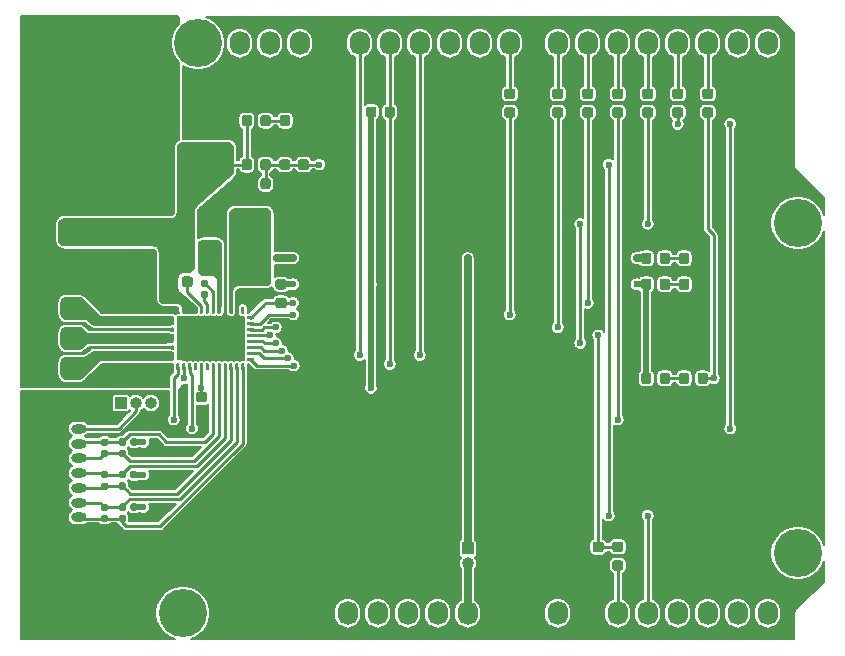
<source format=gbr>
%TF.GenerationSoftware,KiCad,Pcbnew,(5.1.9)-1*%
%TF.CreationDate,2021-05-11T14:33:32+02:00*%
%TF.ProjectId,Driverino-Shield,44726976-6572-4696-9e6f-2d536869656c,rev?*%
%TF.SameCoordinates,Original*%
%TF.FileFunction,Copper,L1,Top*%
%TF.FilePolarity,Positive*%
%FSLAX46Y46*%
G04 Gerber Fmt 4.6, Leading zero omitted, Abs format (unit mm)*
G04 Created by KiCad (PCBNEW (5.1.9)-1) date 2021-05-11 14:33:32*
%MOMM*%
%LPD*%
G01*
G04 APERTURE LIST*
%TA.AperFunction,SMDPad,CuDef*%
%ADD10R,5.700000X3.700000*%
%TD*%
%TA.AperFunction,ComponentPad*%
%ADD11C,0.600000*%
%TD*%
%TA.AperFunction,ComponentPad*%
%ADD12O,1.000000X1.000000*%
%TD*%
%TA.AperFunction,ComponentPad*%
%ADD13R,1.000000X1.000000*%
%TD*%
%TA.AperFunction,WasherPad*%
%ADD14C,4.064000*%
%TD*%
%TA.AperFunction,ComponentPad*%
%ADD15O,1.727200X2.032000*%
%TD*%
%TA.AperFunction,ComponentPad*%
%ADD16R,1.950000X1.950000*%
%TD*%
%TA.AperFunction,ComponentPad*%
%ADD17C,1.950000*%
%TD*%
%TA.AperFunction,ComponentPad*%
%ADD18O,1.300000X0.800000*%
%TD*%
%TA.AperFunction,ViaPad*%
%ADD19C,0.600000*%
%TD*%
%TA.AperFunction,Conductor*%
%ADD20C,0.250000*%
%TD*%
%TA.AperFunction,Conductor*%
%ADD21C,0.500000*%
%TD*%
%TA.AperFunction,Conductor*%
%ADD22C,0.640000*%
%TD*%
%TA.AperFunction,Conductor*%
%ADD23C,0.127000*%
%TD*%
%TA.AperFunction,Conductor*%
%ADD24C,0.100000*%
%TD*%
%TA.AperFunction,Conductor*%
%ADD25C,0.160000*%
%TD*%
G04 APERTURE END LIST*
%TO.P,F1,1*%
%TO.N,VCC*%
%TA.AperFunction,SMDPad,CuDef*%
G36*
G01*
X133241000Y-93614500D02*
X133241000Y-93959500D01*
G75*
G02*
X133093500Y-94107000I-147500J0D01*
G01*
X132798500Y-94107000D01*
G75*
G02*
X132651000Y-93959500I0J147500D01*
G01*
X132651000Y-93614500D01*
G75*
G02*
X132798500Y-93467000I147500J0D01*
G01*
X133093500Y-93467000D01*
G75*
G02*
X133241000Y-93614500I0J-147500D01*
G01*
G37*
%TD.AperFunction*%
%TO.P,F1,2*%
%TO.N,/FB*%
%TA.AperFunction,SMDPad,CuDef*%
G36*
G01*
X132271000Y-93614500D02*
X132271000Y-93959500D01*
G75*
G02*
X132123500Y-94107000I-147500J0D01*
G01*
X131828500Y-94107000D01*
G75*
G02*
X131681000Y-93959500I0J147500D01*
G01*
X131681000Y-93614500D01*
G75*
G02*
X131828500Y-93467000I147500J0D01*
G01*
X132123500Y-93467000D01*
G75*
G02*
X132271000Y-93614500I0J-147500D01*
G01*
G37*
%TD.AperFunction*%
%TD*%
%TO.P,R23,2*%
%TO.N,GND*%
%TA.AperFunction,SMDPad,CuDef*%
G36*
G01*
X120537500Y-115988500D02*
X120537500Y-115643500D01*
G75*
G02*
X120685000Y-115496000I147500J0D01*
G01*
X120980000Y-115496000D01*
G75*
G02*
X121127500Y-115643500I0J-147500D01*
G01*
X121127500Y-115988500D01*
G75*
G02*
X120980000Y-116136000I-147500J0D01*
G01*
X120685000Y-116136000D01*
G75*
G02*
X120537500Y-115988500I0J147500D01*
G01*
G37*
%TD.AperFunction*%
%TO.P,R23,1*%
%TO.N,/HCN*%
%TA.AperFunction,SMDPad,CuDef*%
G36*
G01*
X119567500Y-115988500D02*
X119567500Y-115643500D01*
G75*
G02*
X119715000Y-115496000I147500J0D01*
G01*
X120010000Y-115496000D01*
G75*
G02*
X120157500Y-115643500I0J-147500D01*
G01*
X120157500Y-115988500D01*
G75*
G02*
X120010000Y-116136000I-147500J0D01*
G01*
X119715000Y-116136000D01*
G75*
G02*
X119567500Y-115988500I0J147500D01*
G01*
G37*
%TD.AperFunction*%
%TD*%
%TO.P,R22,2*%
%TO.N,+3.3V*%
%TA.AperFunction,SMDPad,CuDef*%
G36*
G01*
X120537500Y-115018500D02*
X120537500Y-114673500D01*
G75*
G02*
X120685000Y-114526000I147500J0D01*
G01*
X120980000Y-114526000D01*
G75*
G02*
X121127500Y-114673500I0J-147500D01*
G01*
X121127500Y-115018500D01*
G75*
G02*
X120980000Y-115166000I-147500J0D01*
G01*
X120685000Y-115166000D01*
G75*
G02*
X120537500Y-115018500I0J147500D01*
G01*
G37*
%TD.AperFunction*%
%TO.P,R22,1*%
%TO.N,/HCP*%
%TA.AperFunction,SMDPad,CuDef*%
G36*
G01*
X119567500Y-115018500D02*
X119567500Y-114673500D01*
G75*
G02*
X119715000Y-114526000I147500J0D01*
G01*
X120010000Y-114526000D01*
G75*
G02*
X120157500Y-114673500I0J-147500D01*
G01*
X120157500Y-115018500D01*
G75*
G02*
X120010000Y-115166000I-147500J0D01*
G01*
X119715000Y-115166000D01*
G75*
G02*
X119567500Y-115018500I0J147500D01*
G01*
G37*
%TD.AperFunction*%
%TD*%
%TO.P,U1,1*%
%TO.N,N/C*%
%TA.AperFunction,SMDPad,CuDef*%
G36*
G01*
X129923000Y-98415000D02*
X129923000Y-97915000D01*
G75*
G02*
X129973000Y-97865000I50000J0D01*
G01*
X130123000Y-97865000D01*
G75*
G02*
X130173000Y-97915000I0J-50000D01*
G01*
X130173000Y-98415000D01*
G75*
G02*
X130123000Y-98465000I-50000J0D01*
G01*
X129973000Y-98465000D01*
G75*
G02*
X129923000Y-98415000I0J50000D01*
G01*
G37*
%TD.AperFunction*%
%TO.P,U1,2*%
%TO.N,GND*%
%TA.AperFunction,SMDPad,CuDef*%
G36*
G01*
X129423000Y-98415000D02*
X129423000Y-97915000D01*
G75*
G02*
X129473000Y-97865000I50000J0D01*
G01*
X129623000Y-97865000D01*
G75*
G02*
X129673000Y-97915000I0J-50000D01*
G01*
X129673000Y-98415000D01*
G75*
G02*
X129623000Y-98465000I-50000J0D01*
G01*
X129473000Y-98465000D01*
G75*
G02*
X129423000Y-98415000I0J50000D01*
G01*
G37*
%TD.AperFunction*%
%TO.P,U1,3*%
%TO.N,/FB*%
%TA.AperFunction,SMDPad,CuDef*%
G36*
G01*
X128923000Y-98415000D02*
X128923000Y-97915000D01*
G75*
G02*
X128973000Y-97865000I50000J0D01*
G01*
X129123000Y-97865000D01*
G75*
G02*
X129173000Y-97915000I0J-50000D01*
G01*
X129173000Y-98415000D01*
G75*
G02*
X129123000Y-98465000I-50000J0D01*
G01*
X128973000Y-98465000D01*
G75*
G02*
X128923000Y-98415000I0J50000D01*
G01*
G37*
%TD.AperFunction*%
%TO.P,U1,4*%
%TO.N,GND*%
%TA.AperFunction,SMDPad,CuDef*%
G36*
G01*
X128423000Y-98415000D02*
X128423000Y-97915000D01*
G75*
G02*
X128473000Y-97865000I50000J0D01*
G01*
X128623000Y-97865000D01*
G75*
G02*
X128673000Y-97915000I0J-50000D01*
G01*
X128673000Y-98415000D01*
G75*
G02*
X128623000Y-98465000I-50000J0D01*
G01*
X128473000Y-98465000D01*
G75*
G02*
X128423000Y-98415000I0J50000D01*
G01*
G37*
%TD.AperFunction*%
%TO.P,U1,5*%
%TO.N,/SW*%
%TA.AperFunction,SMDPad,CuDef*%
G36*
G01*
X127923000Y-98415000D02*
X127923000Y-97915000D01*
G75*
G02*
X127973000Y-97865000I50000J0D01*
G01*
X128123000Y-97865000D01*
G75*
G02*
X128173000Y-97915000I0J-50000D01*
G01*
X128173000Y-98415000D01*
G75*
G02*
X128123000Y-98465000I-50000J0D01*
G01*
X127973000Y-98465000D01*
G75*
G02*
X127923000Y-98415000I0J50000D01*
G01*
G37*
%TD.AperFunction*%
%TO.P,U1,6*%
%TO.N,Net-(C6-Pad2)*%
%TA.AperFunction,SMDPad,CuDef*%
G36*
G01*
X127423000Y-98415000D02*
X127423000Y-97915000D01*
G75*
G02*
X127473000Y-97865000I50000J0D01*
G01*
X127623000Y-97865000D01*
G75*
G02*
X127673000Y-97915000I0J-50000D01*
G01*
X127673000Y-98415000D01*
G75*
G02*
X127623000Y-98465000I-50000J0D01*
G01*
X127473000Y-98465000D01*
G75*
G02*
X127423000Y-98415000I0J50000D01*
G01*
G37*
%TD.AperFunction*%
%TO.P,U1,7*%
%TO.N,Net-(C6-Pad1)*%
%TA.AperFunction,SMDPad,CuDef*%
G36*
G01*
X126923000Y-98415000D02*
X126923000Y-97915000D01*
G75*
G02*
X126973000Y-97865000I50000J0D01*
G01*
X127123000Y-97865000D01*
G75*
G02*
X127173000Y-97915000I0J-50000D01*
G01*
X127173000Y-98415000D01*
G75*
G02*
X127123000Y-98465000I-50000J0D01*
G01*
X126973000Y-98465000D01*
G75*
G02*
X126923000Y-98415000I0J50000D01*
G01*
G37*
%TD.AperFunction*%
%TO.P,U1,8*%
%TO.N,Net-(C5-Pad1)*%
%TA.AperFunction,SMDPad,CuDef*%
G36*
G01*
X126423000Y-98415000D02*
X126423000Y-97915000D01*
G75*
G02*
X126473000Y-97865000I50000J0D01*
G01*
X126623000Y-97865000D01*
G75*
G02*
X126673000Y-97915000I0J-50000D01*
G01*
X126673000Y-98415000D01*
G75*
G02*
X126623000Y-98465000I-50000J0D01*
G01*
X126473000Y-98465000D01*
G75*
G02*
X126423000Y-98415000I0J50000D01*
G01*
G37*
%TD.AperFunction*%
%TO.P,U1,9*%
%TO.N,+36V*%
%TA.AperFunction,SMDPad,CuDef*%
G36*
G01*
X125923000Y-98415000D02*
X125923000Y-97915000D01*
G75*
G02*
X125973000Y-97865000I50000J0D01*
G01*
X126123000Y-97865000D01*
G75*
G02*
X126173000Y-97915000I0J-50000D01*
G01*
X126173000Y-98415000D01*
G75*
G02*
X126123000Y-98465000I-50000J0D01*
G01*
X125973000Y-98465000D01*
G75*
G02*
X125923000Y-98415000I0J50000D01*
G01*
G37*
%TD.AperFunction*%
%TO.P,U1,10*%
%TA.AperFunction,SMDPad,CuDef*%
G36*
G01*
X125423000Y-98415000D02*
X125423000Y-97915000D01*
G75*
G02*
X125473000Y-97865000I50000J0D01*
G01*
X125623000Y-97865000D01*
G75*
G02*
X125673000Y-97915000I0J-50000D01*
G01*
X125673000Y-98415000D01*
G75*
G02*
X125623000Y-98465000I-50000J0D01*
G01*
X125473000Y-98465000D01*
G75*
G02*
X125423000Y-98415000I0J50000D01*
G01*
G37*
%TD.AperFunction*%
%TO.P,U1,11*%
%TA.AperFunction,SMDPad,CuDef*%
G36*
G01*
X124923000Y-98415000D02*
X124923000Y-97915000D01*
G75*
G02*
X124973000Y-97865000I50000J0D01*
G01*
X125123000Y-97865000D01*
G75*
G02*
X125173000Y-97915000I0J-50000D01*
G01*
X125173000Y-98415000D01*
G75*
G02*
X125123000Y-98465000I-50000J0D01*
G01*
X124973000Y-98465000D01*
G75*
G02*
X124923000Y-98415000I0J50000D01*
G01*
G37*
%TD.AperFunction*%
%TO.P,U1,12*%
%TO.N,GNDPWR*%
%TA.AperFunction,SMDPad,CuDef*%
G36*
G01*
X124423000Y-98415000D02*
X124423000Y-97915000D01*
G75*
G02*
X124473000Y-97865000I50000J0D01*
G01*
X124623000Y-97865000D01*
G75*
G02*
X124673000Y-97915000I0J-50000D01*
G01*
X124673000Y-98415000D01*
G75*
G02*
X124623000Y-98465000I-50000J0D01*
G01*
X124473000Y-98465000D01*
G75*
G02*
X124423000Y-98415000I0J50000D01*
G01*
G37*
%TD.AperFunction*%
%TO.P,U1,13*%
%TO.N,/U*%
%TA.AperFunction,SMDPad,CuDef*%
G36*
G01*
X124148000Y-98940000D02*
X123648000Y-98940000D01*
G75*
G02*
X123598000Y-98890000I0J50000D01*
G01*
X123598000Y-98740000D01*
G75*
G02*
X123648000Y-98690000I50000J0D01*
G01*
X124148000Y-98690000D01*
G75*
G02*
X124198000Y-98740000I0J-50000D01*
G01*
X124198000Y-98890000D01*
G75*
G02*
X124148000Y-98940000I-50000J0D01*
G01*
G37*
%TD.AperFunction*%
%TO.P,U1,14*%
%TA.AperFunction,SMDPad,CuDef*%
G36*
G01*
X124148000Y-99440000D02*
X123648000Y-99440000D01*
G75*
G02*
X123598000Y-99390000I0J50000D01*
G01*
X123598000Y-99240000D01*
G75*
G02*
X123648000Y-99190000I50000J0D01*
G01*
X124148000Y-99190000D01*
G75*
G02*
X124198000Y-99240000I0J-50000D01*
G01*
X124198000Y-99390000D01*
G75*
G02*
X124148000Y-99440000I-50000J0D01*
G01*
G37*
%TD.AperFunction*%
%TO.P,U1,15*%
%TO.N,GNDPWR*%
%TA.AperFunction,SMDPad,CuDef*%
G36*
G01*
X124148000Y-99940000D02*
X123648000Y-99940000D01*
G75*
G02*
X123598000Y-99890000I0J50000D01*
G01*
X123598000Y-99740000D01*
G75*
G02*
X123648000Y-99690000I50000J0D01*
G01*
X124148000Y-99690000D01*
G75*
G02*
X124198000Y-99740000I0J-50000D01*
G01*
X124198000Y-99890000D01*
G75*
G02*
X124148000Y-99940000I-50000J0D01*
G01*
G37*
%TD.AperFunction*%
%TO.P,U1,16*%
%TO.N,/V*%
%TA.AperFunction,SMDPad,CuDef*%
G36*
G01*
X124148000Y-100440000D02*
X123648000Y-100440000D01*
G75*
G02*
X123598000Y-100390000I0J50000D01*
G01*
X123598000Y-100240000D01*
G75*
G02*
X123648000Y-100190000I50000J0D01*
G01*
X124148000Y-100190000D01*
G75*
G02*
X124198000Y-100240000I0J-50000D01*
G01*
X124198000Y-100390000D01*
G75*
G02*
X124148000Y-100440000I-50000J0D01*
G01*
G37*
%TD.AperFunction*%
%TO.P,U1,17*%
%TA.AperFunction,SMDPad,CuDef*%
G36*
G01*
X124148000Y-100940000D02*
X123648000Y-100940000D01*
G75*
G02*
X123598000Y-100890000I0J50000D01*
G01*
X123598000Y-100740000D01*
G75*
G02*
X123648000Y-100690000I50000J0D01*
G01*
X124148000Y-100690000D01*
G75*
G02*
X124198000Y-100740000I0J-50000D01*
G01*
X124198000Y-100890000D01*
G75*
G02*
X124148000Y-100940000I-50000J0D01*
G01*
G37*
%TD.AperFunction*%
%TO.P,U1,18*%
%TO.N,GNDPWR*%
%TA.AperFunction,SMDPad,CuDef*%
G36*
G01*
X124148000Y-101440000D02*
X123648000Y-101440000D01*
G75*
G02*
X123598000Y-101390000I0J50000D01*
G01*
X123598000Y-101240000D01*
G75*
G02*
X123648000Y-101190000I50000J0D01*
G01*
X124148000Y-101190000D01*
G75*
G02*
X124198000Y-101240000I0J-50000D01*
G01*
X124198000Y-101390000D01*
G75*
G02*
X124148000Y-101440000I-50000J0D01*
G01*
G37*
%TD.AperFunction*%
%TO.P,U1,19*%
%TO.N,/W*%
%TA.AperFunction,SMDPad,CuDef*%
G36*
G01*
X124148000Y-101940000D02*
X123648000Y-101940000D01*
G75*
G02*
X123598000Y-101890000I0J50000D01*
G01*
X123598000Y-101740000D01*
G75*
G02*
X123648000Y-101690000I50000J0D01*
G01*
X124148000Y-101690000D01*
G75*
G02*
X124198000Y-101740000I0J-50000D01*
G01*
X124198000Y-101890000D01*
G75*
G02*
X124148000Y-101940000I-50000J0D01*
G01*
G37*
%TD.AperFunction*%
%TO.P,U1,20*%
%TA.AperFunction,SMDPad,CuDef*%
G36*
G01*
X124148000Y-102440000D02*
X123648000Y-102440000D01*
G75*
G02*
X123598000Y-102390000I0J50000D01*
G01*
X123598000Y-102240000D01*
G75*
G02*
X123648000Y-102190000I50000J0D01*
G01*
X124148000Y-102190000D01*
G75*
G02*
X124198000Y-102240000I0J-50000D01*
G01*
X124198000Y-102390000D01*
G75*
G02*
X124148000Y-102440000I-50000J0D01*
G01*
G37*
%TD.AperFunction*%
%TO.P,U1,21*%
%TO.N,/DRVOFF*%
%TA.AperFunction,SMDPad,CuDef*%
G36*
G01*
X124423000Y-103215000D02*
X124423000Y-102715000D01*
G75*
G02*
X124473000Y-102665000I50000J0D01*
G01*
X124623000Y-102665000D01*
G75*
G02*
X124673000Y-102715000I0J-50000D01*
G01*
X124673000Y-103215000D01*
G75*
G02*
X124623000Y-103265000I-50000J0D01*
G01*
X124473000Y-103265000D01*
G75*
G02*
X124423000Y-103215000I0J50000D01*
G01*
G37*
%TD.AperFunction*%
%TO.P,U1,22*%
%TO.N,/FAULT*%
%TA.AperFunction,SMDPad,CuDef*%
G36*
G01*
X124923000Y-103215000D02*
X124923000Y-102715000D01*
G75*
G02*
X124973000Y-102665000I50000J0D01*
G01*
X125123000Y-102665000D01*
G75*
G02*
X125173000Y-102715000I0J-50000D01*
G01*
X125173000Y-103215000D01*
G75*
G02*
X125123000Y-103265000I-50000J0D01*
G01*
X124973000Y-103265000D01*
G75*
G02*
X124923000Y-103215000I0J50000D01*
G01*
G37*
%TD.AperFunction*%
%TO.P,U1,23*%
%TO.N,/SLEEP*%
%TA.AperFunction,SMDPad,CuDef*%
G36*
G01*
X125423000Y-103215000D02*
X125423000Y-102715000D01*
G75*
G02*
X125473000Y-102665000I50000J0D01*
G01*
X125623000Y-102665000D01*
G75*
G02*
X125673000Y-102715000I0J-50000D01*
G01*
X125673000Y-103215000D01*
G75*
G02*
X125623000Y-103265000I-50000J0D01*
G01*
X125473000Y-103265000D01*
G75*
G02*
X125423000Y-103215000I0J50000D01*
G01*
G37*
%TD.AperFunction*%
%TO.P,U1,24*%
%TO.N,N/C*%
%TA.AperFunction,SMDPad,CuDef*%
G36*
G01*
X125923000Y-103215000D02*
X125923000Y-102715000D01*
G75*
G02*
X125973000Y-102665000I50000J0D01*
G01*
X126123000Y-102665000D01*
G75*
G02*
X126173000Y-102715000I0J-50000D01*
G01*
X126173000Y-103215000D01*
G75*
G02*
X126123000Y-103265000I-50000J0D01*
G01*
X125973000Y-103265000D01*
G75*
G02*
X125923000Y-103215000I0J50000D01*
G01*
G37*
%TD.AperFunction*%
%TO.P,U1,25*%
%TO.N,+3.3V*%
%TA.AperFunction,SMDPad,CuDef*%
G36*
G01*
X126423000Y-103215000D02*
X126423000Y-102715000D01*
G75*
G02*
X126473000Y-102665000I50000J0D01*
G01*
X126623000Y-102665000D01*
G75*
G02*
X126673000Y-102715000I0J-50000D01*
G01*
X126673000Y-103215000D01*
G75*
G02*
X126623000Y-103265000I-50000J0D01*
G01*
X126473000Y-103265000D01*
G75*
G02*
X126423000Y-103215000I0J50000D01*
G01*
G37*
%TD.AperFunction*%
%TO.P,U1,26*%
%TO.N,N/C*%
%TA.AperFunction,SMDPad,CuDef*%
G36*
G01*
X126923000Y-103215000D02*
X126923000Y-102715000D01*
G75*
G02*
X126973000Y-102665000I50000J0D01*
G01*
X127123000Y-102665000D01*
G75*
G02*
X127173000Y-102715000I0J-50000D01*
G01*
X127173000Y-103215000D01*
G75*
G02*
X127123000Y-103265000I-50000J0D01*
G01*
X126973000Y-103265000D01*
G75*
G02*
X126923000Y-103215000I0J50000D01*
G01*
G37*
%TD.AperFunction*%
%TO.P,U1,27*%
%TO.N,/HAP*%
%TA.AperFunction,SMDPad,CuDef*%
G36*
G01*
X127423000Y-103215000D02*
X127423000Y-102715000D01*
G75*
G02*
X127473000Y-102665000I50000J0D01*
G01*
X127623000Y-102665000D01*
G75*
G02*
X127673000Y-102715000I0J-50000D01*
G01*
X127673000Y-103215000D01*
G75*
G02*
X127623000Y-103265000I-50000J0D01*
G01*
X127473000Y-103265000D01*
G75*
G02*
X127423000Y-103215000I0J50000D01*
G01*
G37*
%TD.AperFunction*%
%TO.P,U1,28*%
%TO.N,/HAN*%
%TA.AperFunction,SMDPad,CuDef*%
G36*
G01*
X127923000Y-103215000D02*
X127923000Y-102715000D01*
G75*
G02*
X127973000Y-102665000I50000J0D01*
G01*
X128123000Y-102665000D01*
G75*
G02*
X128173000Y-102715000I0J-50000D01*
G01*
X128173000Y-103215000D01*
G75*
G02*
X128123000Y-103265000I-50000J0D01*
G01*
X127973000Y-103265000D01*
G75*
G02*
X127923000Y-103215000I0J50000D01*
G01*
G37*
%TD.AperFunction*%
%TO.P,U1,29*%
%TO.N,/HBP*%
%TA.AperFunction,SMDPad,CuDef*%
G36*
G01*
X128423000Y-103215000D02*
X128423000Y-102715000D01*
G75*
G02*
X128473000Y-102665000I50000J0D01*
G01*
X128623000Y-102665000D01*
G75*
G02*
X128673000Y-102715000I0J-50000D01*
G01*
X128673000Y-103215000D01*
G75*
G02*
X128623000Y-103265000I-50000J0D01*
G01*
X128473000Y-103265000D01*
G75*
G02*
X128423000Y-103215000I0J50000D01*
G01*
G37*
%TD.AperFunction*%
%TO.P,U1,30*%
%TO.N,/HBN*%
%TA.AperFunction,SMDPad,CuDef*%
G36*
G01*
X128923000Y-103215000D02*
X128923000Y-102715000D01*
G75*
G02*
X128973000Y-102665000I50000J0D01*
G01*
X129123000Y-102665000D01*
G75*
G02*
X129173000Y-102715000I0J-50000D01*
G01*
X129173000Y-103215000D01*
G75*
G02*
X129123000Y-103265000I-50000J0D01*
G01*
X128973000Y-103265000D01*
G75*
G02*
X128923000Y-103215000I0J50000D01*
G01*
G37*
%TD.AperFunction*%
%TO.P,U1,31*%
%TO.N,/HCP*%
%TA.AperFunction,SMDPad,CuDef*%
G36*
G01*
X129423000Y-103215000D02*
X129423000Y-102715000D01*
G75*
G02*
X129473000Y-102665000I50000J0D01*
G01*
X129623000Y-102665000D01*
G75*
G02*
X129673000Y-102715000I0J-50000D01*
G01*
X129673000Y-103215000D01*
G75*
G02*
X129623000Y-103265000I-50000J0D01*
G01*
X129473000Y-103265000D01*
G75*
G02*
X129423000Y-103215000I0J50000D01*
G01*
G37*
%TD.AperFunction*%
%TO.P,U1,32*%
%TO.N,/HCN*%
%TA.AperFunction,SMDPad,CuDef*%
G36*
G01*
X129923000Y-103215000D02*
X129923000Y-102715000D01*
G75*
G02*
X129973000Y-102665000I50000J0D01*
G01*
X130123000Y-102665000D01*
G75*
G02*
X130173000Y-102715000I0J-50000D01*
G01*
X130173000Y-103215000D01*
G75*
G02*
X130123000Y-103265000I-50000J0D01*
G01*
X129973000Y-103265000D01*
G75*
G02*
X129923000Y-103215000I0J50000D01*
G01*
G37*
%TD.AperFunction*%
%TO.P,U1,33*%
%TO.N,/12(MISO)*%
%TA.AperFunction,SMDPad,CuDef*%
G36*
G01*
X130948000Y-102440000D02*
X130448000Y-102440000D01*
G75*
G02*
X130398000Y-102390000I0J50000D01*
G01*
X130398000Y-102240000D01*
G75*
G02*
X130448000Y-102190000I50000J0D01*
G01*
X130948000Y-102190000D01*
G75*
G02*
X130998000Y-102240000I0J-50000D01*
G01*
X130998000Y-102390000D01*
G75*
G02*
X130948000Y-102440000I-50000J0D01*
G01*
G37*
%TD.AperFunction*%
%TO.P,U1,34*%
%TO.N,/11(\u002A\u002A/MOSI)*%
%TA.AperFunction,SMDPad,CuDef*%
G36*
G01*
X130948000Y-101940000D02*
X130448000Y-101940000D01*
G75*
G02*
X130398000Y-101890000I0J50000D01*
G01*
X130398000Y-101740000D01*
G75*
G02*
X130448000Y-101690000I50000J0D01*
G01*
X130948000Y-101690000D01*
G75*
G02*
X130998000Y-101740000I0J-50000D01*
G01*
X130998000Y-101890000D01*
G75*
G02*
X130948000Y-101940000I-50000J0D01*
G01*
G37*
%TD.AperFunction*%
%TO.P,U1,35*%
%TO.N,/13(SCK)*%
%TA.AperFunction,SMDPad,CuDef*%
G36*
G01*
X130948000Y-101440000D02*
X130448000Y-101440000D01*
G75*
G02*
X130398000Y-101390000I0J50000D01*
G01*
X130398000Y-101240000D01*
G75*
G02*
X130448000Y-101190000I50000J0D01*
G01*
X130948000Y-101190000D01*
G75*
G02*
X130998000Y-101240000I0J-50000D01*
G01*
X130998000Y-101390000D01*
G75*
G02*
X130948000Y-101440000I-50000J0D01*
G01*
G37*
%TD.AperFunction*%
%TO.P,U1,36*%
%TO.N,/CS*%
%TA.AperFunction,SMDPad,CuDef*%
G36*
G01*
X130948000Y-100940000D02*
X130448000Y-100940000D01*
G75*
G02*
X130398000Y-100890000I0J50000D01*
G01*
X130398000Y-100740000D01*
G75*
G02*
X130448000Y-100690000I50000J0D01*
G01*
X130948000Y-100690000D01*
G75*
G02*
X130998000Y-100740000I0J-50000D01*
G01*
X130998000Y-100890000D01*
G75*
G02*
X130948000Y-100940000I-50000J0D01*
G01*
G37*
%TD.AperFunction*%
%TO.P,U1,37*%
%TO.N,/ILIM*%
%TA.AperFunction,SMDPad,CuDef*%
G36*
G01*
X130948000Y-100440000D02*
X130448000Y-100440000D01*
G75*
G02*
X130398000Y-100390000I0J50000D01*
G01*
X130398000Y-100240000D01*
G75*
G02*
X130448000Y-100190000I50000J0D01*
G01*
X130948000Y-100190000D01*
G75*
G02*
X130998000Y-100240000I0J-50000D01*
G01*
X130998000Y-100390000D01*
G75*
G02*
X130948000Y-100440000I-50000J0D01*
G01*
G37*
%TD.AperFunction*%
%TO.P,U1,38*%
%TO.N,/BRAKE*%
%TA.AperFunction,SMDPad,CuDef*%
G36*
G01*
X130948000Y-99940000D02*
X130448000Y-99940000D01*
G75*
G02*
X130398000Y-99890000I0J50000D01*
G01*
X130398000Y-99740000D01*
G75*
G02*
X130448000Y-99690000I50000J0D01*
G01*
X130948000Y-99690000D01*
G75*
G02*
X130998000Y-99740000I0J-50000D01*
G01*
X130998000Y-99890000D01*
G75*
G02*
X130948000Y-99940000I-50000J0D01*
G01*
G37*
%TD.AperFunction*%
%TO.P,U1,39*%
%TO.N,/PWM*%
%TA.AperFunction,SMDPad,CuDef*%
G36*
G01*
X130948000Y-99440000D02*
X130448000Y-99440000D01*
G75*
G02*
X130398000Y-99390000I0J50000D01*
G01*
X130398000Y-99240000D01*
G75*
G02*
X130448000Y-99190000I50000J0D01*
G01*
X130948000Y-99190000D01*
G75*
G02*
X130998000Y-99240000I0J-50000D01*
G01*
X130998000Y-99390000D01*
G75*
G02*
X130948000Y-99440000I-50000J0D01*
G01*
G37*
%TD.AperFunction*%
%TO.P,U1,40*%
%TO.N,/FGOUT*%
%TA.AperFunction,SMDPad,CuDef*%
G36*
G01*
X130948000Y-98940000D02*
X130448000Y-98940000D01*
G75*
G02*
X130398000Y-98890000I0J50000D01*
G01*
X130398000Y-98740000D01*
G75*
G02*
X130448000Y-98690000I50000J0D01*
G01*
X130948000Y-98690000D01*
G75*
G02*
X130998000Y-98740000I0J-50000D01*
G01*
X130998000Y-98890000D01*
G75*
G02*
X130948000Y-98940000I-50000J0D01*
G01*
G37*
%TD.AperFunction*%
D10*
%TO.P,U1,41*%
%TO.N,GND*%
X127298000Y-100565000D03*
D11*
X127298000Y-101190000D03*
X127298000Y-99940000D03*
X127298000Y-98965000D03*
X127298000Y-102165000D03*
X128648000Y-101190000D03*
X128648000Y-99940000D03*
X128648000Y-98965000D03*
X128648000Y-102165000D03*
X129898000Y-101190000D03*
X129898000Y-99940000D03*
X125948000Y-101190000D03*
X125948000Y-99940000D03*
X125948000Y-98965000D03*
X125948000Y-102165000D03*
X124698000Y-101190000D03*
X124698000Y-99940000D03*
%TD*%
D12*
%TO.P,JP1,3*%
%TO.N,VCC*%
X122268000Y-106045000D03*
%TO.P,JP1,2*%
%TO.N,Net-(JP1-Pad2)*%
X120998000Y-106045000D03*
D13*
%TO.P,JP1,1*%
%TO.N,+3.3V*%
X119728000Y-106045000D03*
%TD*%
%TO.P,C3,2*%
%TO.N,+36V*%
%TA.AperFunction,SMDPad,CuDef*%
G36*
G01*
X123074000Y-95265001D02*
X123074000Y-93964999D01*
G75*
G02*
X123323999Y-93715000I249999J0D01*
G01*
X123974001Y-93715000D01*
G75*
G02*
X124224000Y-93964999I0J-249999D01*
G01*
X124224000Y-95265001D01*
G75*
G02*
X123974001Y-95515000I-249999J0D01*
G01*
X123323999Y-95515000D01*
G75*
G02*
X123074000Y-95265001I0J249999D01*
G01*
G37*
%TD.AperFunction*%
%TO.P,C3,1*%
%TO.N,GNDPWR*%
%TA.AperFunction,SMDPad,CuDef*%
G36*
G01*
X120124000Y-95265001D02*
X120124000Y-93964999D01*
G75*
G02*
X120373999Y-93715000I249999J0D01*
G01*
X121024001Y-93715000D01*
G75*
G02*
X121274000Y-93964999I0J-249999D01*
G01*
X121274000Y-95265001D01*
G75*
G02*
X121024001Y-95515000I-249999J0D01*
G01*
X120373999Y-95515000D01*
G75*
G02*
X120124000Y-95265001I0J249999D01*
G01*
G37*
%TD.AperFunction*%
%TD*%
%TO.P,C4,2*%
%TO.N,+36V*%
%TA.AperFunction,SMDPad,CuDef*%
G36*
G01*
X123136000Y-96690000D02*
X123136000Y-96350000D01*
G75*
G02*
X123276000Y-96210000I140000J0D01*
G01*
X123556000Y-96210000D01*
G75*
G02*
X123696000Y-96350000I0J-140000D01*
G01*
X123696000Y-96690000D01*
G75*
G02*
X123556000Y-96830000I-140000J0D01*
G01*
X123276000Y-96830000D01*
G75*
G02*
X123136000Y-96690000I0J140000D01*
G01*
G37*
%TD.AperFunction*%
%TO.P,C4,1*%
%TO.N,GNDPWR*%
%TA.AperFunction,SMDPad,CuDef*%
G36*
G01*
X122176000Y-96690000D02*
X122176000Y-96350000D01*
G75*
G02*
X122316000Y-96210000I140000J0D01*
G01*
X122596000Y-96210000D01*
G75*
G02*
X122736000Y-96350000I0J-140000D01*
G01*
X122736000Y-96690000D01*
G75*
G02*
X122596000Y-96830000I-140000J0D01*
G01*
X122316000Y-96830000D01*
G75*
G02*
X122176000Y-96690000I0J140000D01*
G01*
G37*
%TD.AperFunction*%
%TD*%
D14*
%TO.P,P5,*%
%TO.N,*%
X124968000Y-123825000D03*
%TD*%
%TO.P,P7,*%
%TO.N,*%
X126238000Y-75565000D03*
%TD*%
%TO.P,P8,*%
%TO.N,*%
X177038000Y-90805000D03*
%TD*%
D15*
%TO.P,P3,1*%
%TO.N,/A5(SCL)*%
X129794000Y-75565000D03*
%TO.P,P3,2*%
%TO.N,/A4(SDA)*%
X132334000Y-75565000D03*
%TO.P,P3,3*%
%TO.N,N/C*%
X134874000Y-75565000D03*
%TO.P,P3,4*%
%TO.N,GND*%
X137414000Y-75565000D03*
%TO.P,P3,5*%
%TO.N,/13(SCK)*%
X139954000Y-75565000D03*
%TO.P,P3,6*%
%TO.N,/12(MISO)*%
X142494000Y-75565000D03*
%TO.P,P3,7*%
%TO.N,/11(\u002A\u002A/MOSI)*%
X145034000Y-75565000D03*
%TO.P,P3,8*%
%TO.N,N/C*%
X147574000Y-75565000D03*
%TO.P,P3,9*%
X150114000Y-75565000D03*
%TO.P,P3,10*%
%TO.N,/8*%
X152654000Y-75565000D03*
%TD*%
D14*
%TO.P,P6,*%
%TO.N,*%
X177038000Y-118745000D03*
%TD*%
D15*
%TO.P,P1,1*%
%TO.N,N/C*%
X138938000Y-123825000D03*
%TO.P,P1,2*%
X141478000Y-123825000D03*
%TO.P,P1,3*%
X144018000Y-123825000D03*
%TO.P,P1,4*%
%TO.N,+3.3V*%
X146558000Y-123825000D03*
%TO.P,P1,5*%
%TO.N,+5V*%
X149098000Y-123825000D03*
%TO.P,P1,6*%
%TO.N,GND*%
X151638000Y-123825000D03*
%TO.P,P1,7*%
X154178000Y-123825000D03*
%TO.P,P1,8*%
%TO.N,N/C*%
X156718000Y-123825000D03*
%TD*%
%TO.P,P2,1*%
%TO.N,/A0*%
X161798000Y-123825000D03*
%TO.P,P2,2*%
%TO.N,/A1*%
X164338000Y-123825000D03*
%TO.P,P2,3*%
%TO.N,N/C*%
X166878000Y-123825000D03*
%TO.P,P2,4*%
X169418000Y-123825000D03*
%TO.P,P2,5*%
%TO.N,/A4(SDA)*%
X171958000Y-123825000D03*
%TO.P,P2,6*%
%TO.N,/A5(SCL)*%
X174498000Y-123825000D03*
%TD*%
%TO.P,P4,1*%
%TO.N,/7*%
X156718000Y-75565000D03*
%TO.P,P4,2*%
%TO.N,/6(\u002A\u002A)*%
X159258000Y-75565000D03*
%TO.P,P4,3*%
%TO.N,/5(\u002A\u002A)*%
X161798000Y-75565000D03*
%TO.P,P4,4*%
%TO.N,/4*%
X164338000Y-75565000D03*
%TO.P,P4,5*%
%TO.N,/3(\u002A\u002A)*%
X166878000Y-75565000D03*
%TO.P,P4,6*%
%TO.N,/2*%
X169418000Y-75565000D03*
%TO.P,P4,7*%
%TO.N,N/C*%
X171958000Y-75565000D03*
%TO.P,P4,8*%
X174498000Y-75565000D03*
%TD*%
%TO.P,C6,2*%
%TO.N,Net-(C6-Pad2)*%
%TA.AperFunction,SMDPad,CuDef*%
G36*
G01*
X126982000Y-96203000D02*
X126637000Y-96203000D01*
G75*
G02*
X126489500Y-96055500I0J147500D01*
G01*
X126489500Y-95760500D01*
G75*
G02*
X126637000Y-95613000I147500J0D01*
G01*
X126982000Y-95613000D01*
G75*
G02*
X127129500Y-95760500I0J-147500D01*
G01*
X127129500Y-96055500D01*
G75*
G02*
X126982000Y-96203000I-147500J0D01*
G01*
G37*
%TD.AperFunction*%
%TO.P,C6,1*%
%TO.N,Net-(C6-Pad1)*%
%TA.AperFunction,SMDPad,CuDef*%
G36*
G01*
X126982000Y-97173000D02*
X126637000Y-97173000D01*
G75*
G02*
X126489500Y-97025500I0J147500D01*
G01*
X126489500Y-96730500D01*
G75*
G02*
X126637000Y-96583000I147500J0D01*
G01*
X126982000Y-96583000D01*
G75*
G02*
X127129500Y-96730500I0J-147500D01*
G01*
X127129500Y-97025500D01*
G75*
G02*
X126982000Y-97173000I-147500J0D01*
G01*
G37*
%TD.AperFunction*%
%TD*%
%TO.P,C12,2*%
%TO.N,/HCP*%
%TA.AperFunction,SMDPad,CuDef*%
G36*
G01*
X118520000Y-115141000D02*
X118175000Y-115141000D01*
G75*
G02*
X118027500Y-114993500I0J147500D01*
G01*
X118027500Y-114698500D01*
G75*
G02*
X118175000Y-114551000I147500J0D01*
G01*
X118520000Y-114551000D01*
G75*
G02*
X118667500Y-114698500I0J-147500D01*
G01*
X118667500Y-114993500D01*
G75*
G02*
X118520000Y-115141000I-147500J0D01*
G01*
G37*
%TD.AperFunction*%
%TO.P,C12,1*%
%TO.N,/HCN*%
%TA.AperFunction,SMDPad,CuDef*%
G36*
G01*
X118520000Y-116111000D02*
X118175000Y-116111000D01*
G75*
G02*
X118027500Y-115963500I0J147500D01*
G01*
X118027500Y-115668500D01*
G75*
G02*
X118175000Y-115521000I147500J0D01*
G01*
X118520000Y-115521000D01*
G75*
G02*
X118667500Y-115668500I0J-147500D01*
G01*
X118667500Y-115963500D01*
G75*
G02*
X118520000Y-116111000I-147500J0D01*
G01*
G37*
%TD.AperFunction*%
%TD*%
%TO.P,R21,2*%
%TO.N,GND*%
%TA.AperFunction,SMDPad,CuDef*%
G36*
G01*
X120537500Y-113234500D02*
X120537500Y-112889500D01*
G75*
G02*
X120685000Y-112742000I147500J0D01*
G01*
X120980000Y-112742000D01*
G75*
G02*
X121127500Y-112889500I0J-147500D01*
G01*
X121127500Y-113234500D01*
G75*
G02*
X120980000Y-113382000I-147500J0D01*
G01*
X120685000Y-113382000D01*
G75*
G02*
X120537500Y-113234500I0J147500D01*
G01*
G37*
%TD.AperFunction*%
%TO.P,R21,1*%
%TO.N,/HBN*%
%TA.AperFunction,SMDPad,CuDef*%
G36*
G01*
X119567500Y-113234500D02*
X119567500Y-112889500D01*
G75*
G02*
X119715000Y-112742000I147500J0D01*
G01*
X120010000Y-112742000D01*
G75*
G02*
X120157500Y-112889500I0J-147500D01*
G01*
X120157500Y-113234500D01*
G75*
G02*
X120010000Y-113382000I-147500J0D01*
G01*
X119715000Y-113382000D01*
G75*
G02*
X119567500Y-113234500I0J147500D01*
G01*
G37*
%TD.AperFunction*%
%TD*%
%TO.P,R20,2*%
%TO.N,+3.3V*%
%TA.AperFunction,SMDPad,CuDef*%
G36*
G01*
X120537500Y-112264500D02*
X120537500Y-111919500D01*
G75*
G02*
X120685000Y-111772000I147500J0D01*
G01*
X120980000Y-111772000D01*
G75*
G02*
X121127500Y-111919500I0J-147500D01*
G01*
X121127500Y-112264500D01*
G75*
G02*
X120980000Y-112412000I-147500J0D01*
G01*
X120685000Y-112412000D01*
G75*
G02*
X120537500Y-112264500I0J147500D01*
G01*
G37*
%TD.AperFunction*%
%TO.P,R20,1*%
%TO.N,/HBP*%
%TA.AperFunction,SMDPad,CuDef*%
G36*
G01*
X119567500Y-112264500D02*
X119567500Y-111919500D01*
G75*
G02*
X119715000Y-111772000I147500J0D01*
G01*
X120010000Y-111772000D01*
G75*
G02*
X120157500Y-111919500I0J-147500D01*
G01*
X120157500Y-112264500D01*
G75*
G02*
X120010000Y-112412000I-147500J0D01*
G01*
X119715000Y-112412000D01*
G75*
G02*
X119567500Y-112264500I0J147500D01*
G01*
G37*
%TD.AperFunction*%
%TD*%
%TO.P,C11,2*%
%TO.N,/HBP*%
%TA.AperFunction,SMDPad,CuDef*%
G36*
G01*
X118520000Y-112387000D02*
X118175000Y-112387000D01*
G75*
G02*
X118027500Y-112239500I0J147500D01*
G01*
X118027500Y-111944500D01*
G75*
G02*
X118175000Y-111797000I147500J0D01*
G01*
X118520000Y-111797000D01*
G75*
G02*
X118667500Y-111944500I0J-147500D01*
G01*
X118667500Y-112239500D01*
G75*
G02*
X118520000Y-112387000I-147500J0D01*
G01*
G37*
%TD.AperFunction*%
%TO.P,C11,1*%
%TO.N,/HBN*%
%TA.AperFunction,SMDPad,CuDef*%
G36*
G01*
X118520000Y-113357000D02*
X118175000Y-113357000D01*
G75*
G02*
X118027500Y-113209500I0J147500D01*
G01*
X118027500Y-112914500D01*
G75*
G02*
X118175000Y-112767000I147500J0D01*
G01*
X118520000Y-112767000D01*
G75*
G02*
X118667500Y-112914500I0J-147500D01*
G01*
X118667500Y-113209500D01*
G75*
G02*
X118520000Y-113357000I-147500J0D01*
G01*
G37*
%TD.AperFunction*%
%TD*%
%TO.P,R18,2*%
%TO.N,+3.3V*%
%TA.AperFunction,SMDPad,CuDef*%
G36*
G01*
X120537500Y-109510500D02*
X120537500Y-109165500D01*
G75*
G02*
X120685000Y-109018000I147500J0D01*
G01*
X120980000Y-109018000D01*
G75*
G02*
X121127500Y-109165500I0J-147500D01*
G01*
X121127500Y-109510500D01*
G75*
G02*
X120980000Y-109658000I-147500J0D01*
G01*
X120685000Y-109658000D01*
G75*
G02*
X120537500Y-109510500I0J147500D01*
G01*
G37*
%TD.AperFunction*%
%TO.P,R18,1*%
%TO.N,/HAP*%
%TA.AperFunction,SMDPad,CuDef*%
G36*
G01*
X119567500Y-109510500D02*
X119567500Y-109165500D01*
G75*
G02*
X119715000Y-109018000I147500J0D01*
G01*
X120010000Y-109018000D01*
G75*
G02*
X120157500Y-109165500I0J-147500D01*
G01*
X120157500Y-109510500D01*
G75*
G02*
X120010000Y-109658000I-147500J0D01*
G01*
X119715000Y-109658000D01*
G75*
G02*
X119567500Y-109510500I0J147500D01*
G01*
G37*
%TD.AperFunction*%
%TD*%
%TO.P,R19,2*%
%TO.N,GND*%
%TA.AperFunction,SMDPad,CuDef*%
G36*
G01*
X120537500Y-110480500D02*
X120537500Y-110135500D01*
G75*
G02*
X120685000Y-109988000I147500J0D01*
G01*
X120980000Y-109988000D01*
G75*
G02*
X121127500Y-110135500I0J-147500D01*
G01*
X121127500Y-110480500D01*
G75*
G02*
X120980000Y-110628000I-147500J0D01*
G01*
X120685000Y-110628000D01*
G75*
G02*
X120537500Y-110480500I0J147500D01*
G01*
G37*
%TD.AperFunction*%
%TO.P,R19,1*%
%TO.N,/HAN*%
%TA.AperFunction,SMDPad,CuDef*%
G36*
G01*
X119567500Y-110480500D02*
X119567500Y-110135500D01*
G75*
G02*
X119715000Y-109988000I147500J0D01*
G01*
X120010000Y-109988000D01*
G75*
G02*
X120157500Y-110135500I0J-147500D01*
G01*
X120157500Y-110480500D01*
G75*
G02*
X120010000Y-110628000I-147500J0D01*
G01*
X119715000Y-110628000D01*
G75*
G02*
X119567500Y-110480500I0J147500D01*
G01*
G37*
%TD.AperFunction*%
%TD*%
%TO.P,C10,2*%
%TO.N,/HAP*%
%TA.AperFunction,SMDPad,CuDef*%
G36*
G01*
X118520000Y-109633000D02*
X118175000Y-109633000D01*
G75*
G02*
X118027500Y-109485500I0J147500D01*
G01*
X118027500Y-109190500D01*
G75*
G02*
X118175000Y-109043000I147500J0D01*
G01*
X118520000Y-109043000D01*
G75*
G02*
X118667500Y-109190500I0J-147500D01*
G01*
X118667500Y-109485500D01*
G75*
G02*
X118520000Y-109633000I-147500J0D01*
G01*
G37*
%TD.AperFunction*%
%TO.P,C10,1*%
%TO.N,/HAN*%
%TA.AperFunction,SMDPad,CuDef*%
G36*
G01*
X118520000Y-110603000D02*
X118175000Y-110603000D01*
G75*
G02*
X118027500Y-110455500I0J147500D01*
G01*
X118027500Y-110160500D01*
G75*
G02*
X118175000Y-110013000I147500J0D01*
G01*
X118520000Y-110013000D01*
G75*
G02*
X118667500Y-110160500I0J-147500D01*
G01*
X118667500Y-110455500D01*
G75*
G02*
X118520000Y-110603000I-147500J0D01*
G01*
G37*
%TD.AperFunction*%
%TD*%
%TO.P,C1,2*%
%TO.N,/FB*%
%TA.AperFunction,SMDPad,CuDef*%
G36*
G01*
X129449400Y-91353401D02*
X129449400Y-90053399D01*
G75*
G02*
X129699399Y-89803400I249999J0D01*
G01*
X130349401Y-89803400D01*
G75*
G02*
X130599400Y-90053399I0J-249999D01*
G01*
X130599400Y-91353401D01*
G75*
G02*
X130349401Y-91603400I-249999J0D01*
G01*
X129699399Y-91603400D01*
G75*
G02*
X129449400Y-91353401I0J249999D01*
G01*
G37*
%TD.AperFunction*%
%TO.P,C1,1*%
%TO.N,GND*%
%TA.AperFunction,SMDPad,CuDef*%
G36*
G01*
X126499400Y-91353850D02*
X126499400Y-90052950D01*
G75*
G02*
X126748950Y-89803400I249550J0D01*
G01*
X127399850Y-89803400D01*
G75*
G02*
X127649400Y-90052950I0J-249550D01*
G01*
X127649400Y-91353850D01*
G75*
G02*
X127399850Y-91603400I-249550J0D01*
G01*
X126748950Y-91603400D01*
G75*
G02*
X126499400Y-91353850I0J249550D01*
G01*
G37*
%TD.AperFunction*%
%TD*%
%TO.P,C2,2*%
%TO.N,GNDPWR*%
%TA.AperFunction,SMDPad,CuDef*%
G36*
G01*
X123764000Y-85302000D02*
X123764000Y-86402000D01*
G75*
G02*
X123514000Y-86652000I-250000J0D01*
G01*
X120514000Y-86652000D01*
G75*
G02*
X120264000Y-86402000I0J250000D01*
G01*
X120264000Y-85302000D01*
G75*
G02*
X120514000Y-85052000I250000J0D01*
G01*
X123514000Y-85052000D01*
G75*
G02*
X123764000Y-85302000I0J-250000D01*
G01*
G37*
%TD.AperFunction*%
%TO.P,C2,1*%
%TO.N,+36V*%
%TA.AperFunction,SMDPad,CuDef*%
G36*
G01*
X129164000Y-85302000D02*
X129164000Y-86402000D01*
G75*
G02*
X128914000Y-86652000I-250000J0D01*
G01*
X125914000Y-86652000D01*
G75*
G02*
X125664000Y-86402000I0J250000D01*
G01*
X125664000Y-85302000D01*
G75*
G02*
X125914000Y-85052000I250000J0D01*
G01*
X128914000Y-85052000D01*
G75*
G02*
X129164000Y-85302000I0J-250000D01*
G01*
G37*
%TD.AperFunction*%
%TD*%
%TO.P,C5,1*%
%TO.N,Net-(C5-Pad1)*%
%TA.AperFunction,SMDPad,CuDef*%
G36*
G01*
X125599000Y-96221000D02*
X125099000Y-96221000D01*
G75*
G02*
X124874000Y-95996000I0J225000D01*
G01*
X124874000Y-95546000D01*
G75*
G02*
X125099000Y-95321000I225000J0D01*
G01*
X125599000Y-95321000D01*
G75*
G02*
X125824000Y-95546000I0J-225000D01*
G01*
X125824000Y-95996000D01*
G75*
G02*
X125599000Y-96221000I-225000J0D01*
G01*
G37*
%TD.AperFunction*%
%TO.P,C5,2*%
%TO.N,+36V*%
%TA.AperFunction,SMDPad,CuDef*%
G36*
G01*
X125599000Y-94671000D02*
X125099000Y-94671000D01*
G75*
G02*
X124874000Y-94446000I0J225000D01*
G01*
X124874000Y-93996000D01*
G75*
G02*
X125099000Y-93771000I225000J0D01*
G01*
X125599000Y-93771000D01*
G75*
G02*
X125824000Y-93996000I0J-225000D01*
G01*
X125824000Y-94446000D01*
G75*
G02*
X125599000Y-94671000I-225000J0D01*
G01*
G37*
%TD.AperFunction*%
%TD*%
%TO.P,C7,2*%
%TO.N,GND*%
%TA.AperFunction,SMDPad,CuDef*%
G36*
G01*
X126298000Y-106624000D02*
X126798000Y-106624000D01*
G75*
G02*
X127023000Y-106849000I0J-225000D01*
G01*
X127023000Y-107299000D01*
G75*
G02*
X126798000Y-107524000I-225000J0D01*
G01*
X126298000Y-107524000D01*
G75*
G02*
X126073000Y-107299000I0J225000D01*
G01*
X126073000Y-106849000D01*
G75*
G02*
X126298000Y-106624000I225000J0D01*
G01*
G37*
%TD.AperFunction*%
%TO.P,C7,1*%
%TO.N,+3.3V*%
%TA.AperFunction,SMDPad,CuDef*%
G36*
G01*
X126298000Y-105074000D02*
X126798000Y-105074000D01*
G75*
G02*
X127023000Y-105299000I0J-225000D01*
G01*
X127023000Y-105749000D01*
G75*
G02*
X126798000Y-105974000I-225000J0D01*
G01*
X126298000Y-105974000D01*
G75*
G02*
X126073000Y-105749000I0J225000D01*
G01*
X126073000Y-105299000D01*
G75*
G02*
X126298000Y-105074000I225000J0D01*
G01*
G37*
%TD.AperFunction*%
%TD*%
%TO.P,C8,1*%
%TO.N,GND*%
%TA.AperFunction,SMDPad,CuDef*%
G36*
G01*
X135441500Y-87852000D02*
X134941500Y-87852000D01*
G75*
G02*
X134716500Y-87627000I0J225000D01*
G01*
X134716500Y-87177000D01*
G75*
G02*
X134941500Y-86952000I225000J0D01*
G01*
X135441500Y-86952000D01*
G75*
G02*
X135666500Y-87177000I0J-225000D01*
G01*
X135666500Y-87627000D01*
G75*
G02*
X135441500Y-87852000I-225000J0D01*
G01*
G37*
%TD.AperFunction*%
%TO.P,C8,2*%
%TO.N,/A1*%
%TA.AperFunction,SMDPad,CuDef*%
G36*
G01*
X135441500Y-86302000D02*
X134941500Y-86302000D01*
G75*
G02*
X134716500Y-86077000I0J225000D01*
G01*
X134716500Y-85627000D01*
G75*
G02*
X134941500Y-85402000I225000J0D01*
G01*
X135441500Y-85402000D01*
G75*
G02*
X135666500Y-85627000I0J-225000D01*
G01*
X135666500Y-86077000D01*
G75*
G02*
X135441500Y-86302000I-225000J0D01*
G01*
G37*
%TD.AperFunction*%
%TD*%
%TO.P,C9,1*%
%TO.N,GND*%
%TA.AperFunction,SMDPad,CuDef*%
G36*
G01*
X160397000Y-120224000D02*
X159897000Y-120224000D01*
G75*
G02*
X159672000Y-119999000I0J225000D01*
G01*
X159672000Y-119549000D01*
G75*
G02*
X159897000Y-119324000I225000J0D01*
G01*
X160397000Y-119324000D01*
G75*
G02*
X160622000Y-119549000I0J-225000D01*
G01*
X160622000Y-119999000D01*
G75*
G02*
X160397000Y-120224000I-225000J0D01*
G01*
G37*
%TD.AperFunction*%
%TO.P,C9,2*%
%TO.N,/ILIM*%
%TA.AperFunction,SMDPad,CuDef*%
G36*
G01*
X160397000Y-118674000D02*
X159897000Y-118674000D01*
G75*
G02*
X159672000Y-118449000I0J225000D01*
G01*
X159672000Y-117999000D01*
G75*
G02*
X159897000Y-117774000I225000J0D01*
G01*
X160397000Y-117774000D01*
G75*
G02*
X160622000Y-117999000I0J-225000D01*
G01*
X160622000Y-118449000D01*
G75*
G02*
X160397000Y-118674000I-225000J0D01*
G01*
G37*
%TD.AperFunction*%
%TD*%
%TO.P,D1,1*%
%TO.N,GND*%
%TA.AperFunction,SMDPad,CuDef*%
G36*
G01*
X169436500Y-95730250D02*
X169436500Y-96242750D01*
G75*
G02*
X169217750Y-96461500I-218750J0D01*
G01*
X168780250Y-96461500D01*
G75*
G02*
X168561500Y-96242750I0J218750D01*
G01*
X168561500Y-95730250D01*
G75*
G02*
X168780250Y-95511500I218750J0D01*
G01*
X169217750Y-95511500D01*
G75*
G02*
X169436500Y-95730250I0J-218750D01*
G01*
G37*
%TD.AperFunction*%
%TO.P,D1,2*%
%TO.N,Net-(D1-Pad2)*%
%TA.AperFunction,SMDPad,CuDef*%
G36*
G01*
X167861500Y-95730250D02*
X167861500Y-96242750D01*
G75*
G02*
X167642750Y-96461500I-218750J0D01*
G01*
X167205250Y-96461500D01*
G75*
G02*
X166986500Y-96242750I0J218750D01*
G01*
X166986500Y-95730250D01*
G75*
G02*
X167205250Y-95511500I218750J0D01*
G01*
X167642750Y-95511500D01*
G75*
G02*
X167861500Y-95730250I0J-218750D01*
G01*
G37*
%TD.AperFunction*%
%TD*%
%TO.P,D2,2*%
%TO.N,Net-(D2-Pad2)*%
%TA.AperFunction,SMDPad,CuDef*%
G36*
G01*
X167854000Y-93530750D02*
X167854000Y-94043250D01*
G75*
G02*
X167635250Y-94262000I-218750J0D01*
G01*
X167197750Y-94262000D01*
G75*
G02*
X166979000Y-94043250I0J218750D01*
G01*
X166979000Y-93530750D01*
G75*
G02*
X167197750Y-93312000I218750J0D01*
G01*
X167635250Y-93312000D01*
G75*
G02*
X167854000Y-93530750I0J-218750D01*
G01*
G37*
%TD.AperFunction*%
%TO.P,D2,1*%
%TO.N,GND*%
%TA.AperFunction,SMDPad,CuDef*%
G36*
G01*
X169429000Y-93530750D02*
X169429000Y-94043250D01*
G75*
G02*
X169210250Y-94262000I-218750J0D01*
G01*
X168772750Y-94262000D01*
G75*
G02*
X168554000Y-94043250I0J218750D01*
G01*
X168554000Y-93530750D01*
G75*
G02*
X168772750Y-93312000I218750J0D01*
G01*
X169210250Y-93312000D01*
G75*
G02*
X169429000Y-93530750I0J-218750D01*
G01*
G37*
%TD.AperFunction*%
%TD*%
%TO.P,D3,2*%
%TO.N,Net-(D3-Pad2)*%
%TA.AperFunction,SMDPad,CuDef*%
G36*
G01*
X134072000Y-81868250D02*
X134072000Y-82380750D01*
G75*
G02*
X133853250Y-82599500I-218750J0D01*
G01*
X133415750Y-82599500D01*
G75*
G02*
X133197000Y-82380750I0J218750D01*
G01*
X133197000Y-81868250D01*
G75*
G02*
X133415750Y-81649500I218750J0D01*
G01*
X133853250Y-81649500D01*
G75*
G02*
X134072000Y-81868250I0J-218750D01*
G01*
G37*
%TD.AperFunction*%
%TO.P,D3,1*%
%TO.N,GND*%
%TA.AperFunction,SMDPad,CuDef*%
G36*
G01*
X135647000Y-81868250D02*
X135647000Y-82380750D01*
G75*
G02*
X135428250Y-82599500I-218750J0D01*
G01*
X134990750Y-82599500D01*
G75*
G02*
X134772000Y-82380750I0J218750D01*
G01*
X134772000Y-81868250D01*
G75*
G02*
X134990750Y-81649500I218750J0D01*
G01*
X135428250Y-81649500D01*
G75*
G02*
X135647000Y-81868250I0J-218750D01*
G01*
G37*
%TD.AperFunction*%
%TD*%
%TO.P,D4,1*%
%TO.N,/FAULT*%
%TA.AperFunction,SMDPad,CuDef*%
G36*
G01*
X169429000Y-103693250D02*
X169429000Y-104205750D01*
G75*
G02*
X169210250Y-104424500I-218750J0D01*
G01*
X168772750Y-104424500D01*
G75*
G02*
X168554000Y-104205750I0J218750D01*
G01*
X168554000Y-103693250D01*
G75*
G02*
X168772750Y-103474500I218750J0D01*
G01*
X169210250Y-103474500D01*
G75*
G02*
X169429000Y-103693250I0J-218750D01*
G01*
G37*
%TD.AperFunction*%
%TO.P,D4,2*%
%TO.N,Net-(D4-Pad2)*%
%TA.AperFunction,SMDPad,CuDef*%
G36*
G01*
X167854000Y-103693250D02*
X167854000Y-104205750D01*
G75*
G02*
X167635250Y-104424500I-218750J0D01*
G01*
X167197750Y-104424500D01*
G75*
G02*
X166979000Y-104205750I0J218750D01*
G01*
X166979000Y-103693250D01*
G75*
G02*
X167197750Y-103474500I218750J0D01*
G01*
X167635250Y-103474500D01*
G75*
G02*
X167854000Y-103693250I0J-218750D01*
G01*
G37*
%TD.AperFunction*%
%TD*%
%TO.P,D5,1*%
%TO.N,GND*%
%TA.AperFunction,SMDPad,CuDef*%
G36*
G01*
X133860250Y-87864500D02*
X133347750Y-87864500D01*
G75*
G02*
X133129000Y-87645750I0J218750D01*
G01*
X133129000Y-87208250D01*
G75*
G02*
X133347750Y-86989500I218750J0D01*
G01*
X133860250Y-86989500D01*
G75*
G02*
X134079000Y-87208250I0J-218750D01*
G01*
X134079000Y-87645750D01*
G75*
G02*
X133860250Y-87864500I-218750J0D01*
G01*
G37*
%TD.AperFunction*%
%TO.P,D5,2*%
%TO.N,/A1*%
%TA.AperFunction,SMDPad,CuDef*%
G36*
G01*
X133860250Y-86289500D02*
X133347750Y-86289500D01*
G75*
G02*
X133129000Y-86070750I0J218750D01*
G01*
X133129000Y-85633250D01*
G75*
G02*
X133347750Y-85414500I218750J0D01*
G01*
X133860250Y-85414500D01*
G75*
G02*
X134079000Y-85633250I0J-218750D01*
G01*
X134079000Y-86070750D01*
G75*
G02*
X133860250Y-86289500I-218750J0D01*
G01*
G37*
%TD.AperFunction*%
%TD*%
%TO.P,L1,1*%
%TO.N,/FB*%
%TA.AperFunction,SMDPad,CuDef*%
G36*
G01*
X130573000Y-92458000D02*
X130573000Y-94608000D01*
G75*
G02*
X130323000Y-94858000I-250000J0D01*
G01*
X129573000Y-94858000D01*
G75*
G02*
X129323000Y-94608000I0J250000D01*
G01*
X129323000Y-92458000D01*
G75*
G02*
X129573000Y-92208000I250000J0D01*
G01*
X130323000Y-92208000D01*
G75*
G02*
X130573000Y-92458000I0J-250000D01*
G01*
G37*
%TD.AperFunction*%
%TO.P,L1,2*%
%TO.N,/SW*%
%TA.AperFunction,SMDPad,CuDef*%
G36*
G01*
X127773000Y-92458000D02*
X127773000Y-94608000D01*
G75*
G02*
X127523000Y-94858000I-250000J0D01*
G01*
X126773000Y-94858000D01*
G75*
G02*
X126523000Y-94608000I0J250000D01*
G01*
X126523000Y-92458000D01*
G75*
G02*
X126773000Y-92208000I250000J0D01*
G01*
X127523000Y-92208000D01*
G75*
G02*
X127773000Y-92458000I0J-250000D01*
G01*
G37*
%TD.AperFunction*%
%TD*%
D16*
%TO.P,P9,1*%
%TO.N,+36V*%
X115633500Y-91565000D03*
D17*
%TO.P,P9,2*%
%TO.N,GNDPWR*%
X115633500Y-94105000D03*
%TD*%
%TO.P,P10,1*%
%TO.N,/U*%
X115633500Y-98025000D03*
%TO.P,P10,2*%
%TO.N,/V*%
X115633500Y-100565000D03*
%TO.P,P10,3*%
%TO.N,/W*%
X115633500Y-103105000D03*
%TD*%
D18*
%TO.P,P11,8*%
%TO.N,Net-(JP1-Pad2)*%
X116147500Y-108215000D03*
%TO.P,P11,7*%
%TO.N,/HAP*%
X116147500Y-109465000D03*
%TO.P,P11,6*%
%TO.N,/HAN*%
X116147500Y-110715000D03*
%TO.P,P11,5*%
%TO.N,/HBP*%
X116147500Y-111965000D03*
%TO.P,P11,4*%
%TO.N,/HBN*%
X116147500Y-113215000D03*
%TO.P,P11,3*%
%TO.N,/HCP*%
X116147500Y-114465000D03*
%TO.P,P11,2*%
%TO.N,/HCN*%
X116147500Y-115715000D03*
%TO.P,P11,1*%
%TO.N,GND*%
%TA.AperFunction,ComponentPad*%
G36*
G01*
X116597500Y-117365000D02*
X115697500Y-117365000D01*
G75*
G02*
X115497500Y-117165000I0J200000D01*
G01*
X115497500Y-116765000D01*
G75*
G02*
X115697500Y-116565000I200000J0D01*
G01*
X116597500Y-116565000D01*
G75*
G02*
X116797500Y-116765000I0J-200000D01*
G01*
X116797500Y-117165000D01*
G75*
G02*
X116597500Y-117365000I-200000J0D01*
G01*
G37*
%TD.AperFunction*%
%TD*%
%TO.P,R1,2*%
%TO.N,Net-(D1-Pad2)*%
%TA.AperFunction,SMDPad,CuDef*%
G36*
G01*
X165348000Y-96242750D02*
X165348000Y-95730250D01*
G75*
G02*
X165566750Y-95511500I218750J0D01*
G01*
X166004250Y-95511500D01*
G75*
G02*
X166223000Y-95730250I0J-218750D01*
G01*
X166223000Y-96242750D01*
G75*
G02*
X166004250Y-96461500I-218750J0D01*
G01*
X165566750Y-96461500D01*
G75*
G02*
X165348000Y-96242750I0J218750D01*
G01*
G37*
%TD.AperFunction*%
%TO.P,R1,1*%
%TO.N,+3.3V*%
%TA.AperFunction,SMDPad,CuDef*%
G36*
G01*
X163773000Y-96242750D02*
X163773000Y-95730250D01*
G75*
G02*
X163991750Y-95511500I218750J0D01*
G01*
X164429250Y-95511500D01*
G75*
G02*
X164648000Y-95730250I0J-218750D01*
G01*
X164648000Y-96242750D01*
G75*
G02*
X164429250Y-96461500I-218750J0D01*
G01*
X163991750Y-96461500D01*
G75*
G02*
X163773000Y-96242750I0J218750D01*
G01*
G37*
%TD.AperFunction*%
%TD*%
%TO.P,R2,1*%
%TO.N,+3.3V*%
%TA.AperFunction,SMDPad,CuDef*%
G36*
G01*
X133030250Y-95549000D02*
X133542750Y-95549000D01*
G75*
G02*
X133761500Y-95767750I0J-218750D01*
G01*
X133761500Y-96205250D01*
G75*
G02*
X133542750Y-96424000I-218750J0D01*
G01*
X133030250Y-96424000D01*
G75*
G02*
X132811500Y-96205250I0J218750D01*
G01*
X132811500Y-95767750D01*
G75*
G02*
X133030250Y-95549000I218750J0D01*
G01*
G37*
%TD.AperFunction*%
%TO.P,R2,2*%
%TO.N,/FGOUT*%
%TA.AperFunction,SMDPad,CuDef*%
G36*
G01*
X133030250Y-97124000D02*
X133542750Y-97124000D01*
G75*
G02*
X133761500Y-97342750I0J-218750D01*
G01*
X133761500Y-97780250D01*
G75*
G02*
X133542750Y-97999000I-218750J0D01*
G01*
X133030250Y-97999000D01*
G75*
G02*
X132811500Y-97780250I0J218750D01*
G01*
X132811500Y-97342750D01*
G75*
G02*
X133030250Y-97124000I218750J0D01*
G01*
G37*
%TD.AperFunction*%
%TD*%
%TO.P,R3,1*%
%TO.N,VCC*%
%TA.AperFunction,SMDPad,CuDef*%
G36*
G01*
X163773000Y-94043250D02*
X163773000Y-93530750D01*
G75*
G02*
X163991750Y-93312000I218750J0D01*
G01*
X164429250Y-93312000D01*
G75*
G02*
X164648000Y-93530750I0J-218750D01*
G01*
X164648000Y-94043250D01*
G75*
G02*
X164429250Y-94262000I-218750J0D01*
G01*
X163991750Y-94262000D01*
G75*
G02*
X163773000Y-94043250I0J218750D01*
G01*
G37*
%TD.AperFunction*%
%TO.P,R3,2*%
%TO.N,Net-(D2-Pad2)*%
%TA.AperFunction,SMDPad,CuDef*%
G36*
G01*
X165348000Y-94043250D02*
X165348000Y-93530750D01*
G75*
G02*
X165566750Y-93312000I218750J0D01*
G01*
X166004250Y-93312000D01*
G75*
G02*
X166223000Y-93530750I0J-218750D01*
G01*
X166223000Y-94043250D01*
G75*
G02*
X166004250Y-94262000I-218750J0D01*
G01*
X165566750Y-94262000D01*
G75*
G02*
X165348000Y-94043250I0J218750D01*
G01*
G37*
%TD.AperFunction*%
%TD*%
%TO.P,R4,2*%
%TO.N,Net-(D3-Pad2)*%
%TA.AperFunction,SMDPad,CuDef*%
G36*
G01*
X131538000Y-82380750D02*
X131538000Y-81868250D01*
G75*
G02*
X131756750Y-81649500I218750J0D01*
G01*
X132194250Y-81649500D01*
G75*
G02*
X132413000Y-81868250I0J-218750D01*
G01*
X132413000Y-82380750D01*
G75*
G02*
X132194250Y-82599500I-218750J0D01*
G01*
X131756750Y-82599500D01*
G75*
G02*
X131538000Y-82380750I0J218750D01*
G01*
G37*
%TD.AperFunction*%
%TO.P,R4,1*%
%TO.N,+36V*%
%TA.AperFunction,SMDPad,CuDef*%
G36*
G01*
X129963000Y-82380750D02*
X129963000Y-81868250D01*
G75*
G02*
X130181750Y-81649500I218750J0D01*
G01*
X130619250Y-81649500D01*
G75*
G02*
X130838000Y-81868250I0J-218750D01*
G01*
X130838000Y-82380750D01*
G75*
G02*
X130619250Y-82599500I-218750J0D01*
G01*
X130181750Y-82599500D01*
G75*
G02*
X129963000Y-82380750I0J218750D01*
G01*
G37*
%TD.AperFunction*%
%TD*%
%TO.P,R5,1*%
%TO.N,+3.3V*%
%TA.AperFunction,SMDPad,CuDef*%
G36*
G01*
X163773000Y-104205750D02*
X163773000Y-103693250D01*
G75*
G02*
X163991750Y-103474500I218750J0D01*
G01*
X164429250Y-103474500D01*
G75*
G02*
X164648000Y-103693250I0J-218750D01*
G01*
X164648000Y-104205750D01*
G75*
G02*
X164429250Y-104424500I-218750J0D01*
G01*
X163991750Y-104424500D01*
G75*
G02*
X163773000Y-104205750I0J218750D01*
G01*
G37*
%TD.AperFunction*%
%TO.P,R5,2*%
%TO.N,Net-(D4-Pad2)*%
%TA.AperFunction,SMDPad,CuDef*%
G36*
G01*
X165348000Y-104205750D02*
X165348000Y-103693250D01*
G75*
G02*
X165566750Y-103474500I218750J0D01*
G01*
X166004250Y-103474500D01*
G75*
G02*
X166223000Y-103693250I0J-218750D01*
G01*
X166223000Y-104205750D01*
G75*
G02*
X166004250Y-104424500I-218750J0D01*
G01*
X165566750Y-104424500D01*
G75*
G02*
X165348000Y-104205750I0J218750D01*
G01*
G37*
%TD.AperFunction*%
%TD*%
%TO.P,R6,1*%
%TO.N,+3.3V*%
%TA.AperFunction,SMDPad,CuDef*%
G36*
G01*
X140481500Y-81663250D02*
X140481500Y-81150750D01*
G75*
G02*
X140700250Y-80932000I218750J0D01*
G01*
X141137750Y-80932000D01*
G75*
G02*
X141356500Y-81150750I0J-218750D01*
G01*
X141356500Y-81663250D01*
G75*
G02*
X141137750Y-81882000I-218750J0D01*
G01*
X140700250Y-81882000D01*
G75*
G02*
X140481500Y-81663250I0J218750D01*
G01*
G37*
%TD.AperFunction*%
%TO.P,R6,2*%
%TO.N,/12(MISO)*%
%TA.AperFunction,SMDPad,CuDef*%
G36*
G01*
X142056500Y-81663250D02*
X142056500Y-81150750D01*
G75*
G02*
X142275250Y-80932000I218750J0D01*
G01*
X142712750Y-80932000D01*
G75*
G02*
X142931500Y-81150750I0J-218750D01*
G01*
X142931500Y-81663250D01*
G75*
G02*
X142712750Y-81882000I-218750J0D01*
G01*
X142275250Y-81882000D01*
G75*
G02*
X142056500Y-81663250I0J218750D01*
G01*
G37*
%TD.AperFunction*%
%TD*%
%TO.P,R7,2*%
%TO.N,+36V*%
%TA.AperFunction,SMDPad,CuDef*%
G36*
G01*
X130838000Y-85595750D02*
X130838000Y-86108250D01*
G75*
G02*
X130619250Y-86327000I-218750J0D01*
G01*
X130181750Y-86327000D01*
G75*
G02*
X129963000Y-86108250I0J218750D01*
G01*
X129963000Y-85595750D01*
G75*
G02*
X130181750Y-85377000I218750J0D01*
G01*
X130619250Y-85377000D01*
G75*
G02*
X130838000Y-85595750I0J-218750D01*
G01*
G37*
%TD.AperFunction*%
%TO.P,R7,1*%
%TO.N,/A1*%
%TA.AperFunction,SMDPad,CuDef*%
G36*
G01*
X132413000Y-85595750D02*
X132413000Y-86108250D01*
G75*
G02*
X132194250Y-86327000I-218750J0D01*
G01*
X131756750Y-86327000D01*
G75*
G02*
X131538000Y-86108250I0J218750D01*
G01*
X131538000Y-85595750D01*
G75*
G02*
X131756750Y-85377000I218750J0D01*
G01*
X132194250Y-85377000D01*
G75*
G02*
X132413000Y-85595750I0J-218750D01*
G01*
G37*
%TD.AperFunction*%
%TD*%
%TO.P,R8,1*%
%TO.N,/A1*%
%TA.AperFunction,SMDPad,CuDef*%
G36*
G01*
X132416000Y-87221350D02*
X132416000Y-87733850D01*
G75*
G02*
X132197250Y-87952600I-218750J0D01*
G01*
X131759750Y-87952600D01*
G75*
G02*
X131541000Y-87733850I0J218750D01*
G01*
X131541000Y-87221350D01*
G75*
G02*
X131759750Y-87002600I218750J0D01*
G01*
X132197250Y-87002600D01*
G75*
G02*
X132416000Y-87221350I0J-218750D01*
G01*
G37*
%TD.AperFunction*%
%TO.P,R8,2*%
%TO.N,GND*%
%TA.AperFunction,SMDPad,CuDef*%
G36*
G01*
X130841000Y-87221350D02*
X130841000Y-87733850D01*
G75*
G02*
X130622250Y-87952600I-218750J0D01*
G01*
X130184750Y-87952600D01*
G75*
G02*
X129966000Y-87733850I0J218750D01*
G01*
X129966000Y-87221350D01*
G75*
G02*
X130184750Y-87002600I218750J0D01*
G01*
X130622250Y-87002600D01*
G75*
G02*
X130841000Y-87221350I0J-218750D01*
G01*
G37*
%TD.AperFunction*%
%TD*%
%TO.P,R9,1*%
%TO.N,/4*%
%TA.AperFunction,SMDPad,CuDef*%
G36*
G01*
X164081750Y-79420000D02*
X164594250Y-79420000D01*
G75*
G02*
X164813000Y-79638750I0J-218750D01*
G01*
X164813000Y-80076250D01*
G75*
G02*
X164594250Y-80295000I-218750J0D01*
G01*
X164081750Y-80295000D01*
G75*
G02*
X163863000Y-80076250I0J218750D01*
G01*
X163863000Y-79638750D01*
G75*
G02*
X164081750Y-79420000I218750J0D01*
G01*
G37*
%TD.AperFunction*%
%TO.P,R9,2*%
%TO.N,/CS*%
%TA.AperFunction,SMDPad,CuDef*%
G36*
G01*
X164081750Y-80995000D02*
X164594250Y-80995000D01*
G75*
G02*
X164813000Y-81213750I0J-218750D01*
G01*
X164813000Y-81651250D01*
G75*
G02*
X164594250Y-81870000I-218750J0D01*
G01*
X164081750Y-81870000D01*
G75*
G02*
X163863000Y-81651250I0J218750D01*
G01*
X163863000Y-81213750D01*
G75*
G02*
X164081750Y-80995000I218750J0D01*
G01*
G37*
%TD.AperFunction*%
%TD*%
%TO.P,R10,2*%
%TO.N,/BRAKE*%
%TA.AperFunction,SMDPad,CuDef*%
G36*
G01*
X156461750Y-80995000D02*
X156974250Y-80995000D01*
G75*
G02*
X157193000Y-81213750I0J-218750D01*
G01*
X157193000Y-81651250D01*
G75*
G02*
X156974250Y-81870000I-218750J0D01*
G01*
X156461750Y-81870000D01*
G75*
G02*
X156243000Y-81651250I0J218750D01*
G01*
X156243000Y-81213750D01*
G75*
G02*
X156461750Y-80995000I218750J0D01*
G01*
G37*
%TD.AperFunction*%
%TO.P,R10,1*%
%TO.N,/7*%
%TA.AperFunction,SMDPad,CuDef*%
G36*
G01*
X156461750Y-79420000D02*
X156974250Y-79420000D01*
G75*
G02*
X157193000Y-79638750I0J-218750D01*
G01*
X157193000Y-80076250D01*
G75*
G02*
X156974250Y-80295000I-218750J0D01*
G01*
X156461750Y-80295000D01*
G75*
G02*
X156243000Y-80076250I0J218750D01*
G01*
X156243000Y-79638750D01*
G75*
G02*
X156461750Y-79420000I218750J0D01*
G01*
G37*
%TD.AperFunction*%
%TD*%
%TO.P,R11,1*%
%TO.N,/8*%
%TA.AperFunction,SMDPad,CuDef*%
G36*
G01*
X152397750Y-79420000D02*
X152910250Y-79420000D01*
G75*
G02*
X153129000Y-79638750I0J-218750D01*
G01*
X153129000Y-80076250D01*
G75*
G02*
X152910250Y-80295000I-218750J0D01*
G01*
X152397750Y-80295000D01*
G75*
G02*
X152179000Y-80076250I0J218750D01*
G01*
X152179000Y-79638750D01*
G75*
G02*
X152397750Y-79420000I218750J0D01*
G01*
G37*
%TD.AperFunction*%
%TO.P,R11,2*%
%TO.N,/PWM*%
%TA.AperFunction,SMDPad,CuDef*%
G36*
G01*
X152397750Y-80995000D02*
X152910250Y-80995000D01*
G75*
G02*
X153129000Y-81213750I0J-218750D01*
G01*
X153129000Y-81651250D01*
G75*
G02*
X152910250Y-81870000I-218750J0D01*
G01*
X152397750Y-81870000D01*
G75*
G02*
X152179000Y-81651250I0J218750D01*
G01*
X152179000Y-81213750D01*
G75*
G02*
X152397750Y-80995000I218750J0D01*
G01*
G37*
%TD.AperFunction*%
%TD*%
%TO.P,R12,2*%
%TO.N,/FGOUT*%
%TA.AperFunction,SMDPad,CuDef*%
G36*
G01*
X159001750Y-80995000D02*
X159514250Y-80995000D01*
G75*
G02*
X159733000Y-81213750I0J-218750D01*
G01*
X159733000Y-81651250D01*
G75*
G02*
X159514250Y-81870000I-218750J0D01*
G01*
X159001750Y-81870000D01*
G75*
G02*
X158783000Y-81651250I0J218750D01*
G01*
X158783000Y-81213750D01*
G75*
G02*
X159001750Y-80995000I218750J0D01*
G01*
G37*
%TD.AperFunction*%
%TO.P,R12,1*%
%TO.N,/6(\u002A\u002A)*%
%TA.AperFunction,SMDPad,CuDef*%
G36*
G01*
X159001750Y-79420000D02*
X159514250Y-79420000D01*
G75*
G02*
X159733000Y-79638750I0J-218750D01*
G01*
X159733000Y-80076250D01*
G75*
G02*
X159514250Y-80295000I-218750J0D01*
G01*
X159001750Y-80295000D01*
G75*
G02*
X158783000Y-80076250I0J218750D01*
G01*
X158783000Y-79638750D01*
G75*
G02*
X159001750Y-79420000I218750J0D01*
G01*
G37*
%TD.AperFunction*%
%TD*%
%TO.P,R13,1*%
%TO.N,/ILIM*%
%TA.AperFunction,SMDPad,CuDef*%
G36*
G01*
X161541750Y-117774000D02*
X162054250Y-117774000D01*
G75*
G02*
X162273000Y-117992750I0J-218750D01*
G01*
X162273000Y-118430250D01*
G75*
G02*
X162054250Y-118649000I-218750J0D01*
G01*
X161541750Y-118649000D01*
G75*
G02*
X161323000Y-118430250I0J218750D01*
G01*
X161323000Y-117992750D01*
G75*
G02*
X161541750Y-117774000I218750J0D01*
G01*
G37*
%TD.AperFunction*%
%TO.P,R13,2*%
%TO.N,/A0*%
%TA.AperFunction,SMDPad,CuDef*%
G36*
G01*
X161541750Y-119349000D02*
X162054250Y-119349000D01*
G75*
G02*
X162273000Y-119567750I0J-218750D01*
G01*
X162273000Y-120005250D01*
G75*
G02*
X162054250Y-120224000I-218750J0D01*
G01*
X161541750Y-120224000D01*
G75*
G02*
X161323000Y-120005250I0J218750D01*
G01*
X161323000Y-119567750D01*
G75*
G02*
X161541750Y-119349000I218750J0D01*
G01*
G37*
%TD.AperFunction*%
%TD*%
%TO.P,R14,2*%
%TO.N,/SLEEP*%
%TA.AperFunction,SMDPad,CuDef*%
G36*
G01*
X166621750Y-80995000D02*
X167134250Y-80995000D01*
G75*
G02*
X167353000Y-81213750I0J-218750D01*
G01*
X167353000Y-81651250D01*
G75*
G02*
X167134250Y-81870000I-218750J0D01*
G01*
X166621750Y-81870000D01*
G75*
G02*
X166403000Y-81651250I0J218750D01*
G01*
X166403000Y-81213750D01*
G75*
G02*
X166621750Y-80995000I218750J0D01*
G01*
G37*
%TD.AperFunction*%
%TO.P,R14,1*%
%TO.N,/3(\u002A\u002A)*%
%TA.AperFunction,SMDPad,CuDef*%
G36*
G01*
X166621750Y-79420000D02*
X167134250Y-79420000D01*
G75*
G02*
X167353000Y-79638750I0J-218750D01*
G01*
X167353000Y-80076250D01*
G75*
G02*
X167134250Y-80295000I-218750J0D01*
G01*
X166621750Y-80295000D01*
G75*
G02*
X166403000Y-80076250I0J218750D01*
G01*
X166403000Y-79638750D01*
G75*
G02*
X166621750Y-79420000I218750J0D01*
G01*
G37*
%TD.AperFunction*%
%TD*%
%TO.P,R15,2*%
%TO.N,/FAULT*%
%TA.AperFunction,SMDPad,CuDef*%
G36*
G01*
X169161750Y-80995000D02*
X169674250Y-80995000D01*
G75*
G02*
X169893000Y-81213750I0J-218750D01*
G01*
X169893000Y-81651250D01*
G75*
G02*
X169674250Y-81870000I-218750J0D01*
G01*
X169161750Y-81870000D01*
G75*
G02*
X168943000Y-81651250I0J218750D01*
G01*
X168943000Y-81213750D01*
G75*
G02*
X169161750Y-80995000I218750J0D01*
G01*
G37*
%TD.AperFunction*%
%TO.P,R15,1*%
%TO.N,/2*%
%TA.AperFunction,SMDPad,CuDef*%
G36*
G01*
X169161750Y-79420000D02*
X169674250Y-79420000D01*
G75*
G02*
X169893000Y-79638750I0J-218750D01*
G01*
X169893000Y-80076250D01*
G75*
G02*
X169674250Y-80295000I-218750J0D01*
G01*
X169161750Y-80295000D01*
G75*
G02*
X168943000Y-80076250I0J218750D01*
G01*
X168943000Y-79638750D01*
G75*
G02*
X169161750Y-79420000I218750J0D01*
G01*
G37*
%TD.AperFunction*%
%TD*%
%TO.P,R16,1*%
%TO.N,/5(\u002A\u002A)*%
%TA.AperFunction,SMDPad,CuDef*%
G36*
G01*
X161541750Y-79420000D02*
X162054250Y-79420000D01*
G75*
G02*
X162273000Y-79638750I0J-218750D01*
G01*
X162273000Y-80076250D01*
G75*
G02*
X162054250Y-80295000I-218750J0D01*
G01*
X161541750Y-80295000D01*
G75*
G02*
X161323000Y-80076250I0J218750D01*
G01*
X161323000Y-79638750D01*
G75*
G02*
X161541750Y-79420000I218750J0D01*
G01*
G37*
%TD.AperFunction*%
%TO.P,R16,2*%
%TO.N,/DRVOFF*%
%TA.AperFunction,SMDPad,CuDef*%
G36*
G01*
X161541750Y-80995000D02*
X162054250Y-80995000D01*
G75*
G02*
X162273000Y-81213750I0J-218750D01*
G01*
X162273000Y-81651250D01*
G75*
G02*
X162054250Y-81870000I-218750J0D01*
G01*
X161541750Y-81870000D01*
G75*
G02*
X161323000Y-81651250I0J218750D01*
G01*
X161323000Y-81213750D01*
G75*
G02*
X161541750Y-80995000I218750J0D01*
G01*
G37*
%TD.AperFunction*%
%TD*%
%TO.P,R17,2*%
%TO.N,GND*%
%TA.AperFunction,SMDPad,CuDef*%
G36*
G01*
X125064000Y-79885250D02*
X125064000Y-79372750D01*
G75*
G02*
X125282750Y-79154000I218750J0D01*
G01*
X125720250Y-79154000D01*
G75*
G02*
X125939000Y-79372750I0J-218750D01*
G01*
X125939000Y-79885250D01*
G75*
G02*
X125720250Y-80104000I-218750J0D01*
G01*
X125282750Y-80104000D01*
G75*
G02*
X125064000Y-79885250I0J218750D01*
G01*
G37*
%TD.AperFunction*%
%TO.P,R17,1*%
%TO.N,GNDPWR*%
%TA.AperFunction,SMDPad,CuDef*%
G36*
G01*
X123489000Y-79885250D02*
X123489000Y-79372750D01*
G75*
G02*
X123707750Y-79154000I218750J0D01*
G01*
X124145250Y-79154000D01*
G75*
G02*
X124364000Y-79372750I0J-218750D01*
G01*
X124364000Y-79885250D01*
G75*
G02*
X124145250Y-80104000I-218750J0D01*
G01*
X123707750Y-80104000D01*
G75*
G02*
X123489000Y-79885250I0J218750D01*
G01*
G37*
%TD.AperFunction*%
%TD*%
D13*
%TO.P,JP2,1*%
%TO.N,VCC*%
X149098000Y-118349000D03*
D12*
%TO.P,JP2,2*%
%TO.N,+5V*%
X149098000Y-119619000D03*
%TD*%
D19*
%TO.N,GND*%
X122618500Y-112522000D03*
X122618500Y-109791500D03*
X122618500Y-115824000D03*
%TO.N,/A1*%
X136525000Y-85852000D03*
X161036000Y-85852000D03*
X161036000Y-115570000D03*
X164338000Y-115570000D03*
%TO.N,/13(SCK)*%
X139954000Y-101981000D03*
X133350000Y-101600000D03*
%TO.N,/12(MISO)*%
X134366000Y-102870000D03*
X142494000Y-102743000D03*
%TO.N,/11(\u002A\u002A/MOSI)*%
X133858000Y-102235000D03*
X145034000Y-101981000D03*
%TO.N,+3.3V*%
X134315200Y-95986500D03*
X126548000Y-104762000D03*
X121645300Y-109338000D03*
X121645300Y-112092000D03*
X121645300Y-114846000D03*
X163388998Y-95986500D03*
X140919000Y-95986500D03*
X140906500Y-104762000D03*
%TO.N,/ILIM*%
X160147000Y-100315000D03*
X132334365Y-100315489D03*
%TO.N,/FAULT*%
X169926000Y-103949500D03*
X125048000Y-103949500D03*
%TO.N,VCC*%
X134315200Y-93787000D03*
X149098000Y-93787000D03*
X149098000Y-106045000D03*
X163388998Y-93787000D03*
%TO.N,/FGOUT*%
X134315200Y-97561500D03*
X159258000Y-97561500D03*
%TO.N,/CS*%
X132842000Y-100965000D03*
X158623000Y-90868500D03*
X164338000Y-90868500D03*
X158623000Y-100965000D03*
%TO.N,/BRAKE*%
X156718000Y-99631500D03*
X132842000Y-99631500D03*
%TO.N,/PWM*%
X134315200Y-98552000D03*
X152654000Y-98552000D03*
%TO.N,/SLEEP*%
X171323000Y-108204000D03*
X171323000Y-82407000D03*
X166878000Y-82407000D03*
X125747990Y-108204000D03*
%TO.N,/DRVOFF*%
X124206000Y-107442000D03*
X161798000Y-107442000D03*
%TD*%
D20*
%TO.N,GND*%
X122078500Y-113062000D02*
X122618500Y-112522000D01*
X120832500Y-113062000D02*
X122078500Y-113062000D01*
X122102000Y-110308000D02*
X120832500Y-110308000D01*
X122618500Y-109791500D02*
X122102000Y-110308000D01*
X120840500Y-115824000D02*
X120832500Y-115816000D01*
X122618500Y-115824000D02*
X120840500Y-115824000D01*
%TO.N,/A0*%
X161798000Y-123825000D02*
X161798000Y-119786500D01*
%TO.N,/A1*%
X164338000Y-118872000D02*
X164338000Y-123825000D01*
X164338000Y-118872000D02*
X164338000Y-115570000D01*
X161036000Y-85852000D02*
X161036000Y-114960400D01*
X161036000Y-114960400D02*
X161036000Y-115570000D01*
X131978500Y-85855000D02*
X131975500Y-85852000D01*
X131978500Y-87477600D02*
X131978500Y-85855000D01*
X131975500Y-85852000D02*
X133604000Y-85852000D01*
X133604000Y-85852000D02*
X135191500Y-85852000D01*
X135191500Y-85852000D02*
X136525000Y-85852000D01*
%TO.N,/8*%
X152654000Y-79857500D02*
X152654000Y-75565000D01*
%TO.N,/7*%
X156718000Y-79857500D02*
X156718000Y-75565000D01*
%TO.N,/6(\u002A\u002A)*%
X159258000Y-79857500D02*
X159258000Y-75565000D01*
%TO.N,/5(\u002A\u002A)*%
X161798000Y-79857500D02*
X161798000Y-75565000D01*
%TO.N,/4*%
X164338000Y-79857500D02*
X164338000Y-75565000D01*
%TO.N,/3(\u002A\u002A)*%
X166878000Y-79857500D02*
X166878000Y-75565000D01*
%TO.N,/2*%
X169418000Y-79857500D02*
X169418000Y-75565000D01*
%TO.N,/13(SCK)*%
X139954000Y-75565000D02*
X139954000Y-101981000D01*
X133350000Y-101600000D02*
X131888089Y-101600000D01*
X131888089Y-101600000D02*
X131603089Y-101315000D01*
X131603089Y-101315000D02*
X130698000Y-101315000D01*
%TO.N,/12(MISO)*%
X142494000Y-102743000D02*
X142494000Y-83439000D01*
X130698000Y-102315000D02*
X131253000Y-102870000D01*
X131253000Y-102870000D02*
X134366000Y-102870000D01*
X142494000Y-79857500D02*
X142494000Y-75565000D01*
X142494000Y-81407000D02*
X142494000Y-79857500D01*
X142494000Y-83439000D02*
X142494000Y-81407000D01*
%TO.N,/11(\u002A\u002A/MOSI)*%
X145034000Y-101981000D02*
X145034000Y-75565000D01*
X130698000Y-101815000D02*
X131466678Y-101815000D01*
X131466678Y-101815000D02*
X131886678Y-102235000D01*
X131886678Y-102235000D02*
X133858000Y-102235000D01*
%TO.N,+36V*%
X130400500Y-82152500D02*
X130428500Y-82124500D01*
X127901000Y-85365000D02*
X127414000Y-85852000D01*
X127414000Y-85852000D02*
X130400500Y-85852000D01*
X130400500Y-85852000D02*
X130400500Y-82124500D01*
%TO.N,Net-(C5-Pad1)*%
X126548000Y-97809654D02*
X125362000Y-96623654D01*
X126548000Y-98165000D02*
X126548000Y-97809654D01*
X125362000Y-96623654D02*
X125362000Y-95821500D01*
%TO.N,Net-(C6-Pad1)*%
X126809500Y-97409000D02*
X126809500Y-96878000D01*
X127048000Y-97647500D02*
X126809500Y-97409000D01*
X127048000Y-98165000D02*
X127048000Y-97647500D01*
%TO.N,Net-(C6-Pad2)*%
X127548000Y-96628268D02*
X126827732Y-95908000D01*
X126827732Y-95908000D02*
X126809500Y-95908000D01*
X127548000Y-98165000D02*
X127548000Y-96628268D01*
%TO.N,+3.3V*%
X126548000Y-104762000D02*
X126548000Y-102965000D01*
D21*
X140919000Y-104762500D02*
X140906500Y-104775000D01*
X140919000Y-95999500D02*
X140919000Y-104762500D01*
X140919000Y-81407000D02*
X140919000Y-95999500D01*
X164210500Y-95986500D02*
X164210500Y-103949500D01*
X133286500Y-95986500D02*
X134315200Y-95986500D01*
D20*
X126548000Y-105524000D02*
X126548000Y-104762000D01*
D21*
X120832500Y-114846000D02*
X121645300Y-114846000D01*
X120832500Y-112092000D02*
X121645300Y-112092000D01*
X120832500Y-109338000D02*
X121645300Y-109338000D01*
X163388998Y-95986500D02*
X164210500Y-95986500D01*
D20*
%TO.N,/ILIM*%
X161785500Y-118224000D02*
X161798000Y-118211500D01*
X160147000Y-118224000D02*
X161785500Y-118224000D01*
X160147000Y-100315000D02*
X160147000Y-118224000D01*
X132333876Y-100315000D02*
X132334365Y-100315489D01*
X130698000Y-100315000D02*
X132333876Y-100315000D01*
%TO.N,/HAP*%
X118347500Y-109338000D02*
X119862500Y-109338000D01*
X118347500Y-109338000D02*
X116274500Y-109338000D01*
X116274500Y-109338000D02*
X116147500Y-109465000D01*
X123571000Y-109347000D02*
X126847600Y-109347000D01*
X122916990Y-108692990D02*
X123571000Y-109347000D01*
X120478510Y-108692990D02*
X122916990Y-108692990D01*
X119862500Y-109309000D02*
X120478510Y-108692990D01*
X127548000Y-108646600D02*
X127548000Y-102965000D01*
X126847600Y-109347000D02*
X127548000Y-108646600D01*
X119862500Y-109338000D02*
X119862500Y-109309000D01*
%TO.N,/HAN*%
X117940500Y-110715000D02*
X118347500Y-110308000D01*
X116147500Y-110715000D02*
X117940500Y-110715000D01*
X118347500Y-110308000D02*
X119862500Y-110308000D01*
X120212490Y-110657990D02*
X119862500Y-110308000D01*
X120212490Y-110676222D02*
X120212490Y-110657990D01*
X120489278Y-110953010D02*
X120212490Y-110676222D01*
X125901990Y-110953010D02*
X120489278Y-110953010D01*
X128048000Y-108807000D02*
X125901990Y-110953010D01*
X128048000Y-102965000D02*
X128048000Y-108807000D01*
%TO.N,/HBN*%
X118194500Y-113215000D02*
X118347500Y-113062000D01*
X116147500Y-113215000D02*
X118194500Y-113215000D01*
X118347500Y-113062000D02*
X119862500Y-113062000D01*
X124519590Y-113707010D02*
X129048000Y-109178600D01*
X120489278Y-113707010D02*
X124519590Y-113707010D01*
X120212490Y-113417990D02*
X120212490Y-113430222D01*
X129048000Y-109178600D02*
X129048000Y-102965000D01*
X119862500Y-113068000D02*
X120212490Y-113417990D01*
X120212490Y-113430222D02*
X120489278Y-113707010D01*
X119862500Y-113062000D02*
X119862500Y-113068000D01*
%TO.N,/HBP*%
X118220500Y-111965000D02*
X118347500Y-112092000D01*
X116147500Y-111965000D02*
X118220500Y-111965000D01*
X118347500Y-112092000D02*
X119862500Y-112092000D01*
X128548000Y-109018200D02*
X128548000Y-102965000D01*
X126163180Y-111403020D02*
X128548000Y-109018200D01*
X120491250Y-111403020D02*
X126163180Y-111403020D01*
X119862500Y-112031770D02*
X120491250Y-111403020D01*
X119862500Y-112092000D02*
X119862500Y-112031770D01*
%TO.N,/HCP*%
X117966500Y-114465000D02*
X118347500Y-114846000D01*
X116147500Y-114465000D02*
X117966500Y-114465000D01*
X118347500Y-114846000D02*
X119862500Y-114846000D01*
X129548000Y-109339000D02*
X129548000Y-102965000D01*
X124729980Y-114157020D02*
X129548000Y-109339000D01*
X119862500Y-114770000D02*
X120475480Y-114157020D01*
X119862500Y-114846000D02*
X119862500Y-114770000D01*
X120475480Y-114157020D02*
X124729980Y-114157020D01*
%TO.N,/HCN*%
X116248500Y-115816000D02*
X116147500Y-115715000D01*
X118347500Y-115816000D02*
X116248500Y-115816000D01*
X118347500Y-115816000D02*
X119862500Y-115816000D01*
X119862500Y-115816000D02*
X119862500Y-116136000D01*
X119862500Y-116136000D02*
X120187510Y-116461010D01*
X120187510Y-116461010D02*
X123062401Y-116461010D01*
X123062401Y-116461010D02*
X130048000Y-109475411D01*
X130048000Y-109475411D02*
X130048000Y-102965000D01*
%TO.N,Net-(D1-Pad2)*%
X165785500Y-95986500D02*
X167424000Y-95986500D01*
%TO.N,Net-(D2-Pad2)*%
X165785500Y-93787000D02*
X167416500Y-93787000D01*
%TO.N,Net-(D3-Pad2)*%
X131975500Y-82124500D02*
X133634500Y-82124500D01*
%TO.N,/FAULT*%
X125048000Y-103949500D02*
X125048000Y-102965000D01*
X169926000Y-103949500D02*
X168991500Y-103949500D01*
X169418000Y-91313000D02*
X169418000Y-81432500D01*
X169926000Y-91821000D02*
X169418000Y-91313000D01*
X169926000Y-103949500D02*
X169926000Y-91821000D01*
%TO.N,Net-(D4-Pad2)*%
X165785500Y-103949500D02*
X167416500Y-103949500D01*
D22*
%TO.N,VCC*%
X149098000Y-118349000D02*
X149098000Y-98365000D01*
X149098000Y-93787000D02*
X149098000Y-98365000D01*
X164210500Y-93787000D02*
X163388998Y-93787000D01*
X132946000Y-93787000D02*
X133781800Y-93787000D01*
X133781800Y-93787000D02*
X134315200Y-93787000D01*
D20*
%TO.N,Net-(JP1-Pad2)*%
X120998000Y-106752106D02*
X120998000Y-106045000D01*
X119535106Y-108215000D02*
X120998000Y-106752106D01*
X116147500Y-108215000D02*
X119535106Y-108215000D01*
%TO.N,/FGOUT*%
X133286500Y-97599500D02*
X133286500Y-97561500D01*
X159258000Y-97409000D02*
X159258000Y-81432500D01*
X133324500Y-97599500D02*
X133286500Y-97561500D01*
X131951500Y-97561500D02*
X131812600Y-97700400D01*
X133286500Y-97561500D02*
X131951500Y-97561500D01*
X131812600Y-97700400D02*
X131913500Y-97599500D01*
X130698000Y-98815000D02*
X131812600Y-97700400D01*
X133286500Y-97561500D02*
X134315200Y-97561500D01*
X159258000Y-97561500D02*
X159258000Y-97409000D01*
%TO.N,/CS*%
X131889500Y-100965000D02*
X132842000Y-100965000D01*
X131739500Y-100815000D02*
X131889500Y-100965000D01*
X130698000Y-100815000D02*
X131739500Y-100815000D01*
X158623000Y-94361000D02*
X158623000Y-90868500D01*
X158623000Y-90868500D02*
X158623000Y-90868500D01*
X164338000Y-90868500D02*
X164338000Y-81432500D01*
X158623000Y-100965000D02*
X158623000Y-94361000D01*
%TO.N,/BRAKE*%
X156718000Y-99250500D02*
X156718000Y-99631500D01*
X156718000Y-99441000D02*
X156718000Y-99250500D01*
X156718000Y-99250500D02*
X156718000Y-81432500D01*
X130698000Y-99815000D02*
X131642500Y-99815000D01*
X131642500Y-99815000D02*
X131826000Y-99631500D01*
X131826000Y-99631500D02*
X132842000Y-99631500D01*
%TO.N,/PWM*%
X131506090Y-99315000D02*
X132269090Y-98552000D01*
X130698000Y-99315000D02*
X131506090Y-99315000D01*
X152654000Y-81432500D02*
X152654000Y-94742000D01*
X152654000Y-98552000D02*
X152654000Y-94742000D01*
X132269090Y-98552000D02*
X134315200Y-98552000D01*
%TO.N,/SLEEP*%
X125548000Y-102965000D02*
X125548000Y-103477520D01*
X125548000Y-103477520D02*
X125747990Y-103677510D01*
X171323000Y-108204000D02*
X171323000Y-82407000D01*
X125747990Y-108204000D02*
X125747990Y-103677510D01*
X166878000Y-82407000D02*
X166878000Y-81432500D01*
%TO.N,/DRVOFF*%
X161798000Y-107442000D02*
X161798000Y-81432500D01*
X124206000Y-103886000D02*
X124206000Y-107442000D01*
X124548000Y-103544000D02*
X124206000Y-103886000D01*
X124548000Y-102965000D02*
X124548000Y-103544000D01*
D22*
%TO.N,+5V*%
X149098000Y-123825000D02*
X149098000Y-119619000D01*
%TD*%
D23*
%TO.N,GNDPWR*%
X124591548Y-73307027D02*
X124635097Y-73412164D01*
X124650500Y-73529163D01*
X124650500Y-73906173D01*
X124454969Y-74101704D01*
X124203754Y-74477673D01*
X124030715Y-74895427D01*
X123942500Y-75338913D01*
X123942500Y-75791087D01*
X124030715Y-76234573D01*
X124203754Y-76652327D01*
X124454969Y-77028296D01*
X124650500Y-77223827D01*
X124650500Y-83753423D01*
X124609163Y-83770545D01*
X124549590Y-83804939D01*
X124446037Y-83884399D01*
X124397399Y-83933037D01*
X124317939Y-84036590D01*
X124283545Y-84096163D01*
X124233595Y-84216753D01*
X124215791Y-84283197D01*
X124198754Y-84412607D01*
X124196500Y-84447000D01*
X124196500Y-89843228D01*
X124186245Y-89921125D01*
X124162848Y-89977610D01*
X124125622Y-90026122D01*
X124077110Y-90063348D01*
X124020625Y-90086745D01*
X123942728Y-90097000D01*
X114927000Y-90097000D01*
X114892607Y-90099254D01*
X114763197Y-90116291D01*
X114696753Y-90134095D01*
X114576163Y-90184045D01*
X114516590Y-90218439D01*
X114413037Y-90297899D01*
X114364399Y-90346537D01*
X114284939Y-90450090D01*
X114250545Y-90509663D01*
X114200595Y-90630253D01*
X114182791Y-90696697D01*
X114165754Y-90826107D01*
X114163500Y-90860500D01*
X114163500Y-92273500D01*
X114165754Y-92307893D01*
X114182791Y-92437303D01*
X114200595Y-92503747D01*
X114250545Y-92624337D01*
X114284939Y-92683910D01*
X114364399Y-92787463D01*
X114413037Y-92836101D01*
X114516590Y-92915561D01*
X114576163Y-92949955D01*
X114696753Y-92999905D01*
X114763197Y-93017709D01*
X114892607Y-93034746D01*
X114927000Y-93037000D01*
X122418728Y-93037000D01*
X122496625Y-93047255D01*
X122553110Y-93070652D01*
X122601622Y-93107878D01*
X122638848Y-93156390D01*
X122662245Y-93212875D01*
X122672500Y-93290772D01*
X122672500Y-97163000D01*
X122674754Y-97197393D01*
X122691791Y-97326803D01*
X122709595Y-97393247D01*
X122759545Y-97513837D01*
X122793939Y-97573410D01*
X122873399Y-97676963D01*
X122922037Y-97725601D01*
X123025590Y-97805061D01*
X123085163Y-97839455D01*
X123205753Y-97889405D01*
X123272197Y-97907209D01*
X123401607Y-97924246D01*
X123436000Y-97926500D01*
X124375762Y-97926500D01*
X124451417Y-97938482D01*
X124500957Y-97963724D01*
X124540276Y-98003043D01*
X124565518Y-98052583D01*
X124602499Y-98286078D01*
X124609148Y-98316383D01*
X124627975Y-98364485D01*
X124650500Y-98408693D01*
X124650500Y-98450226D01*
X124448000Y-98450226D01*
X124396345Y-98455314D01*
X124346675Y-98470381D01*
X124326439Y-98481197D01*
X124322879Y-98478275D01*
X124268459Y-98449187D01*
X124209409Y-98431274D01*
X124148000Y-98425226D01*
X123875397Y-98425226D01*
X123834470Y-98418744D01*
X123793250Y-98415500D01*
X118207379Y-98415500D01*
X118129482Y-98405245D01*
X118072994Y-98381847D01*
X118010668Y-98334022D01*
X116664770Y-96988124D01*
X116638856Y-96965399D01*
X116535302Y-96885939D01*
X116475730Y-96851545D01*
X116355140Y-96801595D01*
X116288696Y-96783791D01*
X116159286Y-96766754D01*
X116124893Y-96764500D01*
X115117500Y-96764500D01*
X115083107Y-96766754D01*
X114953697Y-96783791D01*
X114887253Y-96801595D01*
X114766663Y-96851545D01*
X114707090Y-96885939D01*
X114603537Y-96965399D01*
X114554899Y-97014037D01*
X114475439Y-97117590D01*
X114441045Y-97177163D01*
X114391095Y-97297753D01*
X114373291Y-97364197D01*
X114356254Y-97493607D01*
X114354000Y-97528000D01*
X114354000Y-98496500D01*
X114356254Y-98530893D01*
X114373291Y-98660303D01*
X114391095Y-98726747D01*
X114441045Y-98847337D01*
X114475439Y-98906910D01*
X114554899Y-99010463D01*
X114603537Y-99059101D01*
X114707090Y-99138561D01*
X114766663Y-99172955D01*
X114887253Y-99222905D01*
X114953697Y-99240709D01*
X115083107Y-99257746D01*
X115117500Y-99260000D01*
X115493922Y-99260000D01*
X115511518Y-99263500D01*
X115755482Y-99263500D01*
X115773078Y-99260000D01*
X116578832Y-99260000D01*
X116678136Y-99276912D01*
X116766247Y-99325743D01*
X117109936Y-99600693D01*
X117146816Y-99625408D01*
X117293660Y-99706788D01*
X117327322Y-99722452D01*
X117377149Y-99736074D01*
X117542653Y-99764260D01*
X117586891Y-99768000D01*
X123793250Y-99768000D01*
X123834470Y-99764756D01*
X123962017Y-99744555D01*
X123992322Y-99737906D01*
X124040424Y-99719079D01*
X124068499Y-99704774D01*
X124148000Y-99704774D01*
X124183226Y-99701305D01*
X124183226Y-99710276D01*
X124156155Y-99775633D01*
X124134500Y-99884500D01*
X124134500Y-99925226D01*
X124015630Y-99925226D01*
X123990059Y-99914041D01*
X123940078Y-99900999D01*
X123802720Y-99879244D01*
X123761500Y-99876000D01*
X117174979Y-99876000D01*
X117102148Y-99867060D01*
X117048798Y-99846588D01*
X116988683Y-99804511D01*
X116650886Y-99500495D01*
X116625712Y-99480479D01*
X116525900Y-99410617D01*
X116469204Y-99380482D01*
X116355459Y-99336834D01*
X116293160Y-99321306D01*
X116172235Y-99306463D01*
X116140132Y-99304500D01*
X115117500Y-99304500D01*
X115083107Y-99306754D01*
X114953697Y-99323791D01*
X114887253Y-99341595D01*
X114766663Y-99391545D01*
X114707090Y-99425939D01*
X114603537Y-99505399D01*
X114554899Y-99554037D01*
X114475439Y-99657590D01*
X114441045Y-99717163D01*
X114391095Y-99837753D01*
X114373291Y-99904197D01*
X114356254Y-100033607D01*
X114354000Y-100068000D01*
X114354000Y-101036500D01*
X114356254Y-101070893D01*
X114373291Y-101200303D01*
X114391095Y-101266747D01*
X114441045Y-101387337D01*
X114475439Y-101446910D01*
X114554899Y-101550463D01*
X114603537Y-101599101D01*
X114707090Y-101678561D01*
X114766663Y-101712955D01*
X114887253Y-101762905D01*
X114953697Y-101780709D01*
X115083107Y-101797746D01*
X115117500Y-101800000D01*
X115493922Y-101800000D01*
X115511518Y-101803500D01*
X115755482Y-101803500D01*
X115773078Y-101800000D01*
X116156609Y-101800000D01*
X116200847Y-101796260D01*
X116366351Y-101768074D01*
X116402423Y-101759277D01*
X116449840Y-101738788D01*
X116596684Y-101657408D01*
X116633564Y-101632693D01*
X116977253Y-101357743D01*
X117065364Y-101308912D01*
X117164668Y-101292000D01*
X123761500Y-101292000D01*
X123802720Y-101288756D01*
X123940078Y-101267001D01*
X123970383Y-101260352D01*
X124018485Y-101241525D01*
X124090613Y-101204774D01*
X124134500Y-101204774D01*
X124134500Y-101245500D01*
X124156155Y-101354367D01*
X124183226Y-101419724D01*
X124183226Y-101428695D01*
X124148000Y-101425226D01*
X124093557Y-101425226D01*
X124018485Y-101386975D01*
X123990059Y-101374541D01*
X123940078Y-101361499D01*
X123802720Y-101339744D01*
X123761500Y-101336500D01*
X117586891Y-101336500D01*
X117542653Y-101340240D01*
X117377149Y-101368426D01*
X117341077Y-101377223D01*
X117293660Y-101397712D01*
X117146816Y-101479092D01*
X117109936Y-101503807D01*
X116766247Y-101778757D01*
X116678136Y-101827588D01*
X116578832Y-101844500D01*
X115117500Y-101844500D01*
X115083107Y-101846754D01*
X114953697Y-101863791D01*
X114887253Y-101881595D01*
X114766663Y-101931545D01*
X114707090Y-101965939D01*
X114603537Y-102045399D01*
X114554899Y-102094037D01*
X114475439Y-102197590D01*
X114441045Y-102257163D01*
X114391095Y-102377753D01*
X114373291Y-102444197D01*
X114356254Y-102573607D01*
X114354000Y-102608000D01*
X114354000Y-103576500D01*
X114356254Y-103610893D01*
X114373291Y-103740303D01*
X114391095Y-103806747D01*
X114441045Y-103927337D01*
X114475439Y-103986910D01*
X114554899Y-104090463D01*
X114603537Y-104139101D01*
X114707090Y-104218561D01*
X114766663Y-104252955D01*
X114887253Y-104302905D01*
X114953697Y-104320709D01*
X115083107Y-104337746D01*
X115117500Y-104340000D01*
X115493922Y-104340000D01*
X115511518Y-104343500D01*
X115755482Y-104343500D01*
X115773078Y-104340000D01*
X116130612Y-104340000D01*
X116164152Y-104337857D01*
X116290403Y-104321655D01*
X116355308Y-104304717D01*
X116473377Y-104257162D01*
X116531903Y-104224385D01*
X116634138Y-104148559D01*
X116659801Y-104126856D01*
X118008326Y-102830196D01*
X118069880Y-102784542D01*
X118125214Y-102762255D01*
X118201229Y-102752500D01*
X123761500Y-102752500D01*
X123802720Y-102749256D01*
X123940078Y-102727501D01*
X123970383Y-102720852D01*
X124011461Y-102704774D01*
X124148000Y-102704774D01*
X124159343Y-102703657D01*
X124158226Y-102715000D01*
X124158226Y-103215000D01*
X124159500Y-103227940D01*
X124159501Y-103383078D01*
X123944786Y-103597792D01*
X123929960Y-103609960D01*
X123897549Y-103649454D01*
X123881412Y-103669117D01*
X123874215Y-103682582D01*
X123845337Y-103736609D01*
X123823122Y-103809842D01*
X123822118Y-103820040D01*
X123815621Y-103886000D01*
X123817500Y-103905075D01*
X123817500Y-104711500D01*
X111502163Y-104711500D01*
X111385164Y-104696097D01*
X111280027Y-104652548D01*
X111263500Y-104639866D01*
X111263500Y-73290500D01*
X124578866Y-73290500D01*
X124591548Y-73307027D01*
%TA.AperFunction,Conductor*%
D24*
G36*
X124591548Y-73307027D02*
G01*
X124635097Y-73412164D01*
X124650500Y-73529163D01*
X124650500Y-73906173D01*
X124454969Y-74101704D01*
X124203754Y-74477673D01*
X124030715Y-74895427D01*
X123942500Y-75338913D01*
X123942500Y-75791087D01*
X124030715Y-76234573D01*
X124203754Y-76652327D01*
X124454969Y-77028296D01*
X124650500Y-77223827D01*
X124650500Y-83753423D01*
X124609163Y-83770545D01*
X124549590Y-83804939D01*
X124446037Y-83884399D01*
X124397399Y-83933037D01*
X124317939Y-84036590D01*
X124283545Y-84096163D01*
X124233595Y-84216753D01*
X124215791Y-84283197D01*
X124198754Y-84412607D01*
X124196500Y-84447000D01*
X124196500Y-89843228D01*
X124186245Y-89921125D01*
X124162848Y-89977610D01*
X124125622Y-90026122D01*
X124077110Y-90063348D01*
X124020625Y-90086745D01*
X123942728Y-90097000D01*
X114927000Y-90097000D01*
X114892607Y-90099254D01*
X114763197Y-90116291D01*
X114696753Y-90134095D01*
X114576163Y-90184045D01*
X114516590Y-90218439D01*
X114413037Y-90297899D01*
X114364399Y-90346537D01*
X114284939Y-90450090D01*
X114250545Y-90509663D01*
X114200595Y-90630253D01*
X114182791Y-90696697D01*
X114165754Y-90826107D01*
X114163500Y-90860500D01*
X114163500Y-92273500D01*
X114165754Y-92307893D01*
X114182791Y-92437303D01*
X114200595Y-92503747D01*
X114250545Y-92624337D01*
X114284939Y-92683910D01*
X114364399Y-92787463D01*
X114413037Y-92836101D01*
X114516590Y-92915561D01*
X114576163Y-92949955D01*
X114696753Y-92999905D01*
X114763197Y-93017709D01*
X114892607Y-93034746D01*
X114927000Y-93037000D01*
X122418728Y-93037000D01*
X122496625Y-93047255D01*
X122553110Y-93070652D01*
X122601622Y-93107878D01*
X122638848Y-93156390D01*
X122662245Y-93212875D01*
X122672500Y-93290772D01*
X122672500Y-97163000D01*
X122674754Y-97197393D01*
X122691791Y-97326803D01*
X122709595Y-97393247D01*
X122759545Y-97513837D01*
X122793939Y-97573410D01*
X122873399Y-97676963D01*
X122922037Y-97725601D01*
X123025590Y-97805061D01*
X123085163Y-97839455D01*
X123205753Y-97889405D01*
X123272197Y-97907209D01*
X123401607Y-97924246D01*
X123436000Y-97926500D01*
X124375762Y-97926500D01*
X124451417Y-97938482D01*
X124500957Y-97963724D01*
X124540276Y-98003043D01*
X124565518Y-98052583D01*
X124602499Y-98286078D01*
X124609148Y-98316383D01*
X124627975Y-98364485D01*
X124650500Y-98408693D01*
X124650500Y-98450226D01*
X124448000Y-98450226D01*
X124396345Y-98455314D01*
X124346675Y-98470381D01*
X124326439Y-98481197D01*
X124322879Y-98478275D01*
X124268459Y-98449187D01*
X124209409Y-98431274D01*
X124148000Y-98425226D01*
X123875397Y-98425226D01*
X123834470Y-98418744D01*
X123793250Y-98415500D01*
X118207379Y-98415500D01*
X118129482Y-98405245D01*
X118072994Y-98381847D01*
X118010668Y-98334022D01*
X116664770Y-96988124D01*
X116638856Y-96965399D01*
X116535302Y-96885939D01*
X116475730Y-96851545D01*
X116355140Y-96801595D01*
X116288696Y-96783791D01*
X116159286Y-96766754D01*
X116124893Y-96764500D01*
X115117500Y-96764500D01*
X115083107Y-96766754D01*
X114953697Y-96783791D01*
X114887253Y-96801595D01*
X114766663Y-96851545D01*
X114707090Y-96885939D01*
X114603537Y-96965399D01*
X114554899Y-97014037D01*
X114475439Y-97117590D01*
X114441045Y-97177163D01*
X114391095Y-97297753D01*
X114373291Y-97364197D01*
X114356254Y-97493607D01*
X114354000Y-97528000D01*
X114354000Y-98496500D01*
X114356254Y-98530893D01*
X114373291Y-98660303D01*
X114391095Y-98726747D01*
X114441045Y-98847337D01*
X114475439Y-98906910D01*
X114554899Y-99010463D01*
X114603537Y-99059101D01*
X114707090Y-99138561D01*
X114766663Y-99172955D01*
X114887253Y-99222905D01*
X114953697Y-99240709D01*
X115083107Y-99257746D01*
X115117500Y-99260000D01*
X115493922Y-99260000D01*
X115511518Y-99263500D01*
X115755482Y-99263500D01*
X115773078Y-99260000D01*
X116578832Y-99260000D01*
X116678136Y-99276912D01*
X116766247Y-99325743D01*
X117109936Y-99600693D01*
X117146816Y-99625408D01*
X117293660Y-99706788D01*
X117327322Y-99722452D01*
X117377149Y-99736074D01*
X117542653Y-99764260D01*
X117586891Y-99768000D01*
X123793250Y-99768000D01*
X123834470Y-99764756D01*
X123962017Y-99744555D01*
X123992322Y-99737906D01*
X124040424Y-99719079D01*
X124068499Y-99704774D01*
X124148000Y-99704774D01*
X124183226Y-99701305D01*
X124183226Y-99710276D01*
X124156155Y-99775633D01*
X124134500Y-99884500D01*
X124134500Y-99925226D01*
X124015630Y-99925226D01*
X123990059Y-99914041D01*
X123940078Y-99900999D01*
X123802720Y-99879244D01*
X123761500Y-99876000D01*
X117174979Y-99876000D01*
X117102148Y-99867060D01*
X117048798Y-99846588D01*
X116988683Y-99804511D01*
X116650886Y-99500495D01*
X116625712Y-99480479D01*
X116525900Y-99410617D01*
X116469204Y-99380482D01*
X116355459Y-99336834D01*
X116293160Y-99321306D01*
X116172235Y-99306463D01*
X116140132Y-99304500D01*
X115117500Y-99304500D01*
X115083107Y-99306754D01*
X114953697Y-99323791D01*
X114887253Y-99341595D01*
X114766663Y-99391545D01*
X114707090Y-99425939D01*
X114603537Y-99505399D01*
X114554899Y-99554037D01*
X114475439Y-99657590D01*
X114441045Y-99717163D01*
X114391095Y-99837753D01*
X114373291Y-99904197D01*
X114356254Y-100033607D01*
X114354000Y-100068000D01*
X114354000Y-101036500D01*
X114356254Y-101070893D01*
X114373291Y-101200303D01*
X114391095Y-101266747D01*
X114441045Y-101387337D01*
X114475439Y-101446910D01*
X114554899Y-101550463D01*
X114603537Y-101599101D01*
X114707090Y-101678561D01*
X114766663Y-101712955D01*
X114887253Y-101762905D01*
X114953697Y-101780709D01*
X115083107Y-101797746D01*
X115117500Y-101800000D01*
X115493922Y-101800000D01*
X115511518Y-101803500D01*
X115755482Y-101803500D01*
X115773078Y-101800000D01*
X116156609Y-101800000D01*
X116200847Y-101796260D01*
X116366351Y-101768074D01*
X116402423Y-101759277D01*
X116449840Y-101738788D01*
X116596684Y-101657408D01*
X116633564Y-101632693D01*
X116977253Y-101357743D01*
X117065364Y-101308912D01*
X117164668Y-101292000D01*
X123761500Y-101292000D01*
X123802720Y-101288756D01*
X123940078Y-101267001D01*
X123970383Y-101260352D01*
X124018485Y-101241525D01*
X124090613Y-101204774D01*
X124134500Y-101204774D01*
X124134500Y-101245500D01*
X124156155Y-101354367D01*
X124183226Y-101419724D01*
X124183226Y-101428695D01*
X124148000Y-101425226D01*
X124093557Y-101425226D01*
X124018485Y-101386975D01*
X123990059Y-101374541D01*
X123940078Y-101361499D01*
X123802720Y-101339744D01*
X123761500Y-101336500D01*
X117586891Y-101336500D01*
X117542653Y-101340240D01*
X117377149Y-101368426D01*
X117341077Y-101377223D01*
X117293660Y-101397712D01*
X117146816Y-101479092D01*
X117109936Y-101503807D01*
X116766247Y-101778757D01*
X116678136Y-101827588D01*
X116578832Y-101844500D01*
X115117500Y-101844500D01*
X115083107Y-101846754D01*
X114953697Y-101863791D01*
X114887253Y-101881595D01*
X114766663Y-101931545D01*
X114707090Y-101965939D01*
X114603537Y-102045399D01*
X114554899Y-102094037D01*
X114475439Y-102197590D01*
X114441045Y-102257163D01*
X114391095Y-102377753D01*
X114373291Y-102444197D01*
X114356254Y-102573607D01*
X114354000Y-102608000D01*
X114354000Y-103576500D01*
X114356254Y-103610893D01*
X114373291Y-103740303D01*
X114391095Y-103806747D01*
X114441045Y-103927337D01*
X114475439Y-103986910D01*
X114554899Y-104090463D01*
X114603537Y-104139101D01*
X114707090Y-104218561D01*
X114766663Y-104252955D01*
X114887253Y-104302905D01*
X114953697Y-104320709D01*
X115083107Y-104337746D01*
X115117500Y-104340000D01*
X115493922Y-104340000D01*
X115511518Y-104343500D01*
X115755482Y-104343500D01*
X115773078Y-104340000D01*
X116130612Y-104340000D01*
X116164152Y-104337857D01*
X116290403Y-104321655D01*
X116355308Y-104304717D01*
X116473377Y-104257162D01*
X116531903Y-104224385D01*
X116634138Y-104148559D01*
X116659801Y-104126856D01*
X118008326Y-102830196D01*
X118069880Y-102784542D01*
X118125214Y-102762255D01*
X118201229Y-102752500D01*
X123761500Y-102752500D01*
X123802720Y-102749256D01*
X123940078Y-102727501D01*
X123970383Y-102720852D01*
X124011461Y-102704774D01*
X124148000Y-102704774D01*
X124159343Y-102703657D01*
X124158226Y-102715000D01*
X124158226Y-103215000D01*
X124159500Y-103227940D01*
X124159501Y-103383078D01*
X123944786Y-103597792D01*
X123929960Y-103609960D01*
X123897549Y-103649454D01*
X123881412Y-103669117D01*
X123874215Y-103682582D01*
X123845337Y-103736609D01*
X123823122Y-103809842D01*
X123822118Y-103820040D01*
X123815621Y-103886000D01*
X123817500Y-103905075D01*
X123817500Y-104711500D01*
X111502163Y-104711500D01*
X111385164Y-104696097D01*
X111280027Y-104652548D01*
X111263500Y-104639866D01*
X111263500Y-73290500D01*
X124578866Y-73290500D01*
X124591548Y-73307027D01*
G37*
%TD.AperFunction*%
%TD*%
D25*
%TO.N,GND*%
X176723001Y-74679478D02*
X176723000Y-85963537D01*
X176721477Y-85979000D01*
X176723000Y-85994463D01*
X176723000Y-85994472D01*
X176727558Y-86040750D01*
X176745570Y-86100127D01*
X176745571Y-86100128D01*
X176774820Y-86154851D01*
X176785870Y-86168315D01*
X176814184Y-86202816D01*
X176826207Y-86212683D01*
X179263001Y-88649478D01*
X179263001Y-90139914D01*
X179261151Y-90130614D01*
X179086868Y-89709857D01*
X178833848Y-89331186D01*
X178511814Y-89009152D01*
X178133143Y-88756132D01*
X177712386Y-88581849D01*
X177265712Y-88493000D01*
X176810288Y-88493000D01*
X176363614Y-88581849D01*
X175942857Y-88756132D01*
X175564186Y-89009152D01*
X175242152Y-89331186D01*
X174989132Y-89709857D01*
X174814849Y-90130614D01*
X174726000Y-90577288D01*
X174726000Y-91032712D01*
X174814849Y-91479386D01*
X174989132Y-91900143D01*
X175242152Y-92278814D01*
X175564186Y-92600848D01*
X175942857Y-92853868D01*
X176363614Y-93028151D01*
X176810288Y-93117000D01*
X177265712Y-93117000D01*
X177712386Y-93028151D01*
X178133143Y-92853868D01*
X178511814Y-92600848D01*
X178833848Y-92278814D01*
X179086868Y-91900143D01*
X179261151Y-91479386D01*
X179263001Y-91470086D01*
X179263000Y-118079910D01*
X179261151Y-118070614D01*
X179086868Y-117649857D01*
X178833848Y-117271186D01*
X178511814Y-116949152D01*
X178133143Y-116696132D01*
X177712386Y-116521849D01*
X177265712Y-116433000D01*
X176810288Y-116433000D01*
X176363614Y-116521849D01*
X175942857Y-116696132D01*
X175564186Y-116949152D01*
X175242152Y-117271186D01*
X174989132Y-117649857D01*
X174814849Y-118070614D01*
X174726000Y-118517288D01*
X174726000Y-118972712D01*
X174814849Y-119419386D01*
X174989132Y-119840143D01*
X175242152Y-120218814D01*
X175564186Y-120540848D01*
X175942857Y-120793868D01*
X176363614Y-120968151D01*
X176810288Y-121057000D01*
X177265712Y-121057000D01*
X177712386Y-120968151D01*
X178133143Y-120793868D01*
X178511814Y-120540848D01*
X178833848Y-120218814D01*
X179086868Y-119840143D01*
X179261151Y-119419386D01*
X179263000Y-119410090D01*
X179263000Y-121154523D01*
X176826203Y-123591321D01*
X176814185Y-123601184D01*
X176804322Y-123613202D01*
X176804321Y-123613203D01*
X176774820Y-123649149D01*
X176745571Y-123703872D01*
X176727559Y-123763250D01*
X176721477Y-123825000D01*
X176723001Y-123840473D01*
X176723000Y-126050000D01*
X125633090Y-126050000D01*
X125642386Y-126048151D01*
X126063143Y-125873868D01*
X126441814Y-125620848D01*
X126763848Y-125298814D01*
X127016868Y-124920143D01*
X127191151Y-124499386D01*
X127280000Y-124052712D01*
X127280000Y-123616423D01*
X137794400Y-123616423D01*
X137794400Y-124033578D01*
X137810947Y-124201585D01*
X137876340Y-124417154D01*
X137982531Y-124615824D01*
X138125441Y-124789960D01*
X138299577Y-124932869D01*
X138498247Y-125039060D01*
X138713816Y-125104453D01*
X138938000Y-125126533D01*
X139162185Y-125104453D01*
X139377754Y-125039060D01*
X139576424Y-124932869D01*
X139750560Y-124789960D01*
X139893469Y-124615823D01*
X139999660Y-124417153D01*
X140065053Y-124201584D01*
X140081600Y-124033577D01*
X140081600Y-123616423D01*
X140334400Y-123616423D01*
X140334400Y-124033578D01*
X140350947Y-124201585D01*
X140416340Y-124417154D01*
X140522531Y-124615824D01*
X140665441Y-124789960D01*
X140839577Y-124932869D01*
X141038247Y-125039060D01*
X141253816Y-125104453D01*
X141478000Y-125126533D01*
X141702185Y-125104453D01*
X141917754Y-125039060D01*
X142116424Y-124932869D01*
X142290560Y-124789960D01*
X142433469Y-124615823D01*
X142539660Y-124417153D01*
X142605053Y-124201584D01*
X142621600Y-124033577D01*
X142621600Y-123616423D01*
X142874400Y-123616423D01*
X142874400Y-124033578D01*
X142890947Y-124201585D01*
X142956340Y-124417154D01*
X143062531Y-124615824D01*
X143205441Y-124789960D01*
X143379577Y-124932869D01*
X143578247Y-125039060D01*
X143793816Y-125104453D01*
X144018000Y-125126533D01*
X144242185Y-125104453D01*
X144457754Y-125039060D01*
X144656424Y-124932869D01*
X144830560Y-124789960D01*
X144973469Y-124615823D01*
X145079660Y-124417153D01*
X145145053Y-124201584D01*
X145161600Y-124033577D01*
X145161600Y-123616423D01*
X145414400Y-123616423D01*
X145414400Y-124033578D01*
X145430947Y-124201585D01*
X145496340Y-124417154D01*
X145602531Y-124615824D01*
X145745441Y-124789960D01*
X145919577Y-124932869D01*
X146118247Y-125039060D01*
X146333816Y-125104453D01*
X146558000Y-125126533D01*
X146782185Y-125104453D01*
X146997754Y-125039060D01*
X147196424Y-124932869D01*
X147370560Y-124789960D01*
X147513469Y-124615823D01*
X147619660Y-124417153D01*
X147685053Y-124201584D01*
X147701600Y-124033577D01*
X147701600Y-123616423D01*
X147954400Y-123616423D01*
X147954400Y-124033578D01*
X147970947Y-124201585D01*
X148036340Y-124417154D01*
X148142531Y-124615824D01*
X148285441Y-124789960D01*
X148459577Y-124932869D01*
X148658247Y-125039060D01*
X148873816Y-125104453D01*
X149098000Y-125126533D01*
X149322185Y-125104453D01*
X149537754Y-125039060D01*
X149736424Y-124932869D01*
X149910560Y-124789960D01*
X150053469Y-124615823D01*
X150159660Y-124417153D01*
X150225053Y-124201584D01*
X150241600Y-124033577D01*
X150241600Y-123616423D01*
X155574400Y-123616423D01*
X155574400Y-124033578D01*
X155590947Y-124201585D01*
X155656340Y-124417154D01*
X155762531Y-124615824D01*
X155905441Y-124789960D01*
X156079577Y-124932869D01*
X156278247Y-125039060D01*
X156493816Y-125104453D01*
X156718000Y-125126533D01*
X156942185Y-125104453D01*
X157157754Y-125039060D01*
X157356424Y-124932869D01*
X157530560Y-124789960D01*
X157673469Y-124615823D01*
X157779660Y-124417153D01*
X157845053Y-124201584D01*
X157861600Y-124033577D01*
X157861600Y-123616423D01*
X160654400Y-123616423D01*
X160654400Y-124033578D01*
X160670947Y-124201585D01*
X160736340Y-124417154D01*
X160842531Y-124615824D01*
X160985441Y-124789960D01*
X161159577Y-124932869D01*
X161358247Y-125039060D01*
X161573816Y-125104453D01*
X161798000Y-125126533D01*
X162022185Y-125104453D01*
X162237754Y-125039060D01*
X162436424Y-124932869D01*
X162610560Y-124789960D01*
X162753469Y-124615823D01*
X162859660Y-124417153D01*
X162925053Y-124201584D01*
X162941600Y-124033577D01*
X162941600Y-123616423D01*
X163194400Y-123616423D01*
X163194400Y-124033578D01*
X163210947Y-124201585D01*
X163276340Y-124417154D01*
X163382531Y-124615824D01*
X163525441Y-124789960D01*
X163699577Y-124932869D01*
X163898247Y-125039060D01*
X164113816Y-125104453D01*
X164338000Y-125126533D01*
X164562185Y-125104453D01*
X164777754Y-125039060D01*
X164976424Y-124932869D01*
X165150560Y-124789960D01*
X165293469Y-124615823D01*
X165399660Y-124417153D01*
X165465053Y-124201584D01*
X165481600Y-124033577D01*
X165481600Y-123616423D01*
X165734400Y-123616423D01*
X165734400Y-124033578D01*
X165750947Y-124201585D01*
X165816340Y-124417154D01*
X165922531Y-124615824D01*
X166065441Y-124789960D01*
X166239577Y-124932869D01*
X166438247Y-125039060D01*
X166653816Y-125104453D01*
X166878000Y-125126533D01*
X167102185Y-125104453D01*
X167317754Y-125039060D01*
X167516424Y-124932869D01*
X167690560Y-124789960D01*
X167833469Y-124615823D01*
X167939660Y-124417153D01*
X168005053Y-124201584D01*
X168021600Y-124033577D01*
X168021600Y-123616423D01*
X168274400Y-123616423D01*
X168274400Y-124033578D01*
X168290947Y-124201585D01*
X168356340Y-124417154D01*
X168462531Y-124615824D01*
X168605441Y-124789960D01*
X168779577Y-124932869D01*
X168978247Y-125039060D01*
X169193816Y-125104453D01*
X169418000Y-125126533D01*
X169642185Y-125104453D01*
X169857754Y-125039060D01*
X170056424Y-124932869D01*
X170230560Y-124789960D01*
X170373469Y-124615823D01*
X170479660Y-124417153D01*
X170545053Y-124201584D01*
X170561600Y-124033577D01*
X170561600Y-123616423D01*
X170814400Y-123616423D01*
X170814400Y-124033578D01*
X170830947Y-124201585D01*
X170896340Y-124417154D01*
X171002531Y-124615824D01*
X171145441Y-124789960D01*
X171319577Y-124932869D01*
X171518247Y-125039060D01*
X171733816Y-125104453D01*
X171958000Y-125126533D01*
X172182185Y-125104453D01*
X172397754Y-125039060D01*
X172596424Y-124932869D01*
X172770560Y-124789960D01*
X172913469Y-124615823D01*
X173019660Y-124417153D01*
X173085053Y-124201584D01*
X173101600Y-124033577D01*
X173101600Y-123616423D01*
X173354400Y-123616423D01*
X173354400Y-124033578D01*
X173370947Y-124201585D01*
X173436340Y-124417154D01*
X173542531Y-124615824D01*
X173685441Y-124789960D01*
X173859577Y-124932869D01*
X174058247Y-125039060D01*
X174273816Y-125104453D01*
X174498000Y-125126533D01*
X174722185Y-125104453D01*
X174937754Y-125039060D01*
X175136424Y-124932869D01*
X175310560Y-124789960D01*
X175453469Y-124615823D01*
X175559660Y-124417153D01*
X175625053Y-124201584D01*
X175641600Y-124033577D01*
X175641600Y-123616422D01*
X175625053Y-123448415D01*
X175559660Y-123232846D01*
X175453469Y-123034176D01*
X175310560Y-122860040D01*
X175136423Y-122717131D01*
X174937753Y-122610940D01*
X174722184Y-122545547D01*
X174498000Y-122523467D01*
X174273815Y-122545547D01*
X174058246Y-122610940D01*
X173859576Y-122717131D01*
X173685440Y-122860040D01*
X173542531Y-123034177D01*
X173436340Y-123232847D01*
X173370947Y-123448416D01*
X173354400Y-123616423D01*
X173101600Y-123616423D01*
X173101600Y-123616422D01*
X173085053Y-123448415D01*
X173019660Y-123232846D01*
X172913469Y-123034176D01*
X172770560Y-122860040D01*
X172596423Y-122717131D01*
X172397753Y-122610940D01*
X172182184Y-122545547D01*
X171958000Y-122523467D01*
X171733815Y-122545547D01*
X171518246Y-122610940D01*
X171319576Y-122717131D01*
X171145440Y-122860040D01*
X171002531Y-123034177D01*
X170896340Y-123232847D01*
X170830947Y-123448416D01*
X170814400Y-123616423D01*
X170561600Y-123616423D01*
X170561600Y-123616422D01*
X170545053Y-123448415D01*
X170479660Y-123232846D01*
X170373469Y-123034176D01*
X170230560Y-122860040D01*
X170056423Y-122717131D01*
X169857753Y-122610940D01*
X169642184Y-122545547D01*
X169418000Y-122523467D01*
X169193815Y-122545547D01*
X168978246Y-122610940D01*
X168779576Y-122717131D01*
X168605440Y-122860040D01*
X168462531Y-123034177D01*
X168356340Y-123232847D01*
X168290947Y-123448416D01*
X168274400Y-123616423D01*
X168021600Y-123616423D01*
X168021600Y-123616422D01*
X168005053Y-123448415D01*
X167939660Y-123232846D01*
X167833469Y-123034176D01*
X167690560Y-122860040D01*
X167516423Y-122717131D01*
X167317753Y-122610940D01*
X167102184Y-122545547D01*
X166878000Y-122523467D01*
X166653815Y-122545547D01*
X166438246Y-122610940D01*
X166239576Y-122717131D01*
X166065440Y-122860040D01*
X165922531Y-123034177D01*
X165816340Y-123232847D01*
X165750947Y-123448416D01*
X165734400Y-123616423D01*
X165481600Y-123616423D01*
X165481600Y-123616422D01*
X165465053Y-123448415D01*
X165399660Y-123232846D01*
X165293469Y-123034176D01*
X165150560Y-122860040D01*
X164976423Y-122717131D01*
X164777753Y-122610940D01*
X164743000Y-122600398D01*
X164743000Y-115985243D01*
X164788515Y-115939728D01*
X164851989Y-115844733D01*
X164895711Y-115739180D01*
X164918000Y-115627125D01*
X164918000Y-115512875D01*
X164895711Y-115400820D01*
X164851989Y-115295267D01*
X164788515Y-115200272D01*
X164707728Y-115119485D01*
X164612733Y-115056011D01*
X164507180Y-115012289D01*
X164395125Y-114990000D01*
X164280875Y-114990000D01*
X164168820Y-115012289D01*
X164063267Y-115056011D01*
X163968272Y-115119485D01*
X163887485Y-115200272D01*
X163824011Y-115295267D01*
X163780289Y-115400820D01*
X163758000Y-115512875D01*
X163758000Y-115627125D01*
X163780289Y-115739180D01*
X163824011Y-115844733D01*
X163887485Y-115939728D01*
X163933001Y-115985244D01*
X163933000Y-118852111D01*
X163933000Y-118852112D01*
X163933001Y-122600397D01*
X163898246Y-122610940D01*
X163699576Y-122717131D01*
X163525440Y-122860040D01*
X163382531Y-123034177D01*
X163276340Y-123232847D01*
X163210947Y-123448416D01*
X163194400Y-123616423D01*
X162941600Y-123616423D01*
X162941600Y-123616422D01*
X162925053Y-123448415D01*
X162859660Y-123232846D01*
X162753469Y-123034176D01*
X162610560Y-122860040D01*
X162436423Y-122717131D01*
X162237753Y-122610940D01*
X162203000Y-122600398D01*
X162203000Y-120480218D01*
X162245632Y-120467286D01*
X162332093Y-120421071D01*
X162407877Y-120358877D01*
X162470071Y-120283093D01*
X162516286Y-120196632D01*
X162544745Y-120102815D01*
X162554354Y-120005250D01*
X162554354Y-119567750D01*
X162544745Y-119470185D01*
X162516286Y-119376368D01*
X162470071Y-119289907D01*
X162407877Y-119214123D01*
X162332093Y-119151929D01*
X162245632Y-119105714D01*
X162151815Y-119077255D01*
X162054250Y-119067646D01*
X161541750Y-119067646D01*
X161444185Y-119077255D01*
X161350368Y-119105714D01*
X161263907Y-119151929D01*
X161188123Y-119214123D01*
X161125929Y-119289907D01*
X161079714Y-119376368D01*
X161051255Y-119470185D01*
X161041646Y-119567750D01*
X161041646Y-120005250D01*
X161051255Y-120102815D01*
X161079714Y-120196632D01*
X161125929Y-120283093D01*
X161188123Y-120358877D01*
X161263907Y-120421071D01*
X161350368Y-120467286D01*
X161393001Y-120480218D01*
X161393000Y-122600397D01*
X161358246Y-122610940D01*
X161159576Y-122717131D01*
X160985440Y-122860040D01*
X160842531Y-123034177D01*
X160736340Y-123232847D01*
X160670947Y-123448416D01*
X160654400Y-123616423D01*
X157861600Y-123616423D01*
X157861600Y-123616422D01*
X157845053Y-123448415D01*
X157779660Y-123232846D01*
X157673469Y-123034176D01*
X157530560Y-122860040D01*
X157356423Y-122717131D01*
X157157753Y-122610940D01*
X156942184Y-122545547D01*
X156718000Y-122523467D01*
X156493815Y-122545547D01*
X156278246Y-122610940D01*
X156079576Y-122717131D01*
X155905440Y-122860040D01*
X155762531Y-123034177D01*
X155656340Y-123232847D01*
X155590947Y-123448416D01*
X155574400Y-123616423D01*
X150241600Y-123616423D01*
X150241600Y-123616422D01*
X150225053Y-123448415D01*
X150159660Y-123232846D01*
X150053469Y-123034176D01*
X149910560Y-122860040D01*
X149736423Y-122717131D01*
X149698000Y-122696594D01*
X149698000Y-120122086D01*
X149703865Y-120116221D01*
X149789227Y-119988469D01*
X149848025Y-119846518D01*
X149878000Y-119695823D01*
X149878000Y-119542177D01*
X149848025Y-119391482D01*
X149789227Y-119249531D01*
X149703865Y-119121779D01*
X149694432Y-119112346D01*
X149705670Y-119108937D01*
X149754312Y-119082937D01*
X149796947Y-119047947D01*
X149831937Y-119005312D01*
X149857937Y-118956670D01*
X149873948Y-118903889D01*
X149879354Y-118849000D01*
X149879354Y-117999000D01*
X159390646Y-117999000D01*
X159390646Y-118449000D01*
X159400375Y-118547785D01*
X159429190Y-118642773D01*
X159475982Y-118730315D01*
X159538954Y-118807046D01*
X159615685Y-118870018D01*
X159703227Y-118916810D01*
X159798215Y-118945625D01*
X159897000Y-118955354D01*
X160397000Y-118955354D01*
X160495785Y-118945625D01*
X160590773Y-118916810D01*
X160678315Y-118870018D01*
X160755046Y-118807046D01*
X160818018Y-118730315D01*
X160864810Y-118642773D01*
X160868988Y-118629000D01*
X161083652Y-118629000D01*
X161125929Y-118708093D01*
X161188123Y-118783877D01*
X161263907Y-118846071D01*
X161350368Y-118892286D01*
X161444185Y-118920745D01*
X161541750Y-118930354D01*
X162054250Y-118930354D01*
X162151815Y-118920745D01*
X162245632Y-118892286D01*
X162332093Y-118846071D01*
X162407877Y-118783877D01*
X162470071Y-118708093D01*
X162516286Y-118621632D01*
X162544745Y-118527815D01*
X162554354Y-118430250D01*
X162554354Y-117992750D01*
X162544745Y-117895185D01*
X162516286Y-117801368D01*
X162470071Y-117714907D01*
X162407877Y-117639123D01*
X162332093Y-117576929D01*
X162245632Y-117530714D01*
X162151815Y-117502255D01*
X162054250Y-117492646D01*
X161541750Y-117492646D01*
X161444185Y-117502255D01*
X161350368Y-117530714D01*
X161263907Y-117576929D01*
X161188123Y-117639123D01*
X161125929Y-117714907D01*
X161079714Y-117801368D01*
X161074365Y-117819000D01*
X160868988Y-117819000D01*
X160864810Y-117805227D01*
X160818018Y-117717685D01*
X160755046Y-117640954D01*
X160678315Y-117577982D01*
X160590773Y-117531190D01*
X160552000Y-117519428D01*
X160552000Y-115889614D01*
X160585485Y-115939728D01*
X160666272Y-116020515D01*
X160761267Y-116083989D01*
X160866820Y-116127711D01*
X160978875Y-116150000D01*
X161093125Y-116150000D01*
X161205180Y-116127711D01*
X161310733Y-116083989D01*
X161405728Y-116020515D01*
X161486515Y-115939728D01*
X161549989Y-115844733D01*
X161593711Y-115739180D01*
X161616000Y-115627125D01*
X161616000Y-115512875D01*
X161593711Y-115400820D01*
X161549989Y-115295267D01*
X161486515Y-115200272D01*
X161441000Y-115154757D01*
X161441000Y-107901020D01*
X161523267Y-107955989D01*
X161628820Y-107999711D01*
X161740875Y-108022000D01*
X161855125Y-108022000D01*
X161967180Y-107999711D01*
X162072733Y-107955989D01*
X162167728Y-107892515D01*
X162248515Y-107811728D01*
X162311989Y-107716733D01*
X162355711Y-107611180D01*
X162378000Y-107499125D01*
X162378000Y-107384875D01*
X162355711Y-107272820D01*
X162311989Y-107167267D01*
X162248515Y-107072272D01*
X162203000Y-107026757D01*
X162203000Y-95929375D01*
X162808998Y-95929375D01*
X162808998Y-96043625D01*
X162831287Y-96155680D01*
X162875009Y-96261233D01*
X162938483Y-96356228D01*
X163019270Y-96437015D01*
X163114265Y-96500489D01*
X163219818Y-96544211D01*
X163331873Y-96566500D01*
X163446123Y-96566500D01*
X163558178Y-96544211D01*
X163585891Y-96532732D01*
X163638123Y-96596377D01*
X163680500Y-96631155D01*
X163680501Y-103304845D01*
X163638123Y-103339623D01*
X163575929Y-103415407D01*
X163529714Y-103501868D01*
X163501255Y-103595685D01*
X163491646Y-103693250D01*
X163491646Y-104205750D01*
X163501255Y-104303315D01*
X163529714Y-104397132D01*
X163575929Y-104483593D01*
X163638123Y-104559377D01*
X163713907Y-104621571D01*
X163800368Y-104667786D01*
X163894185Y-104696245D01*
X163991750Y-104705854D01*
X164429250Y-104705854D01*
X164526815Y-104696245D01*
X164620632Y-104667786D01*
X164707093Y-104621571D01*
X164782877Y-104559377D01*
X164845071Y-104483593D01*
X164891286Y-104397132D01*
X164919745Y-104303315D01*
X164929354Y-104205750D01*
X164929354Y-103693250D01*
X165066646Y-103693250D01*
X165066646Y-104205750D01*
X165076255Y-104303315D01*
X165104714Y-104397132D01*
X165150929Y-104483593D01*
X165213123Y-104559377D01*
X165288907Y-104621571D01*
X165375368Y-104667786D01*
X165469185Y-104696245D01*
X165566750Y-104705854D01*
X166004250Y-104705854D01*
X166101815Y-104696245D01*
X166195632Y-104667786D01*
X166282093Y-104621571D01*
X166357877Y-104559377D01*
X166420071Y-104483593D01*
X166466286Y-104397132D01*
X166479218Y-104354500D01*
X166722782Y-104354500D01*
X166735714Y-104397132D01*
X166781929Y-104483593D01*
X166844123Y-104559377D01*
X166919907Y-104621571D01*
X167006368Y-104667786D01*
X167100185Y-104696245D01*
X167197750Y-104705854D01*
X167635250Y-104705854D01*
X167732815Y-104696245D01*
X167826632Y-104667786D01*
X167913093Y-104621571D01*
X167988877Y-104559377D01*
X168051071Y-104483593D01*
X168097286Y-104397132D01*
X168125745Y-104303315D01*
X168135354Y-104205750D01*
X168135354Y-103693250D01*
X168272646Y-103693250D01*
X168272646Y-104205750D01*
X168282255Y-104303315D01*
X168310714Y-104397132D01*
X168356929Y-104483593D01*
X168419123Y-104559377D01*
X168494907Y-104621571D01*
X168581368Y-104667786D01*
X168675185Y-104696245D01*
X168772750Y-104705854D01*
X169210250Y-104705854D01*
X169307815Y-104696245D01*
X169401632Y-104667786D01*
X169488093Y-104621571D01*
X169563877Y-104559377D01*
X169626071Y-104483593D01*
X169640620Y-104456375D01*
X169651267Y-104463489D01*
X169756820Y-104507211D01*
X169868875Y-104529500D01*
X169983125Y-104529500D01*
X170095180Y-104507211D01*
X170200733Y-104463489D01*
X170295728Y-104400015D01*
X170376515Y-104319228D01*
X170439989Y-104224233D01*
X170483711Y-104118680D01*
X170506000Y-104006625D01*
X170506000Y-103892375D01*
X170483711Y-103780320D01*
X170439989Y-103674767D01*
X170376515Y-103579772D01*
X170331000Y-103534257D01*
X170331000Y-91840870D01*
X170332957Y-91820999D01*
X170331000Y-91801128D01*
X170331000Y-91801111D01*
X170325139Y-91741606D01*
X170301981Y-91665264D01*
X170264374Y-91594906D01*
X170213763Y-91533237D01*
X170198315Y-91520559D01*
X169823000Y-91145245D01*
X169823000Y-82349875D01*
X170743000Y-82349875D01*
X170743000Y-82464125D01*
X170765289Y-82576180D01*
X170809011Y-82681733D01*
X170872485Y-82776728D01*
X170918001Y-82822244D01*
X170918000Y-107788757D01*
X170872485Y-107834272D01*
X170809011Y-107929267D01*
X170765289Y-108034820D01*
X170743000Y-108146875D01*
X170743000Y-108261125D01*
X170765289Y-108373180D01*
X170809011Y-108478733D01*
X170872485Y-108573728D01*
X170953272Y-108654515D01*
X171048267Y-108717989D01*
X171153820Y-108761711D01*
X171265875Y-108784000D01*
X171380125Y-108784000D01*
X171492180Y-108761711D01*
X171597733Y-108717989D01*
X171692728Y-108654515D01*
X171773515Y-108573728D01*
X171836989Y-108478733D01*
X171880711Y-108373180D01*
X171903000Y-108261125D01*
X171903000Y-108146875D01*
X171880711Y-108034820D01*
X171836989Y-107929267D01*
X171773515Y-107834272D01*
X171728000Y-107788757D01*
X171728000Y-82822243D01*
X171773515Y-82776728D01*
X171836989Y-82681733D01*
X171880711Y-82576180D01*
X171903000Y-82464125D01*
X171903000Y-82349875D01*
X171880711Y-82237820D01*
X171836989Y-82132267D01*
X171773515Y-82037272D01*
X171692728Y-81956485D01*
X171597733Y-81893011D01*
X171492180Y-81849289D01*
X171380125Y-81827000D01*
X171265875Y-81827000D01*
X171153820Y-81849289D01*
X171048267Y-81893011D01*
X170953272Y-81956485D01*
X170872485Y-82037272D01*
X170809011Y-82132267D01*
X170765289Y-82237820D01*
X170743000Y-82349875D01*
X169823000Y-82349875D01*
X169823000Y-82126218D01*
X169865632Y-82113286D01*
X169952093Y-82067071D01*
X170027877Y-82004877D01*
X170090071Y-81929093D01*
X170136286Y-81842632D01*
X170164745Y-81748815D01*
X170174354Y-81651250D01*
X170174354Y-81213750D01*
X170164745Y-81116185D01*
X170136286Y-81022368D01*
X170090071Y-80935907D01*
X170027877Y-80860123D01*
X169952093Y-80797929D01*
X169865632Y-80751714D01*
X169771815Y-80723255D01*
X169674250Y-80713646D01*
X169161750Y-80713646D01*
X169064185Y-80723255D01*
X168970368Y-80751714D01*
X168883907Y-80797929D01*
X168808123Y-80860123D01*
X168745929Y-80935907D01*
X168699714Y-81022368D01*
X168671255Y-81116185D01*
X168661646Y-81213750D01*
X168661646Y-81651250D01*
X168671255Y-81748815D01*
X168699714Y-81842632D01*
X168745929Y-81929093D01*
X168808123Y-82004877D01*
X168883907Y-82067071D01*
X168970368Y-82113286D01*
X169013001Y-82126219D01*
X169013000Y-91293119D01*
X169011042Y-91313000D01*
X169013000Y-91332881D01*
X169013000Y-91332888D01*
X169018861Y-91392393D01*
X169042019Y-91468735D01*
X169079626Y-91539093D01*
X169130237Y-91600763D01*
X169145690Y-91613445D01*
X169521001Y-91988757D01*
X169521000Y-103304435D01*
X169488093Y-103277429D01*
X169401632Y-103231214D01*
X169307815Y-103202755D01*
X169210250Y-103193146D01*
X168772750Y-103193146D01*
X168675185Y-103202755D01*
X168581368Y-103231214D01*
X168494907Y-103277429D01*
X168419123Y-103339623D01*
X168356929Y-103415407D01*
X168310714Y-103501868D01*
X168282255Y-103595685D01*
X168272646Y-103693250D01*
X168135354Y-103693250D01*
X168125745Y-103595685D01*
X168097286Y-103501868D01*
X168051071Y-103415407D01*
X167988877Y-103339623D01*
X167913093Y-103277429D01*
X167826632Y-103231214D01*
X167732815Y-103202755D01*
X167635250Y-103193146D01*
X167197750Y-103193146D01*
X167100185Y-103202755D01*
X167006368Y-103231214D01*
X166919907Y-103277429D01*
X166844123Y-103339623D01*
X166781929Y-103415407D01*
X166735714Y-103501868D01*
X166722782Y-103544500D01*
X166479218Y-103544500D01*
X166466286Y-103501868D01*
X166420071Y-103415407D01*
X166357877Y-103339623D01*
X166282093Y-103277429D01*
X166195632Y-103231214D01*
X166101815Y-103202755D01*
X166004250Y-103193146D01*
X165566750Y-103193146D01*
X165469185Y-103202755D01*
X165375368Y-103231214D01*
X165288907Y-103277429D01*
X165213123Y-103339623D01*
X165150929Y-103415407D01*
X165104714Y-103501868D01*
X165076255Y-103595685D01*
X165066646Y-103693250D01*
X164929354Y-103693250D01*
X164919745Y-103595685D01*
X164891286Y-103501868D01*
X164845071Y-103415407D01*
X164782877Y-103339623D01*
X164740500Y-103304845D01*
X164740500Y-96631155D01*
X164782877Y-96596377D01*
X164845071Y-96520593D01*
X164891286Y-96434132D01*
X164919745Y-96340315D01*
X164929354Y-96242750D01*
X164929354Y-95730250D01*
X165066646Y-95730250D01*
X165066646Y-96242750D01*
X165076255Y-96340315D01*
X165104714Y-96434132D01*
X165150929Y-96520593D01*
X165213123Y-96596377D01*
X165288907Y-96658571D01*
X165375368Y-96704786D01*
X165469185Y-96733245D01*
X165566750Y-96742854D01*
X166004250Y-96742854D01*
X166101815Y-96733245D01*
X166195632Y-96704786D01*
X166282093Y-96658571D01*
X166357877Y-96596377D01*
X166420071Y-96520593D01*
X166466286Y-96434132D01*
X166479218Y-96391500D01*
X166730282Y-96391500D01*
X166743214Y-96434132D01*
X166789429Y-96520593D01*
X166851623Y-96596377D01*
X166927407Y-96658571D01*
X167013868Y-96704786D01*
X167107685Y-96733245D01*
X167205250Y-96742854D01*
X167642750Y-96742854D01*
X167740315Y-96733245D01*
X167834132Y-96704786D01*
X167920593Y-96658571D01*
X167996377Y-96596377D01*
X168058571Y-96520593D01*
X168104786Y-96434132D01*
X168133245Y-96340315D01*
X168142854Y-96242750D01*
X168142854Y-95730250D01*
X168133245Y-95632685D01*
X168104786Y-95538868D01*
X168058571Y-95452407D01*
X167996377Y-95376623D01*
X167920593Y-95314429D01*
X167834132Y-95268214D01*
X167740315Y-95239755D01*
X167642750Y-95230146D01*
X167205250Y-95230146D01*
X167107685Y-95239755D01*
X167013868Y-95268214D01*
X166927407Y-95314429D01*
X166851623Y-95376623D01*
X166789429Y-95452407D01*
X166743214Y-95538868D01*
X166730282Y-95581500D01*
X166479218Y-95581500D01*
X166466286Y-95538868D01*
X166420071Y-95452407D01*
X166357877Y-95376623D01*
X166282093Y-95314429D01*
X166195632Y-95268214D01*
X166101815Y-95239755D01*
X166004250Y-95230146D01*
X165566750Y-95230146D01*
X165469185Y-95239755D01*
X165375368Y-95268214D01*
X165288907Y-95314429D01*
X165213123Y-95376623D01*
X165150929Y-95452407D01*
X165104714Y-95538868D01*
X165076255Y-95632685D01*
X165066646Y-95730250D01*
X164929354Y-95730250D01*
X164919745Y-95632685D01*
X164891286Y-95538868D01*
X164845071Y-95452407D01*
X164782877Y-95376623D01*
X164707093Y-95314429D01*
X164620632Y-95268214D01*
X164526815Y-95239755D01*
X164429250Y-95230146D01*
X163991750Y-95230146D01*
X163894185Y-95239755D01*
X163800368Y-95268214D01*
X163713907Y-95314429D01*
X163638123Y-95376623D01*
X163585891Y-95440268D01*
X163558178Y-95428789D01*
X163446123Y-95406500D01*
X163331873Y-95406500D01*
X163219818Y-95428789D01*
X163114265Y-95472511D01*
X163019270Y-95535985D01*
X162938483Y-95616772D01*
X162875009Y-95711767D01*
X162831287Y-95817320D01*
X162808998Y-95929375D01*
X162203000Y-95929375D01*
X162203000Y-93787000D01*
X162786095Y-93787000D01*
X162797680Y-93904621D01*
X162831988Y-94017721D01*
X162887702Y-94121955D01*
X162962681Y-94213317D01*
X163054043Y-94288296D01*
X163158277Y-94344010D01*
X163271377Y-94378318D01*
X163359524Y-94387000D01*
X163630017Y-94387000D01*
X163638123Y-94396877D01*
X163713907Y-94459071D01*
X163800368Y-94505286D01*
X163894185Y-94533745D01*
X163991750Y-94543354D01*
X164429250Y-94543354D01*
X164526815Y-94533745D01*
X164620632Y-94505286D01*
X164707093Y-94459071D01*
X164782877Y-94396877D01*
X164845071Y-94321093D01*
X164891286Y-94234632D01*
X164919745Y-94140815D01*
X164929354Y-94043250D01*
X164929354Y-93530750D01*
X165066646Y-93530750D01*
X165066646Y-94043250D01*
X165076255Y-94140815D01*
X165104714Y-94234632D01*
X165150929Y-94321093D01*
X165213123Y-94396877D01*
X165288907Y-94459071D01*
X165375368Y-94505286D01*
X165469185Y-94533745D01*
X165566750Y-94543354D01*
X166004250Y-94543354D01*
X166101815Y-94533745D01*
X166195632Y-94505286D01*
X166282093Y-94459071D01*
X166357877Y-94396877D01*
X166420071Y-94321093D01*
X166466286Y-94234632D01*
X166479218Y-94192000D01*
X166722782Y-94192000D01*
X166735714Y-94234632D01*
X166781929Y-94321093D01*
X166844123Y-94396877D01*
X166919907Y-94459071D01*
X167006368Y-94505286D01*
X167100185Y-94533745D01*
X167197750Y-94543354D01*
X167635250Y-94543354D01*
X167732815Y-94533745D01*
X167826632Y-94505286D01*
X167913093Y-94459071D01*
X167988877Y-94396877D01*
X168051071Y-94321093D01*
X168097286Y-94234632D01*
X168125745Y-94140815D01*
X168135354Y-94043250D01*
X168135354Y-93530750D01*
X168125745Y-93433185D01*
X168097286Y-93339368D01*
X168051071Y-93252907D01*
X167988877Y-93177123D01*
X167913093Y-93114929D01*
X167826632Y-93068714D01*
X167732815Y-93040255D01*
X167635250Y-93030646D01*
X167197750Y-93030646D01*
X167100185Y-93040255D01*
X167006368Y-93068714D01*
X166919907Y-93114929D01*
X166844123Y-93177123D01*
X166781929Y-93252907D01*
X166735714Y-93339368D01*
X166722782Y-93382000D01*
X166479218Y-93382000D01*
X166466286Y-93339368D01*
X166420071Y-93252907D01*
X166357877Y-93177123D01*
X166282093Y-93114929D01*
X166195632Y-93068714D01*
X166101815Y-93040255D01*
X166004250Y-93030646D01*
X165566750Y-93030646D01*
X165469185Y-93040255D01*
X165375368Y-93068714D01*
X165288907Y-93114929D01*
X165213123Y-93177123D01*
X165150929Y-93252907D01*
X165104714Y-93339368D01*
X165076255Y-93433185D01*
X165066646Y-93530750D01*
X164929354Y-93530750D01*
X164919745Y-93433185D01*
X164891286Y-93339368D01*
X164845071Y-93252907D01*
X164782877Y-93177123D01*
X164707093Y-93114929D01*
X164620632Y-93068714D01*
X164526815Y-93040255D01*
X164429250Y-93030646D01*
X163991750Y-93030646D01*
X163894185Y-93040255D01*
X163800368Y-93068714D01*
X163713907Y-93114929D01*
X163638123Y-93177123D01*
X163630017Y-93187000D01*
X163359524Y-93187000D01*
X163271377Y-93195682D01*
X163158277Y-93229990D01*
X163054043Y-93285704D01*
X162962681Y-93360683D01*
X162887702Y-93452045D01*
X162831988Y-93556279D01*
X162797680Y-93669379D01*
X162786095Y-93787000D01*
X162203000Y-93787000D01*
X162203000Y-82126218D01*
X162245632Y-82113286D01*
X162332093Y-82067071D01*
X162407877Y-82004877D01*
X162470071Y-81929093D01*
X162516286Y-81842632D01*
X162544745Y-81748815D01*
X162554354Y-81651250D01*
X162554354Y-81213750D01*
X163581646Y-81213750D01*
X163581646Y-81651250D01*
X163591255Y-81748815D01*
X163619714Y-81842632D01*
X163665929Y-81929093D01*
X163728123Y-82004877D01*
X163803907Y-82067071D01*
X163890368Y-82113286D01*
X163933001Y-82126219D01*
X163933000Y-90453257D01*
X163887485Y-90498772D01*
X163824011Y-90593767D01*
X163780289Y-90699320D01*
X163758000Y-90811375D01*
X163758000Y-90925625D01*
X163780289Y-91037680D01*
X163824011Y-91143233D01*
X163887485Y-91238228D01*
X163968272Y-91319015D01*
X164063267Y-91382489D01*
X164168820Y-91426211D01*
X164280875Y-91448500D01*
X164395125Y-91448500D01*
X164507180Y-91426211D01*
X164612733Y-91382489D01*
X164707728Y-91319015D01*
X164788515Y-91238228D01*
X164851989Y-91143233D01*
X164895711Y-91037680D01*
X164918000Y-90925625D01*
X164918000Y-90811375D01*
X164895711Y-90699320D01*
X164851989Y-90593767D01*
X164788515Y-90498772D01*
X164743000Y-90453257D01*
X164743000Y-82126218D01*
X164785632Y-82113286D01*
X164872093Y-82067071D01*
X164947877Y-82004877D01*
X165010071Y-81929093D01*
X165056286Y-81842632D01*
X165084745Y-81748815D01*
X165094354Y-81651250D01*
X165094354Y-81213750D01*
X166121646Y-81213750D01*
X166121646Y-81651250D01*
X166131255Y-81748815D01*
X166159714Y-81842632D01*
X166205929Y-81929093D01*
X166268123Y-82004877D01*
X166343907Y-82067071D01*
X166390819Y-82092146D01*
X166364011Y-82132267D01*
X166320289Y-82237820D01*
X166298000Y-82349875D01*
X166298000Y-82464125D01*
X166320289Y-82576180D01*
X166364011Y-82681733D01*
X166427485Y-82776728D01*
X166508272Y-82857515D01*
X166603267Y-82920989D01*
X166708820Y-82964711D01*
X166820875Y-82987000D01*
X166935125Y-82987000D01*
X167047180Y-82964711D01*
X167152733Y-82920989D01*
X167247728Y-82857515D01*
X167328515Y-82776728D01*
X167391989Y-82681733D01*
X167435711Y-82576180D01*
X167458000Y-82464125D01*
X167458000Y-82349875D01*
X167435711Y-82237820D01*
X167391989Y-82132267D01*
X167365181Y-82092146D01*
X167412093Y-82067071D01*
X167487877Y-82004877D01*
X167550071Y-81929093D01*
X167596286Y-81842632D01*
X167624745Y-81748815D01*
X167634354Y-81651250D01*
X167634354Y-81213750D01*
X167624745Y-81116185D01*
X167596286Y-81022368D01*
X167550071Y-80935907D01*
X167487877Y-80860123D01*
X167412093Y-80797929D01*
X167325632Y-80751714D01*
X167231815Y-80723255D01*
X167134250Y-80713646D01*
X166621750Y-80713646D01*
X166524185Y-80723255D01*
X166430368Y-80751714D01*
X166343907Y-80797929D01*
X166268123Y-80860123D01*
X166205929Y-80935907D01*
X166159714Y-81022368D01*
X166131255Y-81116185D01*
X166121646Y-81213750D01*
X165094354Y-81213750D01*
X165084745Y-81116185D01*
X165056286Y-81022368D01*
X165010071Y-80935907D01*
X164947877Y-80860123D01*
X164872093Y-80797929D01*
X164785632Y-80751714D01*
X164691815Y-80723255D01*
X164594250Y-80713646D01*
X164081750Y-80713646D01*
X163984185Y-80723255D01*
X163890368Y-80751714D01*
X163803907Y-80797929D01*
X163728123Y-80860123D01*
X163665929Y-80935907D01*
X163619714Y-81022368D01*
X163591255Y-81116185D01*
X163581646Y-81213750D01*
X162554354Y-81213750D01*
X162544745Y-81116185D01*
X162516286Y-81022368D01*
X162470071Y-80935907D01*
X162407877Y-80860123D01*
X162332093Y-80797929D01*
X162245632Y-80751714D01*
X162151815Y-80723255D01*
X162054250Y-80713646D01*
X161541750Y-80713646D01*
X161444185Y-80723255D01*
X161350368Y-80751714D01*
X161263907Y-80797929D01*
X161188123Y-80860123D01*
X161125929Y-80935907D01*
X161079714Y-81022368D01*
X161051255Y-81116185D01*
X161041646Y-81213750D01*
X161041646Y-81651250D01*
X161051255Y-81748815D01*
X161079714Y-81842632D01*
X161125929Y-81929093D01*
X161188123Y-82004877D01*
X161263907Y-82067071D01*
X161350368Y-82113286D01*
X161393001Y-82126219D01*
X161393001Y-85392981D01*
X161310733Y-85338011D01*
X161205180Y-85294289D01*
X161093125Y-85272000D01*
X160978875Y-85272000D01*
X160866820Y-85294289D01*
X160761267Y-85338011D01*
X160666272Y-85401485D01*
X160585485Y-85482272D01*
X160522011Y-85577267D01*
X160478289Y-85682820D01*
X160456000Y-85794875D01*
X160456000Y-85909125D01*
X160478289Y-86021180D01*
X160522011Y-86126733D01*
X160585485Y-86221728D01*
X160631000Y-86267243D01*
X160631000Y-99995386D01*
X160597515Y-99945272D01*
X160516728Y-99864485D01*
X160421733Y-99801011D01*
X160316180Y-99757289D01*
X160204125Y-99735000D01*
X160089875Y-99735000D01*
X159977820Y-99757289D01*
X159872267Y-99801011D01*
X159777272Y-99864485D01*
X159696485Y-99945272D01*
X159633011Y-100040267D01*
X159589289Y-100145820D01*
X159567000Y-100257875D01*
X159567000Y-100372125D01*
X159589289Y-100484180D01*
X159633011Y-100589733D01*
X159696485Y-100684728D01*
X159742000Y-100730243D01*
X159742001Y-117519428D01*
X159703227Y-117531190D01*
X159615685Y-117577982D01*
X159538954Y-117640954D01*
X159475982Y-117717685D01*
X159429190Y-117805227D01*
X159400375Y-117900215D01*
X159390646Y-117999000D01*
X149879354Y-117999000D01*
X149879354Y-117849000D01*
X149873948Y-117794111D01*
X149857937Y-117741330D01*
X149831937Y-117692688D01*
X149796947Y-117650053D01*
X149754312Y-117615063D01*
X149705670Y-117589063D01*
X149698000Y-117586736D01*
X149698000Y-93757526D01*
X149689318Y-93669379D01*
X149655010Y-93556279D01*
X149599296Y-93452045D01*
X149524317Y-93360683D01*
X149432954Y-93285704D01*
X149328720Y-93229990D01*
X149215620Y-93195682D01*
X149098000Y-93184097D01*
X148980379Y-93195682D01*
X148867279Y-93229990D01*
X148763045Y-93285704D01*
X148671683Y-93360683D01*
X148596704Y-93452046D01*
X148540990Y-93556280D01*
X148506682Y-93669380D01*
X148498000Y-93757527D01*
X148498001Y-98335526D01*
X148498000Y-117586736D01*
X148490330Y-117589063D01*
X148441688Y-117615063D01*
X148399053Y-117650053D01*
X148364063Y-117692688D01*
X148338063Y-117741330D01*
X148322052Y-117794111D01*
X148316646Y-117849000D01*
X148316646Y-118849000D01*
X148322052Y-118903889D01*
X148338063Y-118956670D01*
X148364063Y-119005312D01*
X148399053Y-119047947D01*
X148441688Y-119082937D01*
X148490330Y-119108937D01*
X148501568Y-119112346D01*
X148492135Y-119121779D01*
X148406773Y-119249531D01*
X148347975Y-119391482D01*
X148318000Y-119542177D01*
X148318000Y-119695823D01*
X148347975Y-119846518D01*
X148406773Y-119988469D01*
X148492135Y-120116221D01*
X148498001Y-120122087D01*
X148498000Y-122696593D01*
X148459576Y-122717131D01*
X148285440Y-122860040D01*
X148142531Y-123034177D01*
X148036340Y-123232847D01*
X147970947Y-123448416D01*
X147954400Y-123616423D01*
X147701600Y-123616423D01*
X147701600Y-123616422D01*
X147685053Y-123448415D01*
X147619660Y-123232846D01*
X147513469Y-123034176D01*
X147370560Y-122860040D01*
X147196423Y-122717131D01*
X146997753Y-122610940D01*
X146782184Y-122545547D01*
X146558000Y-122523467D01*
X146333815Y-122545547D01*
X146118246Y-122610940D01*
X145919576Y-122717131D01*
X145745440Y-122860040D01*
X145602531Y-123034177D01*
X145496340Y-123232847D01*
X145430947Y-123448416D01*
X145414400Y-123616423D01*
X145161600Y-123616423D01*
X145161600Y-123616422D01*
X145145053Y-123448415D01*
X145079660Y-123232846D01*
X144973469Y-123034176D01*
X144830560Y-122860040D01*
X144656423Y-122717131D01*
X144457753Y-122610940D01*
X144242184Y-122545547D01*
X144018000Y-122523467D01*
X143793815Y-122545547D01*
X143578246Y-122610940D01*
X143379576Y-122717131D01*
X143205440Y-122860040D01*
X143062531Y-123034177D01*
X142956340Y-123232847D01*
X142890947Y-123448416D01*
X142874400Y-123616423D01*
X142621600Y-123616423D01*
X142621600Y-123616422D01*
X142605053Y-123448415D01*
X142539660Y-123232846D01*
X142433469Y-123034176D01*
X142290560Y-122860040D01*
X142116423Y-122717131D01*
X141917753Y-122610940D01*
X141702184Y-122545547D01*
X141478000Y-122523467D01*
X141253815Y-122545547D01*
X141038246Y-122610940D01*
X140839576Y-122717131D01*
X140665440Y-122860040D01*
X140522531Y-123034177D01*
X140416340Y-123232847D01*
X140350947Y-123448416D01*
X140334400Y-123616423D01*
X140081600Y-123616423D01*
X140081600Y-123616422D01*
X140065053Y-123448415D01*
X139999660Y-123232846D01*
X139893469Y-123034176D01*
X139750560Y-122860040D01*
X139576423Y-122717131D01*
X139377753Y-122610940D01*
X139162184Y-122545547D01*
X138938000Y-122523467D01*
X138713815Y-122545547D01*
X138498246Y-122610940D01*
X138299576Y-122717131D01*
X138125440Y-122860040D01*
X137982531Y-123034177D01*
X137876340Y-123232847D01*
X137810947Y-123448416D01*
X137794400Y-123616423D01*
X127280000Y-123616423D01*
X127280000Y-123597288D01*
X127191151Y-123150614D01*
X127016868Y-122729857D01*
X126763848Y-122351186D01*
X126441814Y-122029152D01*
X126063143Y-121776132D01*
X125642386Y-121601849D01*
X125195712Y-121513000D01*
X124740288Y-121513000D01*
X124293614Y-121601849D01*
X123872857Y-121776132D01*
X123494186Y-122029152D01*
X123172152Y-122351186D01*
X122919132Y-122729857D01*
X122744849Y-123150614D01*
X122656000Y-123597288D01*
X122656000Y-124052712D01*
X122744849Y-124499386D01*
X122919132Y-124920143D01*
X123172152Y-125298814D01*
X123494186Y-125620848D01*
X123872857Y-125873868D01*
X124293614Y-126048151D01*
X124302910Y-126050000D01*
X111313000Y-126050000D01*
X111313000Y-105030465D01*
X111332043Y-105035568D01*
X111461453Y-105052605D01*
X111498000Y-105055000D01*
X123801000Y-105055000D01*
X123801001Y-107026756D01*
X123755485Y-107072272D01*
X123692011Y-107167267D01*
X123648289Y-107272820D01*
X123626000Y-107384875D01*
X123626000Y-107499125D01*
X123648289Y-107611180D01*
X123692011Y-107716733D01*
X123755485Y-107811728D01*
X123836272Y-107892515D01*
X123931267Y-107955989D01*
X124036820Y-107999711D01*
X124148875Y-108022000D01*
X124263125Y-108022000D01*
X124375180Y-107999711D01*
X124480733Y-107955989D01*
X124575728Y-107892515D01*
X124656515Y-107811728D01*
X124719989Y-107716733D01*
X124763711Y-107611180D01*
X124786000Y-107499125D01*
X124786000Y-107384875D01*
X124763711Y-107272820D01*
X124719989Y-107167267D01*
X124656515Y-107072272D01*
X124611000Y-107026757D01*
X124611000Y-104943693D01*
X124634455Y-104930151D01*
X124738008Y-104850691D01*
X124789691Y-104799008D01*
X124869151Y-104695455D01*
X124905699Y-104632151D01*
X124951465Y-104521661D01*
X124990875Y-104529500D01*
X125105125Y-104529500D01*
X125217180Y-104507211D01*
X125322733Y-104463489D01*
X125342991Y-104449953D01*
X125342990Y-107788757D01*
X125297475Y-107834272D01*
X125234001Y-107929267D01*
X125190279Y-108034820D01*
X125167990Y-108146875D01*
X125167990Y-108261125D01*
X125190279Y-108373180D01*
X125234001Y-108478733D01*
X125297475Y-108573728D01*
X125378262Y-108654515D01*
X125473257Y-108717989D01*
X125578810Y-108761711D01*
X125690865Y-108784000D01*
X125805115Y-108784000D01*
X125917170Y-108761711D01*
X126022723Y-108717989D01*
X126117718Y-108654515D01*
X126198505Y-108573728D01*
X126261979Y-108478733D01*
X126305701Y-108373180D01*
X126327990Y-108261125D01*
X126327990Y-108146875D01*
X126305701Y-108034820D01*
X126261979Y-107929267D01*
X126198505Y-107834272D01*
X126152990Y-107788757D01*
X126152990Y-106231602D01*
X126199215Y-106245625D01*
X126298000Y-106255354D01*
X126798000Y-106255354D01*
X126896785Y-106245625D01*
X126991773Y-106216810D01*
X127079315Y-106170018D01*
X127143000Y-106117752D01*
X127143000Y-108478844D01*
X126679845Y-108942000D01*
X123738757Y-108942000D01*
X123217435Y-108420680D01*
X123204753Y-108405227D01*
X123143084Y-108354616D01*
X123072726Y-108317009D01*
X122996384Y-108293851D01*
X122936879Y-108287990D01*
X122936871Y-108287990D01*
X122916990Y-108286032D01*
X122897109Y-108287990D01*
X120498392Y-108287990D01*
X120478510Y-108286032D01*
X120458628Y-108287990D01*
X120458621Y-108287990D01*
X120399116Y-108293851D01*
X120322774Y-108317009D01*
X120268238Y-108346159D01*
X120252416Y-108354616D01*
X120206195Y-108392548D01*
X120206189Y-108392554D01*
X120190747Y-108405227D01*
X120178073Y-108420670D01*
X119862098Y-108736646D01*
X119715000Y-108736646D01*
X119631335Y-108744886D01*
X119550885Y-108769291D01*
X119476741Y-108808921D01*
X119411754Y-108862254D01*
X119358421Y-108927241D01*
X119355343Y-108933000D01*
X118860788Y-108933000D01*
X118823246Y-108887254D01*
X118758259Y-108833921D01*
X118684115Y-108794291D01*
X118603665Y-108769886D01*
X118520000Y-108761646D01*
X118175000Y-108761646D01*
X118091335Y-108769886D01*
X118010885Y-108794291D01*
X117936741Y-108833921D01*
X117871754Y-108887254D01*
X117834212Y-108933000D01*
X116821146Y-108933000D01*
X116777116Y-108896865D01*
X116670729Y-108840000D01*
X116777116Y-108783135D01*
X116880659Y-108698159D01*
X116944803Y-108620000D01*
X119515225Y-108620000D01*
X119535106Y-108621958D01*
X119554987Y-108620000D01*
X119554995Y-108620000D01*
X119614500Y-108614139D01*
X119690842Y-108590981D01*
X119761200Y-108553374D01*
X119822869Y-108502763D01*
X119835551Y-108487310D01*
X121270322Y-107052541D01*
X121285763Y-107039869D01*
X121298436Y-107024427D01*
X121298442Y-107024421D01*
X121336374Y-106978200D01*
X121373981Y-106907843D01*
X121397139Y-106831500D01*
X121399755Y-106804937D01*
X121403000Y-106771995D01*
X121403000Y-106771988D01*
X121404958Y-106752106D01*
X121403000Y-106732224D01*
X121403000Y-106712486D01*
X121495221Y-106650865D01*
X121603865Y-106542221D01*
X121633000Y-106498618D01*
X121662135Y-106542221D01*
X121770779Y-106650865D01*
X121898531Y-106736227D01*
X122040482Y-106795025D01*
X122191177Y-106825000D01*
X122344823Y-106825000D01*
X122495518Y-106795025D01*
X122637469Y-106736227D01*
X122765221Y-106650865D01*
X122873865Y-106542221D01*
X122959227Y-106414469D01*
X123018025Y-106272518D01*
X123048000Y-106121823D01*
X123048000Y-105968177D01*
X123018025Y-105817482D01*
X122959227Y-105675531D01*
X122873865Y-105547779D01*
X122765221Y-105439135D01*
X122637469Y-105353773D01*
X122495518Y-105294975D01*
X122344823Y-105265000D01*
X122191177Y-105265000D01*
X122040482Y-105294975D01*
X121898531Y-105353773D01*
X121770779Y-105439135D01*
X121662135Y-105547779D01*
X121633000Y-105591382D01*
X121603865Y-105547779D01*
X121495221Y-105439135D01*
X121367469Y-105353773D01*
X121225518Y-105294975D01*
X121074823Y-105265000D01*
X120921177Y-105265000D01*
X120770482Y-105294975D01*
X120628531Y-105353773D01*
X120500779Y-105439135D01*
X120491346Y-105448568D01*
X120487937Y-105437330D01*
X120461937Y-105388688D01*
X120426947Y-105346053D01*
X120384312Y-105311063D01*
X120335670Y-105285063D01*
X120282889Y-105269052D01*
X120228000Y-105263646D01*
X119228000Y-105263646D01*
X119173111Y-105269052D01*
X119120330Y-105285063D01*
X119071688Y-105311063D01*
X119029053Y-105346053D01*
X118994063Y-105388688D01*
X118968063Y-105437330D01*
X118952052Y-105490111D01*
X118946646Y-105545000D01*
X118946646Y-106545000D01*
X118952052Y-106599889D01*
X118968063Y-106652670D01*
X118994063Y-106701312D01*
X119029053Y-106743947D01*
X119071688Y-106778937D01*
X119120330Y-106804937D01*
X119173111Y-106820948D01*
X119228000Y-106826354D01*
X120228000Y-106826354D01*
X120282889Y-106820948D01*
X120335670Y-106804937D01*
X120384312Y-106778937D01*
X120426947Y-106743947D01*
X120461937Y-106701312D01*
X120487937Y-106652670D01*
X120491346Y-106641432D01*
X120500779Y-106650865D01*
X120516188Y-106661161D01*
X119367351Y-107810000D01*
X116944803Y-107810000D01*
X116880659Y-107731841D01*
X116777116Y-107646865D01*
X116658984Y-107583722D01*
X116530803Y-107544839D01*
X116430904Y-107535000D01*
X115864096Y-107535000D01*
X115764197Y-107544839D01*
X115636016Y-107583722D01*
X115517884Y-107646865D01*
X115414341Y-107731841D01*
X115329365Y-107835384D01*
X115266222Y-107953516D01*
X115227339Y-108081697D01*
X115214210Y-108215000D01*
X115227339Y-108348303D01*
X115266222Y-108476484D01*
X115329365Y-108594616D01*
X115414341Y-108698159D01*
X115517884Y-108783135D01*
X115624271Y-108840000D01*
X115517884Y-108896865D01*
X115414341Y-108981841D01*
X115329365Y-109085384D01*
X115266222Y-109203516D01*
X115227339Y-109331697D01*
X115214210Y-109465000D01*
X115227339Y-109598303D01*
X115266222Y-109726484D01*
X115329365Y-109844616D01*
X115414341Y-109948159D01*
X115517884Y-110033135D01*
X115624271Y-110090000D01*
X115517884Y-110146865D01*
X115414341Y-110231841D01*
X115329365Y-110335384D01*
X115266222Y-110453516D01*
X115227339Y-110581697D01*
X115214210Y-110715000D01*
X115227339Y-110848303D01*
X115266222Y-110976484D01*
X115329365Y-111094616D01*
X115414341Y-111198159D01*
X115517884Y-111283135D01*
X115624271Y-111340000D01*
X115517884Y-111396865D01*
X115414341Y-111481841D01*
X115329365Y-111585384D01*
X115266222Y-111703516D01*
X115227339Y-111831697D01*
X115214210Y-111965000D01*
X115227339Y-112098303D01*
X115266222Y-112226484D01*
X115329365Y-112344616D01*
X115414341Y-112448159D01*
X115517884Y-112533135D01*
X115624271Y-112590000D01*
X115517884Y-112646865D01*
X115414341Y-112731841D01*
X115329365Y-112835384D01*
X115266222Y-112953516D01*
X115227339Y-113081697D01*
X115214210Y-113215000D01*
X115227339Y-113348303D01*
X115266222Y-113476484D01*
X115329365Y-113594616D01*
X115414341Y-113698159D01*
X115517884Y-113783135D01*
X115624271Y-113840000D01*
X115517884Y-113896865D01*
X115414341Y-113981841D01*
X115329365Y-114085384D01*
X115266222Y-114203516D01*
X115227339Y-114331697D01*
X115214210Y-114465000D01*
X115227339Y-114598303D01*
X115266222Y-114726484D01*
X115329365Y-114844616D01*
X115414341Y-114948159D01*
X115517884Y-115033135D01*
X115624271Y-115090000D01*
X115517884Y-115146865D01*
X115414341Y-115231841D01*
X115329365Y-115335384D01*
X115266222Y-115453516D01*
X115227339Y-115581697D01*
X115214210Y-115715000D01*
X115227339Y-115848303D01*
X115266222Y-115976484D01*
X115329365Y-116094616D01*
X115414341Y-116198159D01*
X115517884Y-116283135D01*
X115636016Y-116346278D01*
X115764197Y-116385161D01*
X115864096Y-116395000D01*
X116430904Y-116395000D01*
X116530803Y-116385161D01*
X116658984Y-116346278D01*
X116777116Y-116283135D01*
X116852827Y-116221000D01*
X117834212Y-116221000D01*
X117871754Y-116266746D01*
X117936741Y-116320079D01*
X118010885Y-116359709D01*
X118091335Y-116384114D01*
X118175000Y-116392354D01*
X118520000Y-116392354D01*
X118603665Y-116384114D01*
X118684115Y-116359709D01*
X118758259Y-116320079D01*
X118823246Y-116266746D01*
X118860788Y-116221000D01*
X119355343Y-116221000D01*
X119358421Y-116226759D01*
X119411754Y-116291746D01*
X119476741Y-116345079D01*
X119536280Y-116376903D01*
X119574738Y-116423763D01*
X119590185Y-116436440D01*
X119887073Y-116733330D01*
X119899747Y-116748773D01*
X119915189Y-116761446D01*
X119915195Y-116761452D01*
X119961416Y-116799384D01*
X120031773Y-116836991D01*
X120108116Y-116860149D01*
X120167621Y-116866010D01*
X120167628Y-116866010D01*
X120187510Y-116867968D01*
X120207392Y-116866010D01*
X123042520Y-116866010D01*
X123062401Y-116867968D01*
X123082282Y-116866010D01*
X123082290Y-116866010D01*
X123141795Y-116860149D01*
X123218137Y-116836991D01*
X123288495Y-116799384D01*
X123350164Y-116748773D01*
X123362846Y-116733320D01*
X130320322Y-109775846D01*
X130335763Y-109763174D01*
X130348436Y-109747732D01*
X130348442Y-109747726D01*
X130386374Y-109701505D01*
X130400747Y-109674615D01*
X130423981Y-109631147D01*
X130447139Y-109554805D01*
X130453000Y-109495300D01*
X130453000Y-109495293D01*
X130454958Y-109475411D01*
X130453000Y-109455529D01*
X130453000Y-103228747D01*
X130454354Y-103215000D01*
X130454354Y-102721354D01*
X130531599Y-102721354D01*
X130952563Y-103142320D01*
X130965237Y-103157763D01*
X130980679Y-103170436D01*
X130980685Y-103170442D01*
X131026906Y-103208374D01*
X131097263Y-103245981D01*
X131173606Y-103269139D01*
X131233111Y-103275000D01*
X131233118Y-103275000D01*
X131253000Y-103276958D01*
X131272882Y-103275000D01*
X133950757Y-103275000D01*
X133996272Y-103320515D01*
X134091267Y-103383989D01*
X134196820Y-103427711D01*
X134308875Y-103450000D01*
X134423125Y-103450000D01*
X134535180Y-103427711D01*
X134640733Y-103383989D01*
X134735728Y-103320515D01*
X134816515Y-103239728D01*
X134879989Y-103144733D01*
X134923711Y-103039180D01*
X134946000Y-102927125D01*
X134946000Y-102812875D01*
X134923711Y-102700820D01*
X134879989Y-102595267D01*
X134816515Y-102500272D01*
X134735728Y-102419485D01*
X134640733Y-102356011D01*
X134535180Y-102312289D01*
X134437840Y-102292927D01*
X134438000Y-102292125D01*
X134438000Y-102177875D01*
X134415711Y-102065820D01*
X134371989Y-101960267D01*
X134308515Y-101865272D01*
X134227728Y-101784485D01*
X134132733Y-101721011D01*
X134027180Y-101677289D01*
X133929840Y-101657927D01*
X133930000Y-101657125D01*
X133930000Y-101542875D01*
X133907711Y-101430820D01*
X133863989Y-101325267D01*
X133800515Y-101230272D01*
X133719728Y-101149485D01*
X133624733Y-101086011D01*
X133519180Y-101042289D01*
X133421840Y-101022927D01*
X133422000Y-101022125D01*
X133422000Y-100907875D01*
X133399711Y-100795820D01*
X133355989Y-100690267D01*
X133292515Y-100595272D01*
X133211728Y-100514485D01*
X133116733Y-100451011D01*
X133011180Y-100407289D01*
X132911415Y-100387445D01*
X132914365Y-100372614D01*
X132914365Y-100258364D01*
X132904818Y-100210368D01*
X133011180Y-100189211D01*
X133116733Y-100145489D01*
X133211728Y-100082015D01*
X133292515Y-100001228D01*
X133355989Y-99906233D01*
X133399711Y-99800680D01*
X133422000Y-99688625D01*
X133422000Y-99574375D01*
X133399711Y-99462320D01*
X133355989Y-99356767D01*
X133292515Y-99261772D01*
X133211728Y-99180985D01*
X133116733Y-99117511D01*
X133011180Y-99073789D01*
X132899125Y-99051500D01*
X132784875Y-99051500D01*
X132672820Y-99073789D01*
X132567267Y-99117511D01*
X132472272Y-99180985D01*
X132426757Y-99226500D01*
X132167345Y-99226500D01*
X132436846Y-98957000D01*
X133899957Y-98957000D01*
X133945472Y-99002515D01*
X134040467Y-99065989D01*
X134146020Y-99109711D01*
X134258075Y-99132000D01*
X134372325Y-99132000D01*
X134484380Y-99109711D01*
X134589933Y-99065989D01*
X134684928Y-99002515D01*
X134765715Y-98921728D01*
X134829189Y-98826733D01*
X134872911Y-98721180D01*
X134895200Y-98609125D01*
X134895200Y-98494875D01*
X134872911Y-98382820D01*
X134829189Y-98277267D01*
X134765715Y-98182272D01*
X134684928Y-98101485D01*
X134617978Y-98056750D01*
X134684928Y-98012015D01*
X134765715Y-97931228D01*
X134829189Y-97836233D01*
X134872911Y-97730680D01*
X134895200Y-97618625D01*
X134895200Y-97504375D01*
X134872911Y-97392320D01*
X134829189Y-97286767D01*
X134765715Y-97191772D01*
X134684928Y-97110985D01*
X134589933Y-97047511D01*
X134484380Y-97003789D01*
X134372325Y-96981500D01*
X134258075Y-96981500D01*
X134146020Y-97003789D01*
X134040467Y-97047511D01*
X133973272Y-97092410D01*
X133958571Y-97064907D01*
X133896377Y-96989123D01*
X133820593Y-96926929D01*
X133734132Y-96880714D01*
X133640315Y-96852255D01*
X133542750Y-96842646D01*
X133030250Y-96842646D01*
X132932685Y-96852255D01*
X132838868Y-96880714D01*
X132752407Y-96926929D01*
X132676623Y-96989123D01*
X132614429Y-97064907D01*
X132568214Y-97151368D01*
X132566657Y-97156500D01*
X131971378Y-97156500D01*
X131951499Y-97154542D01*
X131931620Y-97156500D01*
X131931611Y-97156500D01*
X131872106Y-97162361D01*
X131795764Y-97185519D01*
X131725406Y-97223126D01*
X131663737Y-97273737D01*
X131651055Y-97289190D01*
X131540291Y-97399954D01*
X131540285Y-97399959D01*
X130531599Y-98408646D01*
X130454354Y-98408646D01*
X130454354Y-97915000D01*
X130447987Y-97850356D01*
X130429131Y-97788196D01*
X130398511Y-97730910D01*
X130357303Y-97680697D01*
X130307090Y-97639489D01*
X130249804Y-97608869D01*
X130187644Y-97590013D01*
X130123000Y-97583646D01*
X129973000Y-97583646D01*
X129908356Y-97590013D01*
X129846196Y-97608869D01*
X129788910Y-97639489D01*
X129738697Y-97680697D01*
X129697489Y-97730910D01*
X129666869Y-97788196D01*
X129648013Y-97850356D01*
X129641646Y-97915000D01*
X129641646Y-98415000D01*
X129648013Y-98479644D01*
X129666869Y-98541804D01*
X129697489Y-98599090D01*
X129738697Y-98649303D01*
X129788910Y-98690511D01*
X129846196Y-98721131D01*
X129908356Y-98739987D01*
X129973000Y-98746354D01*
X130116646Y-98746354D01*
X130116646Y-98890000D01*
X130123013Y-98954644D01*
X130141869Y-99016804D01*
X130167630Y-99065000D01*
X130141869Y-99113196D01*
X130123013Y-99175356D01*
X130116646Y-99240000D01*
X130116646Y-99390000D01*
X130123013Y-99454644D01*
X130141869Y-99516804D01*
X130167630Y-99565000D01*
X130141869Y-99613196D01*
X130123013Y-99675356D01*
X130116646Y-99740000D01*
X130116646Y-99890000D01*
X130123013Y-99954644D01*
X130141869Y-100016804D01*
X130167630Y-100065000D01*
X130141869Y-100113196D01*
X130123013Y-100175356D01*
X130116646Y-100240000D01*
X130116646Y-100390000D01*
X130123013Y-100454644D01*
X130141869Y-100516804D01*
X130167630Y-100565000D01*
X130141869Y-100613196D01*
X130123013Y-100675356D01*
X130116646Y-100740000D01*
X130116646Y-100890000D01*
X130123013Y-100954644D01*
X130141869Y-101016804D01*
X130167630Y-101065000D01*
X130141869Y-101113196D01*
X130123013Y-101175356D01*
X130116646Y-101240000D01*
X130116646Y-101390000D01*
X130123013Y-101454644D01*
X130141869Y-101516804D01*
X130167630Y-101565000D01*
X130141869Y-101613196D01*
X130123013Y-101675356D01*
X130116646Y-101740000D01*
X130116646Y-101890000D01*
X130123013Y-101954644D01*
X130141869Y-102016804D01*
X130167630Y-102065000D01*
X130141869Y-102113196D01*
X130123013Y-102175356D01*
X130116646Y-102240000D01*
X130116646Y-102383646D01*
X129973000Y-102383646D01*
X129908356Y-102390013D01*
X129846196Y-102408869D01*
X129798000Y-102434630D01*
X129749804Y-102408869D01*
X129687644Y-102390013D01*
X129623000Y-102383646D01*
X129473000Y-102383646D01*
X129408356Y-102390013D01*
X129346196Y-102408869D01*
X129298000Y-102434630D01*
X129249804Y-102408869D01*
X129187644Y-102390013D01*
X129123000Y-102383646D01*
X128973000Y-102383646D01*
X128908356Y-102390013D01*
X128846196Y-102408869D01*
X128798000Y-102434630D01*
X128749804Y-102408869D01*
X128687644Y-102390013D01*
X128623000Y-102383646D01*
X128473000Y-102383646D01*
X128408356Y-102390013D01*
X128346196Y-102408869D01*
X128298000Y-102434630D01*
X128249804Y-102408869D01*
X128187644Y-102390013D01*
X128123000Y-102383646D01*
X127973000Y-102383646D01*
X127908356Y-102390013D01*
X127846196Y-102408869D01*
X127798000Y-102434630D01*
X127749804Y-102408869D01*
X127687644Y-102390013D01*
X127623000Y-102383646D01*
X127473000Y-102383646D01*
X127408356Y-102390013D01*
X127346196Y-102408869D01*
X127298000Y-102434630D01*
X127249804Y-102408869D01*
X127187644Y-102390013D01*
X127123000Y-102383646D01*
X126973000Y-102383646D01*
X126908356Y-102390013D01*
X126846196Y-102408869D01*
X126798000Y-102434630D01*
X126749804Y-102408869D01*
X126687644Y-102390013D01*
X126623000Y-102383646D01*
X126473000Y-102383646D01*
X126408356Y-102390013D01*
X126346196Y-102408869D01*
X126298000Y-102434630D01*
X126249804Y-102408869D01*
X126187644Y-102390013D01*
X126123000Y-102383646D01*
X125973000Y-102383646D01*
X125908356Y-102390013D01*
X125846196Y-102408869D01*
X125798000Y-102434630D01*
X125749804Y-102408869D01*
X125687644Y-102390013D01*
X125623000Y-102383646D01*
X125473000Y-102383646D01*
X125408356Y-102390013D01*
X125346196Y-102408869D01*
X125298000Y-102434630D01*
X125249804Y-102408869D01*
X125187644Y-102390013D01*
X125123000Y-102383646D01*
X124994000Y-102383646D01*
X124994000Y-98765958D01*
X125021024Y-98779727D01*
X125051230Y-98792939D01*
X125104341Y-98806798D01*
X125241699Y-98828553D01*
X125285500Y-98832000D01*
X125920500Y-98832000D01*
X125975125Y-98826620D01*
X126096627Y-98802452D01*
X126149155Y-98786518D01*
X126197563Y-98760643D01*
X126284254Y-98702717D01*
X126298000Y-98695370D01*
X126346196Y-98721131D01*
X126408356Y-98739987D01*
X126473000Y-98746354D01*
X126623000Y-98746354D01*
X126687644Y-98739987D01*
X126749804Y-98721131D01*
X126798000Y-98695370D01*
X126846196Y-98721131D01*
X126908356Y-98739987D01*
X126973000Y-98746354D01*
X127123000Y-98746354D01*
X127187644Y-98739987D01*
X127249804Y-98721131D01*
X127298000Y-98695370D01*
X127346196Y-98721131D01*
X127408356Y-98739987D01*
X127473000Y-98746354D01*
X127623000Y-98746354D01*
X127687644Y-98739987D01*
X127749804Y-98721131D01*
X127798000Y-98695370D01*
X127846196Y-98721131D01*
X127908356Y-98739987D01*
X127973000Y-98746354D01*
X128123000Y-98746354D01*
X128187644Y-98739987D01*
X128249804Y-98721131D01*
X128307090Y-98690511D01*
X128357303Y-98649303D01*
X128398511Y-98599090D01*
X128429131Y-98541804D01*
X128429448Y-98540760D01*
X128442468Y-98527740D01*
X128466617Y-98500203D01*
X128495603Y-98453590D01*
X128514937Y-98402219D01*
X128540459Y-98306969D01*
X128550000Y-98234500D01*
X128550000Y-92702000D01*
X128547605Y-92665453D01*
X128530568Y-92536043D01*
X128511649Y-92465439D01*
X128461699Y-92344849D01*
X128425151Y-92281545D01*
X128345691Y-92177992D01*
X128294008Y-92126309D01*
X128190455Y-92046849D01*
X128127151Y-92010301D01*
X128006561Y-91960351D01*
X127935957Y-91941432D01*
X127806547Y-91924395D01*
X127770000Y-91922000D01*
X126738000Y-91922000D01*
X126701453Y-91924395D01*
X126572043Y-91941432D01*
X126501439Y-91960351D01*
X126380849Y-92010301D01*
X126317545Y-92046849D01*
X126264000Y-92087936D01*
X126264000Y-90035000D01*
X128625000Y-90035000D01*
X128625000Y-98329750D01*
X128634540Y-98402218D01*
X128643786Y-98436724D01*
X128648013Y-98479644D01*
X128666869Y-98541804D01*
X128697489Y-98599090D01*
X128738697Y-98649303D01*
X128788910Y-98690511D01*
X128846196Y-98721131D01*
X128908356Y-98739987D01*
X128927515Y-98741874D01*
X128991282Y-98758960D01*
X129027201Y-98766104D01*
X129082061Y-98767901D01*
X129136218Y-98758960D01*
X129215593Y-98737692D01*
X129250276Y-98725918D01*
X129298685Y-98700043D01*
X129341115Y-98665222D01*
X129355803Y-98650534D01*
X129357303Y-98649303D01*
X129358534Y-98647803D01*
X129399222Y-98607115D01*
X129423372Y-98579577D01*
X129452357Y-98532964D01*
X129471692Y-98481593D01*
X129492960Y-98402218D01*
X129502500Y-98329750D01*
X129502500Y-96657355D01*
X129512331Y-96582682D01*
X129534065Y-96530211D01*
X129568645Y-96485145D01*
X129613711Y-96450565D01*
X129666182Y-96428831D01*
X129740855Y-96419000D01*
X131961000Y-96419000D01*
X131997547Y-96416605D01*
X132126957Y-96399568D01*
X132197561Y-96380649D01*
X132318151Y-96330699D01*
X132381455Y-96294151D01*
X132485008Y-96214691D01*
X132530146Y-96169553D01*
X132530146Y-96205250D01*
X132539755Y-96302815D01*
X132568214Y-96396632D01*
X132614429Y-96483093D01*
X132676623Y-96558877D01*
X132752407Y-96621071D01*
X132838868Y-96667286D01*
X132932685Y-96695745D01*
X133030250Y-96705354D01*
X133542750Y-96705354D01*
X133640315Y-96695745D01*
X133734132Y-96667286D01*
X133820593Y-96621071D01*
X133896377Y-96558877D01*
X133931155Y-96516500D01*
X134079121Y-96516500D01*
X134146020Y-96544211D01*
X134258075Y-96566500D01*
X134372325Y-96566500D01*
X134484380Y-96544211D01*
X134589933Y-96500489D01*
X134684928Y-96437015D01*
X134765715Y-96356228D01*
X134829189Y-96261233D01*
X134872911Y-96155680D01*
X134895200Y-96043625D01*
X134895200Y-95929375D01*
X134872911Y-95817320D01*
X134829189Y-95711767D01*
X134765715Y-95616772D01*
X134684928Y-95535985D01*
X134589933Y-95472511D01*
X134484380Y-95428789D01*
X134372325Y-95406500D01*
X134258075Y-95406500D01*
X134146020Y-95428789D01*
X134079121Y-95456500D01*
X133931155Y-95456500D01*
X133896377Y-95414123D01*
X133820593Y-95351929D01*
X133734132Y-95305714D01*
X133640315Y-95277255D01*
X133542750Y-95267646D01*
X133030250Y-95267646D01*
X132932685Y-95277255D01*
X132838868Y-95305714D01*
X132752407Y-95351929D01*
X132741000Y-95361290D01*
X132741000Y-94382691D01*
X132798500Y-94388354D01*
X133093500Y-94388354D01*
X133107248Y-94387000D01*
X134344674Y-94387000D01*
X134432821Y-94378318D01*
X134545921Y-94344010D01*
X134650155Y-94288296D01*
X134741517Y-94213317D01*
X134816496Y-94121955D01*
X134872210Y-94017721D01*
X134906518Y-93904621D01*
X134918103Y-93787000D01*
X134906518Y-93669379D01*
X134872210Y-93556279D01*
X134816496Y-93452045D01*
X134741517Y-93360683D01*
X134650155Y-93285704D01*
X134545921Y-93229990D01*
X134432821Y-93195682D01*
X134344674Y-93187000D01*
X133107248Y-93187000D01*
X133093500Y-93185646D01*
X132798500Y-93185646D01*
X132741000Y-93191309D01*
X132741000Y-90035000D01*
X132738605Y-89998453D01*
X132721568Y-89869043D01*
X132702649Y-89798439D01*
X132652699Y-89677849D01*
X132616151Y-89614545D01*
X132536691Y-89510992D01*
X132485008Y-89459309D01*
X132381455Y-89379849D01*
X132318151Y-89343301D01*
X132197561Y-89293351D01*
X132126957Y-89274432D01*
X131997547Y-89257395D01*
X131961000Y-89255000D01*
X129405000Y-89255000D01*
X129368453Y-89257395D01*
X129239043Y-89274432D01*
X129168439Y-89293351D01*
X129047849Y-89343301D01*
X128984545Y-89379849D01*
X128880992Y-89459309D01*
X128829309Y-89510992D01*
X128749849Y-89614545D01*
X128713301Y-89677849D01*
X128663351Y-89798439D01*
X128644432Y-89869043D01*
X128627395Y-89998453D01*
X128625000Y-90035000D01*
X126264000Y-90035000D01*
X126264000Y-89843540D01*
X126275401Y-89763273D01*
X126300490Y-89707583D01*
X126353052Y-89645865D01*
X129302808Y-87036465D01*
X129330456Y-87008292D01*
X129421633Y-86901233D01*
X129463753Y-86834697D01*
X129521514Y-86706484D01*
X129543443Y-86630849D01*
X129563218Y-86491623D01*
X129566000Y-86452248D01*
X129566000Y-86257000D01*
X129706782Y-86257000D01*
X129719714Y-86299632D01*
X129765929Y-86386093D01*
X129828123Y-86461877D01*
X129903907Y-86524071D01*
X129990368Y-86570286D01*
X130084185Y-86598745D01*
X130181750Y-86608354D01*
X130619250Y-86608354D01*
X130716815Y-86598745D01*
X130810632Y-86570286D01*
X130897093Y-86524071D01*
X130972877Y-86461877D01*
X131035071Y-86386093D01*
X131081286Y-86299632D01*
X131109745Y-86205815D01*
X131119354Y-86108250D01*
X131119354Y-85595750D01*
X131256646Y-85595750D01*
X131256646Y-86108250D01*
X131266255Y-86205815D01*
X131294714Y-86299632D01*
X131340929Y-86386093D01*
X131403123Y-86461877D01*
X131478907Y-86524071D01*
X131565368Y-86570286D01*
X131573501Y-86572753D01*
X131573500Y-86757757D01*
X131568368Y-86759314D01*
X131481907Y-86805529D01*
X131406123Y-86867723D01*
X131343929Y-86943507D01*
X131297714Y-87029968D01*
X131269255Y-87123785D01*
X131259646Y-87221350D01*
X131259646Y-87733850D01*
X131269255Y-87831415D01*
X131297714Y-87925232D01*
X131343929Y-88011693D01*
X131406123Y-88087477D01*
X131481907Y-88149671D01*
X131568368Y-88195886D01*
X131662185Y-88224345D01*
X131759750Y-88233954D01*
X132197250Y-88233954D01*
X132294815Y-88224345D01*
X132388632Y-88195886D01*
X132475093Y-88149671D01*
X132550877Y-88087477D01*
X132613071Y-88011693D01*
X132659286Y-87925232D01*
X132687745Y-87831415D01*
X132697354Y-87733850D01*
X132697354Y-87221350D01*
X132687745Y-87123785D01*
X132659286Y-87029968D01*
X132613071Y-86943507D01*
X132550877Y-86867723D01*
X132475093Y-86805529D01*
X132388632Y-86759314D01*
X132383500Y-86757757D01*
X132383500Y-86570933D01*
X132385632Y-86570286D01*
X132472093Y-86524071D01*
X132547877Y-86461877D01*
X132610071Y-86386093D01*
X132656286Y-86299632D01*
X132669218Y-86257000D01*
X132884157Y-86257000D01*
X132885714Y-86262132D01*
X132931929Y-86348593D01*
X132994123Y-86424377D01*
X133069907Y-86486571D01*
X133156368Y-86532786D01*
X133250185Y-86561245D01*
X133347750Y-86570854D01*
X133860250Y-86570854D01*
X133957815Y-86561245D01*
X134051632Y-86532786D01*
X134138093Y-86486571D01*
X134213877Y-86424377D01*
X134276071Y-86348593D01*
X134322286Y-86262132D01*
X134323843Y-86257000D01*
X134469512Y-86257000D01*
X134473690Y-86270773D01*
X134520482Y-86358315D01*
X134583454Y-86435046D01*
X134660185Y-86498018D01*
X134747727Y-86544810D01*
X134842715Y-86573625D01*
X134941500Y-86583354D01*
X135441500Y-86583354D01*
X135540285Y-86573625D01*
X135635273Y-86544810D01*
X135722815Y-86498018D01*
X135799546Y-86435046D01*
X135862518Y-86358315D01*
X135909310Y-86270773D01*
X135913488Y-86257000D01*
X136109757Y-86257000D01*
X136155272Y-86302515D01*
X136250267Y-86365989D01*
X136355820Y-86409711D01*
X136467875Y-86432000D01*
X136582125Y-86432000D01*
X136694180Y-86409711D01*
X136799733Y-86365989D01*
X136894728Y-86302515D01*
X136975515Y-86221728D01*
X137038989Y-86126733D01*
X137082711Y-86021180D01*
X137105000Y-85909125D01*
X137105000Y-85794875D01*
X137082711Y-85682820D01*
X137038989Y-85577267D01*
X136975515Y-85482272D01*
X136894728Y-85401485D01*
X136799733Y-85338011D01*
X136694180Y-85294289D01*
X136582125Y-85272000D01*
X136467875Y-85272000D01*
X136355820Y-85294289D01*
X136250267Y-85338011D01*
X136155272Y-85401485D01*
X136109757Y-85447000D01*
X135913488Y-85447000D01*
X135909310Y-85433227D01*
X135862518Y-85345685D01*
X135799546Y-85268954D01*
X135722815Y-85205982D01*
X135635273Y-85159190D01*
X135540285Y-85130375D01*
X135441500Y-85120646D01*
X134941500Y-85120646D01*
X134842715Y-85130375D01*
X134747727Y-85159190D01*
X134660185Y-85205982D01*
X134583454Y-85268954D01*
X134520482Y-85345685D01*
X134473690Y-85433227D01*
X134469512Y-85447000D01*
X134323843Y-85447000D01*
X134322286Y-85441868D01*
X134276071Y-85355407D01*
X134213877Y-85279623D01*
X134138093Y-85217429D01*
X134051632Y-85171214D01*
X133957815Y-85142755D01*
X133860250Y-85133146D01*
X133347750Y-85133146D01*
X133250185Y-85142755D01*
X133156368Y-85171214D01*
X133069907Y-85217429D01*
X132994123Y-85279623D01*
X132931929Y-85355407D01*
X132885714Y-85441868D01*
X132884157Y-85447000D01*
X132669218Y-85447000D01*
X132656286Y-85404368D01*
X132610071Y-85317907D01*
X132547877Y-85242123D01*
X132472093Y-85179929D01*
X132385632Y-85133714D01*
X132291815Y-85105255D01*
X132194250Y-85095646D01*
X131756750Y-85095646D01*
X131659185Y-85105255D01*
X131565368Y-85133714D01*
X131478907Y-85179929D01*
X131403123Y-85242123D01*
X131340929Y-85317907D01*
X131294714Y-85404368D01*
X131266255Y-85498185D01*
X131256646Y-85595750D01*
X131119354Y-85595750D01*
X131109745Y-85498185D01*
X131081286Y-85404368D01*
X131035071Y-85317907D01*
X130972877Y-85242123D01*
X130897093Y-85179929D01*
X130810632Y-85133714D01*
X130805500Y-85132157D01*
X130805500Y-82844343D01*
X130810632Y-82842786D01*
X130897093Y-82796571D01*
X130972877Y-82734377D01*
X131035071Y-82658593D01*
X131081286Y-82572132D01*
X131109745Y-82478315D01*
X131119354Y-82380750D01*
X131119354Y-81868250D01*
X131256646Y-81868250D01*
X131256646Y-82380750D01*
X131266255Y-82478315D01*
X131294714Y-82572132D01*
X131340929Y-82658593D01*
X131403123Y-82734377D01*
X131478907Y-82796571D01*
X131565368Y-82842786D01*
X131659185Y-82871245D01*
X131756750Y-82880854D01*
X132194250Y-82880854D01*
X132291815Y-82871245D01*
X132385632Y-82842786D01*
X132472093Y-82796571D01*
X132547877Y-82734377D01*
X132610071Y-82658593D01*
X132656286Y-82572132D01*
X132669218Y-82529500D01*
X132940782Y-82529500D01*
X132953714Y-82572132D01*
X132999929Y-82658593D01*
X133062123Y-82734377D01*
X133137907Y-82796571D01*
X133224368Y-82842786D01*
X133318185Y-82871245D01*
X133415750Y-82880854D01*
X133853250Y-82880854D01*
X133950815Y-82871245D01*
X134044632Y-82842786D01*
X134131093Y-82796571D01*
X134206877Y-82734377D01*
X134269071Y-82658593D01*
X134315286Y-82572132D01*
X134343745Y-82478315D01*
X134353354Y-82380750D01*
X134353354Y-81868250D01*
X134343745Y-81770685D01*
X134315286Y-81676868D01*
X134269071Y-81590407D01*
X134206877Y-81514623D01*
X134131093Y-81452429D01*
X134044632Y-81406214D01*
X133950815Y-81377755D01*
X133853250Y-81368146D01*
X133415750Y-81368146D01*
X133318185Y-81377755D01*
X133224368Y-81406214D01*
X133137907Y-81452429D01*
X133062123Y-81514623D01*
X132999929Y-81590407D01*
X132953714Y-81676868D01*
X132940782Y-81719500D01*
X132669218Y-81719500D01*
X132656286Y-81676868D01*
X132610071Y-81590407D01*
X132547877Y-81514623D01*
X132472093Y-81452429D01*
X132385632Y-81406214D01*
X132291815Y-81377755D01*
X132194250Y-81368146D01*
X131756750Y-81368146D01*
X131659185Y-81377755D01*
X131565368Y-81406214D01*
X131478907Y-81452429D01*
X131403123Y-81514623D01*
X131340929Y-81590407D01*
X131294714Y-81676868D01*
X131266255Y-81770685D01*
X131256646Y-81868250D01*
X131119354Y-81868250D01*
X131109745Y-81770685D01*
X131081286Y-81676868D01*
X131035071Y-81590407D01*
X130972877Y-81514623D01*
X130897093Y-81452429D01*
X130810632Y-81406214D01*
X130716815Y-81377755D01*
X130619250Y-81368146D01*
X130181750Y-81368146D01*
X130084185Y-81377755D01*
X129990368Y-81406214D01*
X129903907Y-81452429D01*
X129828123Y-81514623D01*
X129765929Y-81590407D01*
X129719714Y-81676868D01*
X129691255Y-81770685D01*
X129681646Y-81868250D01*
X129681646Y-82380750D01*
X129691255Y-82478315D01*
X129719714Y-82572132D01*
X129765929Y-82658593D01*
X129828123Y-82734377D01*
X129903907Y-82796571D01*
X129990368Y-82842786D01*
X129995501Y-82844343D01*
X129995500Y-85132157D01*
X129990368Y-85133714D01*
X129903907Y-85179929D01*
X129828123Y-85242123D01*
X129765929Y-85317907D01*
X129719714Y-85404368D01*
X129706782Y-85447000D01*
X129566000Y-85447000D01*
X129566000Y-84447000D01*
X129563605Y-84410453D01*
X129546568Y-84281043D01*
X129527649Y-84210439D01*
X129477699Y-84089849D01*
X129441151Y-84026545D01*
X129361691Y-83922992D01*
X129310008Y-83871309D01*
X129206455Y-83791849D01*
X129143151Y-83755301D01*
X129022561Y-83705351D01*
X128951957Y-83686432D01*
X128822547Y-83669395D01*
X128786000Y-83667000D01*
X124994000Y-83667000D01*
X124994000Y-77514405D01*
X125142857Y-77613868D01*
X125563614Y-77788151D01*
X126010288Y-77877000D01*
X126465712Y-77877000D01*
X126912386Y-77788151D01*
X127333143Y-77613868D01*
X127711814Y-77360848D01*
X128033848Y-77038814D01*
X128286868Y-76660143D01*
X128461151Y-76239386D01*
X128550000Y-75792712D01*
X128550000Y-75356423D01*
X128650400Y-75356423D01*
X128650400Y-75773578D01*
X128666947Y-75941585D01*
X128732340Y-76157154D01*
X128838531Y-76355824D01*
X128981441Y-76529960D01*
X129155577Y-76672869D01*
X129354247Y-76779060D01*
X129569816Y-76844453D01*
X129794000Y-76866533D01*
X130018185Y-76844453D01*
X130233754Y-76779060D01*
X130432424Y-76672869D01*
X130606560Y-76529960D01*
X130749469Y-76355823D01*
X130855660Y-76157153D01*
X130921053Y-75941584D01*
X130937600Y-75773577D01*
X130937600Y-75356423D01*
X131190400Y-75356423D01*
X131190400Y-75773578D01*
X131206947Y-75941585D01*
X131272340Y-76157154D01*
X131378531Y-76355824D01*
X131521441Y-76529960D01*
X131695577Y-76672869D01*
X131894247Y-76779060D01*
X132109816Y-76844453D01*
X132334000Y-76866533D01*
X132558185Y-76844453D01*
X132773754Y-76779060D01*
X132972424Y-76672869D01*
X133146560Y-76529960D01*
X133289469Y-76355823D01*
X133395660Y-76157153D01*
X133461053Y-75941584D01*
X133477600Y-75773577D01*
X133477600Y-75356423D01*
X133730400Y-75356423D01*
X133730400Y-75773578D01*
X133746947Y-75941585D01*
X133812340Y-76157154D01*
X133918531Y-76355824D01*
X134061441Y-76529960D01*
X134235577Y-76672869D01*
X134434247Y-76779060D01*
X134649816Y-76844453D01*
X134874000Y-76866533D01*
X135098185Y-76844453D01*
X135313754Y-76779060D01*
X135512424Y-76672869D01*
X135686560Y-76529960D01*
X135829469Y-76355823D01*
X135935660Y-76157153D01*
X136001053Y-75941584D01*
X136017600Y-75773577D01*
X136017600Y-75356423D01*
X138810400Y-75356423D01*
X138810400Y-75773578D01*
X138826947Y-75941585D01*
X138892340Y-76157154D01*
X138998531Y-76355824D01*
X139141441Y-76529960D01*
X139315577Y-76672869D01*
X139514247Y-76779060D01*
X139549000Y-76789602D01*
X139549001Y-101565756D01*
X139503485Y-101611272D01*
X139440011Y-101706267D01*
X139396289Y-101811820D01*
X139374000Y-101923875D01*
X139374000Y-102038125D01*
X139396289Y-102150180D01*
X139440011Y-102255733D01*
X139503485Y-102350728D01*
X139584272Y-102431515D01*
X139679267Y-102494989D01*
X139784820Y-102538711D01*
X139896875Y-102561000D01*
X140011125Y-102561000D01*
X140123180Y-102538711D01*
X140228733Y-102494989D01*
X140323728Y-102431515D01*
X140389001Y-102366242D01*
X140389001Y-104495741D01*
X140348789Y-104592820D01*
X140326500Y-104704875D01*
X140326500Y-104819125D01*
X140348789Y-104931180D01*
X140392511Y-105036733D01*
X140455985Y-105131728D01*
X140536772Y-105212515D01*
X140631767Y-105275989D01*
X140737320Y-105319711D01*
X140849375Y-105342000D01*
X140963625Y-105342000D01*
X141075680Y-105319711D01*
X141181233Y-105275989D01*
X141276228Y-105212515D01*
X141357015Y-105131728D01*
X141420489Y-105036733D01*
X141464211Y-104931180D01*
X141486500Y-104819125D01*
X141486500Y-104704875D01*
X141464211Y-104592820D01*
X141449000Y-104556098D01*
X141449000Y-96222579D01*
X141476711Y-96155680D01*
X141499000Y-96043625D01*
X141499000Y-95929375D01*
X141476711Y-95817320D01*
X141449000Y-95750421D01*
X141449000Y-82051655D01*
X141491377Y-82016877D01*
X141553571Y-81941093D01*
X141599786Y-81854632D01*
X141628245Y-81760815D01*
X141637854Y-81663250D01*
X141637854Y-81150750D01*
X141628245Y-81053185D01*
X141599786Y-80959368D01*
X141553571Y-80872907D01*
X141491377Y-80797123D01*
X141415593Y-80734929D01*
X141329132Y-80688714D01*
X141235315Y-80660255D01*
X141137750Y-80650646D01*
X140700250Y-80650646D01*
X140602685Y-80660255D01*
X140508868Y-80688714D01*
X140422407Y-80734929D01*
X140359000Y-80786966D01*
X140359000Y-76789603D01*
X140393754Y-76779060D01*
X140592424Y-76672869D01*
X140766560Y-76529960D01*
X140909469Y-76355823D01*
X141015660Y-76157153D01*
X141081053Y-75941584D01*
X141097600Y-75773577D01*
X141097600Y-75356423D01*
X141350400Y-75356423D01*
X141350400Y-75773578D01*
X141366947Y-75941585D01*
X141432340Y-76157154D01*
X141538531Y-76355824D01*
X141681441Y-76529960D01*
X141855577Y-76672869D01*
X142054247Y-76779060D01*
X142089001Y-76789603D01*
X142089000Y-79877388D01*
X142089001Y-79877398D01*
X142089000Y-80687157D01*
X142083868Y-80688714D01*
X141997407Y-80734929D01*
X141921623Y-80797123D01*
X141859429Y-80872907D01*
X141813214Y-80959368D01*
X141784755Y-81053185D01*
X141775146Y-81150750D01*
X141775146Y-81663250D01*
X141784755Y-81760815D01*
X141813214Y-81854632D01*
X141859429Y-81941093D01*
X141921623Y-82016877D01*
X141997407Y-82079071D01*
X142083868Y-82125286D01*
X142089001Y-82126843D01*
X142089000Y-83458888D01*
X142089001Y-83458898D01*
X142089000Y-102327757D01*
X142043485Y-102373272D01*
X141980011Y-102468267D01*
X141936289Y-102573820D01*
X141914000Y-102685875D01*
X141914000Y-102800125D01*
X141936289Y-102912180D01*
X141980011Y-103017733D01*
X142043485Y-103112728D01*
X142124272Y-103193515D01*
X142219267Y-103256989D01*
X142324820Y-103300711D01*
X142436875Y-103323000D01*
X142551125Y-103323000D01*
X142663180Y-103300711D01*
X142768733Y-103256989D01*
X142863728Y-103193515D01*
X142944515Y-103112728D01*
X143007989Y-103017733D01*
X143051711Y-102912180D01*
X143074000Y-102800125D01*
X143074000Y-102685875D01*
X143051711Y-102573820D01*
X143007989Y-102468267D01*
X142944515Y-102373272D01*
X142899000Y-102327757D01*
X142899000Y-82126843D01*
X142904132Y-82125286D01*
X142990593Y-82079071D01*
X143066377Y-82016877D01*
X143128571Y-81941093D01*
X143174786Y-81854632D01*
X143203245Y-81760815D01*
X143212854Y-81663250D01*
X143212854Y-81150750D01*
X143203245Y-81053185D01*
X143174786Y-80959368D01*
X143128571Y-80872907D01*
X143066377Y-80797123D01*
X142990593Y-80734929D01*
X142904132Y-80688714D01*
X142899000Y-80687157D01*
X142899000Y-76789603D01*
X142933754Y-76779060D01*
X143132424Y-76672869D01*
X143306560Y-76529960D01*
X143449469Y-76355823D01*
X143555660Y-76157153D01*
X143621053Y-75941584D01*
X143637600Y-75773577D01*
X143637600Y-75356423D01*
X143890400Y-75356423D01*
X143890400Y-75773578D01*
X143906947Y-75941585D01*
X143972340Y-76157154D01*
X144078531Y-76355824D01*
X144221441Y-76529960D01*
X144395577Y-76672869D01*
X144594247Y-76779060D01*
X144629001Y-76789603D01*
X144629000Y-101565757D01*
X144583485Y-101611272D01*
X144520011Y-101706267D01*
X144476289Y-101811820D01*
X144454000Y-101923875D01*
X144454000Y-102038125D01*
X144476289Y-102150180D01*
X144520011Y-102255733D01*
X144583485Y-102350728D01*
X144664272Y-102431515D01*
X144759267Y-102494989D01*
X144864820Y-102538711D01*
X144976875Y-102561000D01*
X145091125Y-102561000D01*
X145203180Y-102538711D01*
X145308733Y-102494989D01*
X145403728Y-102431515D01*
X145484515Y-102350728D01*
X145547989Y-102255733D01*
X145591711Y-102150180D01*
X145614000Y-102038125D01*
X145614000Y-101923875D01*
X145591711Y-101811820D01*
X145547989Y-101706267D01*
X145484515Y-101611272D01*
X145439000Y-101565757D01*
X145439000Y-81213750D01*
X151897646Y-81213750D01*
X151897646Y-81651250D01*
X151907255Y-81748815D01*
X151935714Y-81842632D01*
X151981929Y-81929093D01*
X152044123Y-82004877D01*
X152119907Y-82067071D01*
X152206368Y-82113286D01*
X152249000Y-82126218D01*
X152249001Y-94722111D01*
X152249000Y-98136757D01*
X152203485Y-98182272D01*
X152140011Y-98277267D01*
X152096289Y-98382820D01*
X152074000Y-98494875D01*
X152074000Y-98609125D01*
X152096289Y-98721180D01*
X152140011Y-98826733D01*
X152203485Y-98921728D01*
X152284272Y-99002515D01*
X152379267Y-99065989D01*
X152484820Y-99109711D01*
X152596875Y-99132000D01*
X152711125Y-99132000D01*
X152823180Y-99109711D01*
X152928733Y-99065989D01*
X153023728Y-99002515D01*
X153104515Y-98921728D01*
X153167989Y-98826733D01*
X153211711Y-98721180D01*
X153234000Y-98609125D01*
X153234000Y-98494875D01*
X153211711Y-98382820D01*
X153167989Y-98277267D01*
X153104515Y-98182272D01*
X153059000Y-98136757D01*
X153059000Y-82126218D01*
X153101632Y-82113286D01*
X153188093Y-82067071D01*
X153263877Y-82004877D01*
X153326071Y-81929093D01*
X153372286Y-81842632D01*
X153400745Y-81748815D01*
X153410354Y-81651250D01*
X153410354Y-81213750D01*
X155961646Y-81213750D01*
X155961646Y-81651250D01*
X155971255Y-81748815D01*
X155999714Y-81842632D01*
X156045929Y-81929093D01*
X156108123Y-82004877D01*
X156183907Y-82067071D01*
X156270368Y-82113286D01*
X156313001Y-82126219D01*
X156313000Y-99216257D01*
X156267485Y-99261772D01*
X156204011Y-99356767D01*
X156160289Y-99462320D01*
X156138000Y-99574375D01*
X156138000Y-99688625D01*
X156160289Y-99800680D01*
X156204011Y-99906233D01*
X156267485Y-100001228D01*
X156348272Y-100082015D01*
X156443267Y-100145489D01*
X156548820Y-100189211D01*
X156660875Y-100211500D01*
X156775125Y-100211500D01*
X156887180Y-100189211D01*
X156992733Y-100145489D01*
X157087728Y-100082015D01*
X157168515Y-100001228D01*
X157231989Y-99906233D01*
X157275711Y-99800680D01*
X157298000Y-99688625D01*
X157298000Y-99574375D01*
X157275711Y-99462320D01*
X157231989Y-99356767D01*
X157168515Y-99261772D01*
X157123000Y-99216257D01*
X157123000Y-90811375D01*
X158043000Y-90811375D01*
X158043000Y-90925625D01*
X158065289Y-91037680D01*
X158109011Y-91143233D01*
X158172485Y-91238228D01*
X158218001Y-91283744D01*
X158218000Y-94380888D01*
X158218001Y-94380898D01*
X158218000Y-100549757D01*
X158172485Y-100595272D01*
X158109011Y-100690267D01*
X158065289Y-100795820D01*
X158043000Y-100907875D01*
X158043000Y-101022125D01*
X158065289Y-101134180D01*
X158109011Y-101239733D01*
X158172485Y-101334728D01*
X158253272Y-101415515D01*
X158348267Y-101478989D01*
X158453820Y-101522711D01*
X158565875Y-101545000D01*
X158680125Y-101545000D01*
X158792180Y-101522711D01*
X158897733Y-101478989D01*
X158992728Y-101415515D01*
X159073515Y-101334728D01*
X159136989Y-101239733D01*
X159180711Y-101134180D01*
X159203000Y-101022125D01*
X159203000Y-100907875D01*
X159180711Y-100795820D01*
X159136989Y-100690267D01*
X159073515Y-100595272D01*
X159028000Y-100549757D01*
X159028000Y-98094018D01*
X159088820Y-98119211D01*
X159200875Y-98141500D01*
X159315125Y-98141500D01*
X159427180Y-98119211D01*
X159532733Y-98075489D01*
X159627728Y-98012015D01*
X159708515Y-97931228D01*
X159771989Y-97836233D01*
X159815711Y-97730680D01*
X159838000Y-97618625D01*
X159838000Y-97504375D01*
X159815711Y-97392320D01*
X159771989Y-97286767D01*
X159708515Y-97191772D01*
X159663000Y-97146257D01*
X159663000Y-82126218D01*
X159705632Y-82113286D01*
X159792093Y-82067071D01*
X159867877Y-82004877D01*
X159930071Y-81929093D01*
X159976286Y-81842632D01*
X160004745Y-81748815D01*
X160014354Y-81651250D01*
X160014354Y-81213750D01*
X160004745Y-81116185D01*
X159976286Y-81022368D01*
X159930071Y-80935907D01*
X159867877Y-80860123D01*
X159792093Y-80797929D01*
X159705632Y-80751714D01*
X159611815Y-80723255D01*
X159514250Y-80713646D01*
X159001750Y-80713646D01*
X158904185Y-80723255D01*
X158810368Y-80751714D01*
X158723907Y-80797929D01*
X158648123Y-80860123D01*
X158585929Y-80935907D01*
X158539714Y-81022368D01*
X158511255Y-81116185D01*
X158501646Y-81213750D01*
X158501646Y-81651250D01*
X158511255Y-81748815D01*
X158539714Y-81842632D01*
X158585929Y-81929093D01*
X158648123Y-82004877D01*
X158723907Y-82067071D01*
X158810368Y-82113286D01*
X158853001Y-82126219D01*
X158853000Y-90335982D01*
X158792180Y-90310789D01*
X158680125Y-90288500D01*
X158565875Y-90288500D01*
X158453820Y-90310789D01*
X158348267Y-90354511D01*
X158253272Y-90417985D01*
X158172485Y-90498772D01*
X158109011Y-90593767D01*
X158065289Y-90699320D01*
X158043000Y-90811375D01*
X157123000Y-90811375D01*
X157123000Y-82126218D01*
X157165632Y-82113286D01*
X157252093Y-82067071D01*
X157327877Y-82004877D01*
X157390071Y-81929093D01*
X157436286Y-81842632D01*
X157464745Y-81748815D01*
X157474354Y-81651250D01*
X157474354Y-81213750D01*
X157464745Y-81116185D01*
X157436286Y-81022368D01*
X157390071Y-80935907D01*
X157327877Y-80860123D01*
X157252093Y-80797929D01*
X157165632Y-80751714D01*
X157071815Y-80723255D01*
X156974250Y-80713646D01*
X156461750Y-80713646D01*
X156364185Y-80723255D01*
X156270368Y-80751714D01*
X156183907Y-80797929D01*
X156108123Y-80860123D01*
X156045929Y-80935907D01*
X155999714Y-81022368D01*
X155971255Y-81116185D01*
X155961646Y-81213750D01*
X153410354Y-81213750D01*
X153400745Y-81116185D01*
X153372286Y-81022368D01*
X153326071Y-80935907D01*
X153263877Y-80860123D01*
X153188093Y-80797929D01*
X153101632Y-80751714D01*
X153007815Y-80723255D01*
X152910250Y-80713646D01*
X152397750Y-80713646D01*
X152300185Y-80723255D01*
X152206368Y-80751714D01*
X152119907Y-80797929D01*
X152044123Y-80860123D01*
X151981929Y-80935907D01*
X151935714Y-81022368D01*
X151907255Y-81116185D01*
X151897646Y-81213750D01*
X145439000Y-81213750D01*
X145439000Y-76789603D01*
X145473754Y-76779060D01*
X145672424Y-76672869D01*
X145846560Y-76529960D01*
X145989469Y-76355823D01*
X146095660Y-76157153D01*
X146161053Y-75941584D01*
X146177600Y-75773577D01*
X146177600Y-75356423D01*
X146430400Y-75356423D01*
X146430400Y-75773578D01*
X146446947Y-75941585D01*
X146512340Y-76157154D01*
X146618531Y-76355824D01*
X146761441Y-76529960D01*
X146935577Y-76672869D01*
X147134247Y-76779060D01*
X147349816Y-76844453D01*
X147574000Y-76866533D01*
X147798185Y-76844453D01*
X148013754Y-76779060D01*
X148212424Y-76672869D01*
X148386560Y-76529960D01*
X148529469Y-76355823D01*
X148635660Y-76157153D01*
X148701053Y-75941584D01*
X148717600Y-75773577D01*
X148717600Y-75356423D01*
X148970400Y-75356423D01*
X148970400Y-75773578D01*
X148986947Y-75941585D01*
X149052340Y-76157154D01*
X149158531Y-76355824D01*
X149301441Y-76529960D01*
X149475577Y-76672869D01*
X149674247Y-76779060D01*
X149889816Y-76844453D01*
X150114000Y-76866533D01*
X150338185Y-76844453D01*
X150553754Y-76779060D01*
X150752424Y-76672869D01*
X150926560Y-76529960D01*
X151069469Y-76355823D01*
X151175660Y-76157153D01*
X151241053Y-75941584D01*
X151257600Y-75773577D01*
X151257600Y-75356423D01*
X151510400Y-75356423D01*
X151510400Y-75773578D01*
X151526947Y-75941585D01*
X151592340Y-76157154D01*
X151698531Y-76355824D01*
X151841441Y-76529960D01*
X152015577Y-76672869D01*
X152214247Y-76779060D01*
X152249001Y-76789603D01*
X152249000Y-79163782D01*
X152206368Y-79176714D01*
X152119907Y-79222929D01*
X152044123Y-79285123D01*
X151981929Y-79360907D01*
X151935714Y-79447368D01*
X151907255Y-79541185D01*
X151897646Y-79638750D01*
X151897646Y-80076250D01*
X151907255Y-80173815D01*
X151935714Y-80267632D01*
X151981929Y-80354093D01*
X152044123Y-80429877D01*
X152119907Y-80492071D01*
X152206368Y-80538286D01*
X152300185Y-80566745D01*
X152397750Y-80576354D01*
X152910250Y-80576354D01*
X153007815Y-80566745D01*
X153101632Y-80538286D01*
X153188093Y-80492071D01*
X153263877Y-80429877D01*
X153326071Y-80354093D01*
X153372286Y-80267632D01*
X153400745Y-80173815D01*
X153410354Y-80076250D01*
X153410354Y-79638750D01*
X153400745Y-79541185D01*
X153372286Y-79447368D01*
X153326071Y-79360907D01*
X153263877Y-79285123D01*
X153188093Y-79222929D01*
X153101632Y-79176714D01*
X153059000Y-79163782D01*
X153059000Y-76789603D01*
X153093754Y-76779060D01*
X153292424Y-76672869D01*
X153466560Y-76529960D01*
X153609469Y-76355823D01*
X153715660Y-76157153D01*
X153781053Y-75941584D01*
X153797600Y-75773577D01*
X153797600Y-75356423D01*
X155574400Y-75356423D01*
X155574400Y-75773578D01*
X155590947Y-75941585D01*
X155656340Y-76157154D01*
X155762531Y-76355824D01*
X155905441Y-76529960D01*
X156079577Y-76672869D01*
X156278247Y-76779060D01*
X156313001Y-76789603D01*
X156313000Y-79163782D01*
X156270368Y-79176714D01*
X156183907Y-79222929D01*
X156108123Y-79285123D01*
X156045929Y-79360907D01*
X155999714Y-79447368D01*
X155971255Y-79541185D01*
X155961646Y-79638750D01*
X155961646Y-80076250D01*
X155971255Y-80173815D01*
X155999714Y-80267632D01*
X156045929Y-80354093D01*
X156108123Y-80429877D01*
X156183907Y-80492071D01*
X156270368Y-80538286D01*
X156364185Y-80566745D01*
X156461750Y-80576354D01*
X156974250Y-80576354D01*
X157071815Y-80566745D01*
X157165632Y-80538286D01*
X157252093Y-80492071D01*
X157327877Y-80429877D01*
X157390071Y-80354093D01*
X157436286Y-80267632D01*
X157464745Y-80173815D01*
X157474354Y-80076250D01*
X157474354Y-79638750D01*
X157464745Y-79541185D01*
X157436286Y-79447368D01*
X157390071Y-79360907D01*
X157327877Y-79285123D01*
X157252093Y-79222929D01*
X157165632Y-79176714D01*
X157123000Y-79163782D01*
X157123000Y-76789603D01*
X157157754Y-76779060D01*
X157356424Y-76672869D01*
X157530560Y-76529960D01*
X157673469Y-76355823D01*
X157779660Y-76157153D01*
X157845053Y-75941584D01*
X157861600Y-75773577D01*
X157861600Y-75356423D01*
X158114400Y-75356423D01*
X158114400Y-75773578D01*
X158130947Y-75941585D01*
X158196340Y-76157154D01*
X158302531Y-76355824D01*
X158445441Y-76529960D01*
X158619577Y-76672869D01*
X158818247Y-76779060D01*
X158853001Y-76789603D01*
X158853000Y-79163782D01*
X158810368Y-79176714D01*
X158723907Y-79222929D01*
X158648123Y-79285123D01*
X158585929Y-79360907D01*
X158539714Y-79447368D01*
X158511255Y-79541185D01*
X158501646Y-79638750D01*
X158501646Y-80076250D01*
X158511255Y-80173815D01*
X158539714Y-80267632D01*
X158585929Y-80354093D01*
X158648123Y-80429877D01*
X158723907Y-80492071D01*
X158810368Y-80538286D01*
X158904185Y-80566745D01*
X159001750Y-80576354D01*
X159514250Y-80576354D01*
X159611815Y-80566745D01*
X159705632Y-80538286D01*
X159792093Y-80492071D01*
X159867877Y-80429877D01*
X159930071Y-80354093D01*
X159976286Y-80267632D01*
X160004745Y-80173815D01*
X160014354Y-80076250D01*
X160014354Y-79638750D01*
X160004745Y-79541185D01*
X159976286Y-79447368D01*
X159930071Y-79360907D01*
X159867877Y-79285123D01*
X159792093Y-79222929D01*
X159705632Y-79176714D01*
X159663000Y-79163782D01*
X159663000Y-76789603D01*
X159697754Y-76779060D01*
X159896424Y-76672869D01*
X160070560Y-76529960D01*
X160213469Y-76355823D01*
X160319660Y-76157153D01*
X160385053Y-75941584D01*
X160401600Y-75773577D01*
X160401600Y-75356423D01*
X160654400Y-75356423D01*
X160654400Y-75773578D01*
X160670947Y-75941585D01*
X160736340Y-76157154D01*
X160842531Y-76355824D01*
X160985441Y-76529960D01*
X161159577Y-76672869D01*
X161358247Y-76779060D01*
X161393001Y-76789603D01*
X161393000Y-79163782D01*
X161350368Y-79176714D01*
X161263907Y-79222929D01*
X161188123Y-79285123D01*
X161125929Y-79360907D01*
X161079714Y-79447368D01*
X161051255Y-79541185D01*
X161041646Y-79638750D01*
X161041646Y-80076250D01*
X161051255Y-80173815D01*
X161079714Y-80267632D01*
X161125929Y-80354093D01*
X161188123Y-80429877D01*
X161263907Y-80492071D01*
X161350368Y-80538286D01*
X161444185Y-80566745D01*
X161541750Y-80576354D01*
X162054250Y-80576354D01*
X162151815Y-80566745D01*
X162245632Y-80538286D01*
X162332093Y-80492071D01*
X162407877Y-80429877D01*
X162470071Y-80354093D01*
X162516286Y-80267632D01*
X162544745Y-80173815D01*
X162554354Y-80076250D01*
X162554354Y-79638750D01*
X162544745Y-79541185D01*
X162516286Y-79447368D01*
X162470071Y-79360907D01*
X162407877Y-79285123D01*
X162332093Y-79222929D01*
X162245632Y-79176714D01*
X162203000Y-79163782D01*
X162203000Y-76789603D01*
X162237754Y-76779060D01*
X162436424Y-76672869D01*
X162610560Y-76529960D01*
X162753469Y-76355823D01*
X162859660Y-76157153D01*
X162925053Y-75941584D01*
X162941600Y-75773577D01*
X162941600Y-75356423D01*
X163194400Y-75356423D01*
X163194400Y-75773578D01*
X163210947Y-75941585D01*
X163276340Y-76157154D01*
X163382531Y-76355824D01*
X163525441Y-76529960D01*
X163699577Y-76672869D01*
X163898247Y-76779060D01*
X163933001Y-76789603D01*
X163933000Y-79163782D01*
X163890368Y-79176714D01*
X163803907Y-79222929D01*
X163728123Y-79285123D01*
X163665929Y-79360907D01*
X163619714Y-79447368D01*
X163591255Y-79541185D01*
X163581646Y-79638750D01*
X163581646Y-80076250D01*
X163591255Y-80173815D01*
X163619714Y-80267632D01*
X163665929Y-80354093D01*
X163728123Y-80429877D01*
X163803907Y-80492071D01*
X163890368Y-80538286D01*
X163984185Y-80566745D01*
X164081750Y-80576354D01*
X164594250Y-80576354D01*
X164691815Y-80566745D01*
X164785632Y-80538286D01*
X164872093Y-80492071D01*
X164947877Y-80429877D01*
X165010071Y-80354093D01*
X165056286Y-80267632D01*
X165084745Y-80173815D01*
X165094354Y-80076250D01*
X165094354Y-79638750D01*
X165084745Y-79541185D01*
X165056286Y-79447368D01*
X165010071Y-79360907D01*
X164947877Y-79285123D01*
X164872093Y-79222929D01*
X164785632Y-79176714D01*
X164743000Y-79163782D01*
X164743000Y-76789603D01*
X164777754Y-76779060D01*
X164976424Y-76672869D01*
X165150560Y-76529960D01*
X165293469Y-76355823D01*
X165399660Y-76157153D01*
X165465053Y-75941584D01*
X165481600Y-75773577D01*
X165481600Y-75356423D01*
X165734400Y-75356423D01*
X165734400Y-75773578D01*
X165750947Y-75941585D01*
X165816340Y-76157154D01*
X165922531Y-76355824D01*
X166065441Y-76529960D01*
X166239577Y-76672869D01*
X166438247Y-76779060D01*
X166473001Y-76789603D01*
X166473000Y-79163782D01*
X166430368Y-79176714D01*
X166343907Y-79222929D01*
X166268123Y-79285123D01*
X166205929Y-79360907D01*
X166159714Y-79447368D01*
X166131255Y-79541185D01*
X166121646Y-79638750D01*
X166121646Y-80076250D01*
X166131255Y-80173815D01*
X166159714Y-80267632D01*
X166205929Y-80354093D01*
X166268123Y-80429877D01*
X166343907Y-80492071D01*
X166430368Y-80538286D01*
X166524185Y-80566745D01*
X166621750Y-80576354D01*
X167134250Y-80576354D01*
X167231815Y-80566745D01*
X167325632Y-80538286D01*
X167412093Y-80492071D01*
X167487877Y-80429877D01*
X167550071Y-80354093D01*
X167596286Y-80267632D01*
X167624745Y-80173815D01*
X167634354Y-80076250D01*
X167634354Y-79638750D01*
X167624745Y-79541185D01*
X167596286Y-79447368D01*
X167550071Y-79360907D01*
X167487877Y-79285123D01*
X167412093Y-79222929D01*
X167325632Y-79176714D01*
X167283000Y-79163782D01*
X167283000Y-76789603D01*
X167317754Y-76779060D01*
X167516424Y-76672869D01*
X167690560Y-76529960D01*
X167833469Y-76355823D01*
X167939660Y-76157153D01*
X168005053Y-75941584D01*
X168021600Y-75773577D01*
X168021600Y-75356423D01*
X168274400Y-75356423D01*
X168274400Y-75773578D01*
X168290947Y-75941585D01*
X168356340Y-76157154D01*
X168462531Y-76355824D01*
X168605441Y-76529960D01*
X168779577Y-76672869D01*
X168978247Y-76779060D01*
X169013001Y-76789603D01*
X169013000Y-79163782D01*
X168970368Y-79176714D01*
X168883907Y-79222929D01*
X168808123Y-79285123D01*
X168745929Y-79360907D01*
X168699714Y-79447368D01*
X168671255Y-79541185D01*
X168661646Y-79638750D01*
X168661646Y-80076250D01*
X168671255Y-80173815D01*
X168699714Y-80267632D01*
X168745929Y-80354093D01*
X168808123Y-80429877D01*
X168883907Y-80492071D01*
X168970368Y-80538286D01*
X169064185Y-80566745D01*
X169161750Y-80576354D01*
X169674250Y-80576354D01*
X169771815Y-80566745D01*
X169865632Y-80538286D01*
X169952093Y-80492071D01*
X170027877Y-80429877D01*
X170090071Y-80354093D01*
X170136286Y-80267632D01*
X170164745Y-80173815D01*
X170174354Y-80076250D01*
X170174354Y-79638750D01*
X170164745Y-79541185D01*
X170136286Y-79447368D01*
X170090071Y-79360907D01*
X170027877Y-79285123D01*
X169952093Y-79222929D01*
X169865632Y-79176714D01*
X169823000Y-79163782D01*
X169823000Y-76789603D01*
X169857754Y-76779060D01*
X170056424Y-76672869D01*
X170230560Y-76529960D01*
X170373469Y-76355823D01*
X170479660Y-76157153D01*
X170545053Y-75941584D01*
X170561600Y-75773577D01*
X170561600Y-75356423D01*
X170814400Y-75356423D01*
X170814400Y-75773578D01*
X170830947Y-75941585D01*
X170896340Y-76157154D01*
X171002531Y-76355824D01*
X171145441Y-76529960D01*
X171319577Y-76672869D01*
X171518247Y-76779060D01*
X171733816Y-76844453D01*
X171958000Y-76866533D01*
X172182185Y-76844453D01*
X172397754Y-76779060D01*
X172596424Y-76672869D01*
X172770560Y-76529960D01*
X172913469Y-76355823D01*
X173019660Y-76157153D01*
X173085053Y-75941584D01*
X173101600Y-75773577D01*
X173101600Y-75356423D01*
X173354400Y-75356423D01*
X173354400Y-75773578D01*
X173370947Y-75941585D01*
X173436340Y-76157154D01*
X173542531Y-76355824D01*
X173685441Y-76529960D01*
X173859577Y-76672869D01*
X174058247Y-76779060D01*
X174273816Y-76844453D01*
X174498000Y-76866533D01*
X174722185Y-76844453D01*
X174937754Y-76779060D01*
X175136424Y-76672869D01*
X175310560Y-76529960D01*
X175453469Y-76355823D01*
X175559660Y-76157153D01*
X175625053Y-75941584D01*
X175641600Y-75773577D01*
X175641600Y-75356422D01*
X175625053Y-75188415D01*
X175559660Y-74972846D01*
X175453469Y-74774176D01*
X175310560Y-74600040D01*
X175136423Y-74457131D01*
X174937753Y-74350940D01*
X174722184Y-74285547D01*
X174498000Y-74263467D01*
X174273815Y-74285547D01*
X174058246Y-74350940D01*
X173859576Y-74457131D01*
X173685440Y-74600040D01*
X173542531Y-74774177D01*
X173436340Y-74972847D01*
X173370947Y-75188416D01*
X173354400Y-75356423D01*
X173101600Y-75356423D01*
X173101600Y-75356422D01*
X173085053Y-75188415D01*
X173019660Y-74972846D01*
X172913469Y-74774176D01*
X172770560Y-74600040D01*
X172596423Y-74457131D01*
X172397753Y-74350940D01*
X172182184Y-74285547D01*
X171958000Y-74263467D01*
X171733815Y-74285547D01*
X171518246Y-74350940D01*
X171319576Y-74457131D01*
X171145440Y-74600040D01*
X171002531Y-74774177D01*
X170896340Y-74972847D01*
X170830947Y-75188416D01*
X170814400Y-75356423D01*
X170561600Y-75356423D01*
X170561600Y-75356422D01*
X170545053Y-75188415D01*
X170479660Y-74972846D01*
X170373469Y-74774176D01*
X170230560Y-74600040D01*
X170056423Y-74457131D01*
X169857753Y-74350940D01*
X169642184Y-74285547D01*
X169418000Y-74263467D01*
X169193815Y-74285547D01*
X168978246Y-74350940D01*
X168779576Y-74457131D01*
X168605440Y-74600040D01*
X168462531Y-74774177D01*
X168356340Y-74972847D01*
X168290947Y-75188416D01*
X168274400Y-75356423D01*
X168021600Y-75356423D01*
X168021600Y-75356422D01*
X168005053Y-75188415D01*
X167939660Y-74972846D01*
X167833469Y-74774176D01*
X167690560Y-74600040D01*
X167516423Y-74457131D01*
X167317753Y-74350940D01*
X167102184Y-74285547D01*
X166878000Y-74263467D01*
X166653815Y-74285547D01*
X166438246Y-74350940D01*
X166239576Y-74457131D01*
X166065440Y-74600040D01*
X165922531Y-74774177D01*
X165816340Y-74972847D01*
X165750947Y-75188416D01*
X165734400Y-75356423D01*
X165481600Y-75356423D01*
X165481600Y-75356422D01*
X165465053Y-75188415D01*
X165399660Y-74972846D01*
X165293469Y-74774176D01*
X165150560Y-74600040D01*
X164976423Y-74457131D01*
X164777753Y-74350940D01*
X164562184Y-74285547D01*
X164338000Y-74263467D01*
X164113815Y-74285547D01*
X163898246Y-74350940D01*
X163699576Y-74457131D01*
X163525440Y-74600040D01*
X163382531Y-74774177D01*
X163276340Y-74972847D01*
X163210947Y-75188416D01*
X163194400Y-75356423D01*
X162941600Y-75356423D01*
X162941600Y-75356422D01*
X162925053Y-75188415D01*
X162859660Y-74972846D01*
X162753469Y-74774176D01*
X162610560Y-74600040D01*
X162436423Y-74457131D01*
X162237753Y-74350940D01*
X162022184Y-74285547D01*
X161798000Y-74263467D01*
X161573815Y-74285547D01*
X161358246Y-74350940D01*
X161159576Y-74457131D01*
X160985440Y-74600040D01*
X160842531Y-74774177D01*
X160736340Y-74972847D01*
X160670947Y-75188416D01*
X160654400Y-75356423D01*
X160401600Y-75356423D01*
X160401600Y-75356422D01*
X160385053Y-75188415D01*
X160319660Y-74972846D01*
X160213469Y-74774176D01*
X160070560Y-74600040D01*
X159896423Y-74457131D01*
X159697753Y-74350940D01*
X159482184Y-74285547D01*
X159258000Y-74263467D01*
X159033815Y-74285547D01*
X158818246Y-74350940D01*
X158619576Y-74457131D01*
X158445440Y-74600040D01*
X158302531Y-74774177D01*
X158196340Y-74972847D01*
X158130947Y-75188416D01*
X158114400Y-75356423D01*
X157861600Y-75356423D01*
X157861600Y-75356422D01*
X157845053Y-75188415D01*
X157779660Y-74972846D01*
X157673469Y-74774176D01*
X157530560Y-74600040D01*
X157356423Y-74457131D01*
X157157753Y-74350940D01*
X156942184Y-74285547D01*
X156718000Y-74263467D01*
X156493815Y-74285547D01*
X156278246Y-74350940D01*
X156079576Y-74457131D01*
X155905440Y-74600040D01*
X155762531Y-74774177D01*
X155656340Y-74972847D01*
X155590947Y-75188416D01*
X155574400Y-75356423D01*
X153797600Y-75356423D01*
X153797600Y-75356422D01*
X153781053Y-75188415D01*
X153715660Y-74972846D01*
X153609469Y-74774176D01*
X153466560Y-74600040D01*
X153292423Y-74457131D01*
X153093753Y-74350940D01*
X152878184Y-74285547D01*
X152654000Y-74263467D01*
X152429815Y-74285547D01*
X152214246Y-74350940D01*
X152015576Y-74457131D01*
X151841440Y-74600040D01*
X151698531Y-74774177D01*
X151592340Y-74972847D01*
X151526947Y-75188416D01*
X151510400Y-75356423D01*
X151257600Y-75356423D01*
X151257600Y-75356422D01*
X151241053Y-75188415D01*
X151175660Y-74972846D01*
X151069469Y-74774176D01*
X150926560Y-74600040D01*
X150752423Y-74457131D01*
X150553753Y-74350940D01*
X150338184Y-74285547D01*
X150114000Y-74263467D01*
X149889815Y-74285547D01*
X149674246Y-74350940D01*
X149475576Y-74457131D01*
X149301440Y-74600040D01*
X149158531Y-74774177D01*
X149052340Y-74972847D01*
X148986947Y-75188416D01*
X148970400Y-75356423D01*
X148717600Y-75356423D01*
X148717600Y-75356422D01*
X148701053Y-75188415D01*
X148635660Y-74972846D01*
X148529469Y-74774176D01*
X148386560Y-74600040D01*
X148212423Y-74457131D01*
X148013753Y-74350940D01*
X147798184Y-74285547D01*
X147574000Y-74263467D01*
X147349815Y-74285547D01*
X147134246Y-74350940D01*
X146935576Y-74457131D01*
X146761440Y-74600040D01*
X146618531Y-74774177D01*
X146512340Y-74972847D01*
X146446947Y-75188416D01*
X146430400Y-75356423D01*
X146177600Y-75356423D01*
X146177600Y-75356422D01*
X146161053Y-75188415D01*
X146095660Y-74972846D01*
X145989469Y-74774176D01*
X145846560Y-74600040D01*
X145672423Y-74457131D01*
X145473753Y-74350940D01*
X145258184Y-74285547D01*
X145034000Y-74263467D01*
X144809815Y-74285547D01*
X144594246Y-74350940D01*
X144395576Y-74457131D01*
X144221440Y-74600040D01*
X144078531Y-74774177D01*
X143972340Y-74972847D01*
X143906947Y-75188416D01*
X143890400Y-75356423D01*
X143637600Y-75356423D01*
X143637600Y-75356422D01*
X143621053Y-75188415D01*
X143555660Y-74972846D01*
X143449469Y-74774176D01*
X143306560Y-74600040D01*
X143132423Y-74457131D01*
X142933753Y-74350940D01*
X142718184Y-74285547D01*
X142494000Y-74263467D01*
X142269815Y-74285547D01*
X142054246Y-74350940D01*
X141855576Y-74457131D01*
X141681440Y-74600040D01*
X141538531Y-74774177D01*
X141432340Y-74972847D01*
X141366947Y-75188416D01*
X141350400Y-75356423D01*
X141097600Y-75356423D01*
X141097600Y-75356422D01*
X141081053Y-75188415D01*
X141015660Y-74972846D01*
X140909469Y-74774176D01*
X140766560Y-74600040D01*
X140592423Y-74457131D01*
X140393753Y-74350940D01*
X140178184Y-74285547D01*
X139954000Y-74263467D01*
X139729815Y-74285547D01*
X139514246Y-74350940D01*
X139315576Y-74457131D01*
X139141440Y-74600040D01*
X138998531Y-74774177D01*
X138892340Y-74972847D01*
X138826947Y-75188416D01*
X138810400Y-75356423D01*
X136017600Y-75356423D01*
X136017600Y-75356422D01*
X136001053Y-75188415D01*
X135935660Y-74972846D01*
X135829469Y-74774176D01*
X135686560Y-74600040D01*
X135512423Y-74457131D01*
X135313753Y-74350940D01*
X135098184Y-74285547D01*
X134874000Y-74263467D01*
X134649815Y-74285547D01*
X134434246Y-74350940D01*
X134235576Y-74457131D01*
X134061440Y-74600040D01*
X133918531Y-74774177D01*
X133812340Y-74972847D01*
X133746947Y-75188416D01*
X133730400Y-75356423D01*
X133477600Y-75356423D01*
X133477600Y-75356422D01*
X133461053Y-75188415D01*
X133395660Y-74972846D01*
X133289469Y-74774176D01*
X133146560Y-74600040D01*
X132972423Y-74457131D01*
X132773753Y-74350940D01*
X132558184Y-74285547D01*
X132334000Y-74263467D01*
X132109815Y-74285547D01*
X131894246Y-74350940D01*
X131695576Y-74457131D01*
X131521440Y-74600040D01*
X131378531Y-74774177D01*
X131272340Y-74972847D01*
X131206947Y-75188416D01*
X131190400Y-75356423D01*
X130937600Y-75356423D01*
X130937600Y-75356422D01*
X130921053Y-75188415D01*
X130855660Y-74972846D01*
X130749469Y-74774176D01*
X130606560Y-74600040D01*
X130432423Y-74457131D01*
X130233753Y-74350940D01*
X130018184Y-74285547D01*
X129794000Y-74263467D01*
X129569815Y-74285547D01*
X129354246Y-74350940D01*
X129155576Y-74457131D01*
X128981440Y-74600040D01*
X128838531Y-74774177D01*
X128732340Y-74972847D01*
X128666947Y-75188416D01*
X128650400Y-75356423D01*
X128550000Y-75356423D01*
X128550000Y-75337288D01*
X128461151Y-74890614D01*
X128286868Y-74469857D01*
X128033848Y-74091186D01*
X127711814Y-73769152D01*
X127333143Y-73516132D01*
X126912386Y-73341849D01*
X126903090Y-73340000D01*
X175383524Y-73340000D01*
X176723001Y-74679478D01*
%TA.AperFunction,Conductor*%
D24*
G36*
X176723001Y-74679478D02*
G01*
X176723000Y-85963537D01*
X176721477Y-85979000D01*
X176723000Y-85994463D01*
X176723000Y-85994472D01*
X176727558Y-86040750D01*
X176745570Y-86100127D01*
X176745571Y-86100128D01*
X176774820Y-86154851D01*
X176785870Y-86168315D01*
X176814184Y-86202816D01*
X176826207Y-86212683D01*
X179263001Y-88649478D01*
X179263001Y-90139914D01*
X179261151Y-90130614D01*
X179086868Y-89709857D01*
X178833848Y-89331186D01*
X178511814Y-89009152D01*
X178133143Y-88756132D01*
X177712386Y-88581849D01*
X177265712Y-88493000D01*
X176810288Y-88493000D01*
X176363614Y-88581849D01*
X175942857Y-88756132D01*
X175564186Y-89009152D01*
X175242152Y-89331186D01*
X174989132Y-89709857D01*
X174814849Y-90130614D01*
X174726000Y-90577288D01*
X174726000Y-91032712D01*
X174814849Y-91479386D01*
X174989132Y-91900143D01*
X175242152Y-92278814D01*
X175564186Y-92600848D01*
X175942857Y-92853868D01*
X176363614Y-93028151D01*
X176810288Y-93117000D01*
X177265712Y-93117000D01*
X177712386Y-93028151D01*
X178133143Y-92853868D01*
X178511814Y-92600848D01*
X178833848Y-92278814D01*
X179086868Y-91900143D01*
X179261151Y-91479386D01*
X179263001Y-91470086D01*
X179263000Y-118079910D01*
X179261151Y-118070614D01*
X179086868Y-117649857D01*
X178833848Y-117271186D01*
X178511814Y-116949152D01*
X178133143Y-116696132D01*
X177712386Y-116521849D01*
X177265712Y-116433000D01*
X176810288Y-116433000D01*
X176363614Y-116521849D01*
X175942857Y-116696132D01*
X175564186Y-116949152D01*
X175242152Y-117271186D01*
X174989132Y-117649857D01*
X174814849Y-118070614D01*
X174726000Y-118517288D01*
X174726000Y-118972712D01*
X174814849Y-119419386D01*
X174989132Y-119840143D01*
X175242152Y-120218814D01*
X175564186Y-120540848D01*
X175942857Y-120793868D01*
X176363614Y-120968151D01*
X176810288Y-121057000D01*
X177265712Y-121057000D01*
X177712386Y-120968151D01*
X178133143Y-120793868D01*
X178511814Y-120540848D01*
X178833848Y-120218814D01*
X179086868Y-119840143D01*
X179261151Y-119419386D01*
X179263000Y-119410090D01*
X179263000Y-121154523D01*
X176826203Y-123591321D01*
X176814185Y-123601184D01*
X176804322Y-123613202D01*
X176804321Y-123613203D01*
X176774820Y-123649149D01*
X176745571Y-123703872D01*
X176727559Y-123763250D01*
X176721477Y-123825000D01*
X176723001Y-123840473D01*
X176723000Y-126050000D01*
X125633090Y-126050000D01*
X125642386Y-126048151D01*
X126063143Y-125873868D01*
X126441814Y-125620848D01*
X126763848Y-125298814D01*
X127016868Y-124920143D01*
X127191151Y-124499386D01*
X127280000Y-124052712D01*
X127280000Y-123616423D01*
X137794400Y-123616423D01*
X137794400Y-124033578D01*
X137810947Y-124201585D01*
X137876340Y-124417154D01*
X137982531Y-124615824D01*
X138125441Y-124789960D01*
X138299577Y-124932869D01*
X138498247Y-125039060D01*
X138713816Y-125104453D01*
X138938000Y-125126533D01*
X139162185Y-125104453D01*
X139377754Y-125039060D01*
X139576424Y-124932869D01*
X139750560Y-124789960D01*
X139893469Y-124615823D01*
X139999660Y-124417153D01*
X140065053Y-124201584D01*
X140081600Y-124033577D01*
X140081600Y-123616423D01*
X140334400Y-123616423D01*
X140334400Y-124033578D01*
X140350947Y-124201585D01*
X140416340Y-124417154D01*
X140522531Y-124615824D01*
X140665441Y-124789960D01*
X140839577Y-124932869D01*
X141038247Y-125039060D01*
X141253816Y-125104453D01*
X141478000Y-125126533D01*
X141702185Y-125104453D01*
X141917754Y-125039060D01*
X142116424Y-124932869D01*
X142290560Y-124789960D01*
X142433469Y-124615823D01*
X142539660Y-124417153D01*
X142605053Y-124201584D01*
X142621600Y-124033577D01*
X142621600Y-123616423D01*
X142874400Y-123616423D01*
X142874400Y-124033578D01*
X142890947Y-124201585D01*
X142956340Y-124417154D01*
X143062531Y-124615824D01*
X143205441Y-124789960D01*
X143379577Y-124932869D01*
X143578247Y-125039060D01*
X143793816Y-125104453D01*
X144018000Y-125126533D01*
X144242185Y-125104453D01*
X144457754Y-125039060D01*
X144656424Y-124932869D01*
X144830560Y-124789960D01*
X144973469Y-124615823D01*
X145079660Y-124417153D01*
X145145053Y-124201584D01*
X145161600Y-124033577D01*
X145161600Y-123616423D01*
X145414400Y-123616423D01*
X145414400Y-124033578D01*
X145430947Y-124201585D01*
X145496340Y-124417154D01*
X145602531Y-124615824D01*
X145745441Y-124789960D01*
X145919577Y-124932869D01*
X146118247Y-125039060D01*
X146333816Y-125104453D01*
X146558000Y-125126533D01*
X146782185Y-125104453D01*
X146997754Y-125039060D01*
X147196424Y-124932869D01*
X147370560Y-124789960D01*
X147513469Y-124615823D01*
X147619660Y-124417153D01*
X147685053Y-124201584D01*
X147701600Y-124033577D01*
X147701600Y-123616423D01*
X147954400Y-123616423D01*
X147954400Y-124033578D01*
X147970947Y-124201585D01*
X148036340Y-124417154D01*
X148142531Y-124615824D01*
X148285441Y-124789960D01*
X148459577Y-124932869D01*
X148658247Y-125039060D01*
X148873816Y-125104453D01*
X149098000Y-125126533D01*
X149322185Y-125104453D01*
X149537754Y-125039060D01*
X149736424Y-124932869D01*
X149910560Y-124789960D01*
X150053469Y-124615823D01*
X150159660Y-124417153D01*
X150225053Y-124201584D01*
X150241600Y-124033577D01*
X150241600Y-123616423D01*
X155574400Y-123616423D01*
X155574400Y-124033578D01*
X155590947Y-124201585D01*
X155656340Y-124417154D01*
X155762531Y-124615824D01*
X155905441Y-124789960D01*
X156079577Y-124932869D01*
X156278247Y-125039060D01*
X156493816Y-125104453D01*
X156718000Y-125126533D01*
X156942185Y-125104453D01*
X157157754Y-125039060D01*
X157356424Y-124932869D01*
X157530560Y-124789960D01*
X157673469Y-124615823D01*
X157779660Y-124417153D01*
X157845053Y-124201584D01*
X157861600Y-124033577D01*
X157861600Y-123616423D01*
X160654400Y-123616423D01*
X160654400Y-124033578D01*
X160670947Y-124201585D01*
X160736340Y-124417154D01*
X160842531Y-124615824D01*
X160985441Y-124789960D01*
X161159577Y-124932869D01*
X161358247Y-125039060D01*
X161573816Y-125104453D01*
X161798000Y-125126533D01*
X162022185Y-125104453D01*
X162237754Y-125039060D01*
X162436424Y-124932869D01*
X162610560Y-124789960D01*
X162753469Y-124615823D01*
X162859660Y-124417153D01*
X162925053Y-124201584D01*
X162941600Y-124033577D01*
X162941600Y-123616423D01*
X163194400Y-123616423D01*
X163194400Y-124033578D01*
X163210947Y-124201585D01*
X163276340Y-124417154D01*
X163382531Y-124615824D01*
X163525441Y-124789960D01*
X163699577Y-124932869D01*
X163898247Y-125039060D01*
X164113816Y-125104453D01*
X164338000Y-125126533D01*
X164562185Y-125104453D01*
X164777754Y-125039060D01*
X164976424Y-124932869D01*
X165150560Y-124789960D01*
X165293469Y-124615823D01*
X165399660Y-124417153D01*
X165465053Y-124201584D01*
X165481600Y-124033577D01*
X165481600Y-123616423D01*
X165734400Y-123616423D01*
X165734400Y-124033578D01*
X165750947Y-124201585D01*
X165816340Y-124417154D01*
X165922531Y-124615824D01*
X166065441Y-124789960D01*
X166239577Y-124932869D01*
X166438247Y-125039060D01*
X166653816Y-125104453D01*
X166878000Y-125126533D01*
X167102185Y-125104453D01*
X167317754Y-125039060D01*
X167516424Y-124932869D01*
X167690560Y-124789960D01*
X167833469Y-124615823D01*
X167939660Y-124417153D01*
X168005053Y-124201584D01*
X168021600Y-124033577D01*
X168021600Y-123616423D01*
X168274400Y-123616423D01*
X168274400Y-124033578D01*
X168290947Y-124201585D01*
X168356340Y-124417154D01*
X168462531Y-124615824D01*
X168605441Y-124789960D01*
X168779577Y-124932869D01*
X168978247Y-125039060D01*
X169193816Y-125104453D01*
X169418000Y-125126533D01*
X169642185Y-125104453D01*
X169857754Y-125039060D01*
X170056424Y-124932869D01*
X170230560Y-124789960D01*
X170373469Y-124615823D01*
X170479660Y-124417153D01*
X170545053Y-124201584D01*
X170561600Y-124033577D01*
X170561600Y-123616423D01*
X170814400Y-123616423D01*
X170814400Y-124033578D01*
X170830947Y-124201585D01*
X170896340Y-124417154D01*
X171002531Y-124615824D01*
X171145441Y-124789960D01*
X171319577Y-124932869D01*
X171518247Y-125039060D01*
X171733816Y-125104453D01*
X171958000Y-125126533D01*
X172182185Y-125104453D01*
X172397754Y-125039060D01*
X172596424Y-124932869D01*
X172770560Y-124789960D01*
X172913469Y-124615823D01*
X173019660Y-124417153D01*
X173085053Y-124201584D01*
X173101600Y-124033577D01*
X173101600Y-123616423D01*
X173354400Y-123616423D01*
X173354400Y-124033578D01*
X173370947Y-124201585D01*
X173436340Y-124417154D01*
X173542531Y-124615824D01*
X173685441Y-124789960D01*
X173859577Y-124932869D01*
X174058247Y-125039060D01*
X174273816Y-125104453D01*
X174498000Y-125126533D01*
X174722185Y-125104453D01*
X174937754Y-125039060D01*
X175136424Y-124932869D01*
X175310560Y-124789960D01*
X175453469Y-124615823D01*
X175559660Y-124417153D01*
X175625053Y-124201584D01*
X175641600Y-124033577D01*
X175641600Y-123616422D01*
X175625053Y-123448415D01*
X175559660Y-123232846D01*
X175453469Y-123034176D01*
X175310560Y-122860040D01*
X175136423Y-122717131D01*
X174937753Y-122610940D01*
X174722184Y-122545547D01*
X174498000Y-122523467D01*
X174273815Y-122545547D01*
X174058246Y-122610940D01*
X173859576Y-122717131D01*
X173685440Y-122860040D01*
X173542531Y-123034177D01*
X173436340Y-123232847D01*
X173370947Y-123448416D01*
X173354400Y-123616423D01*
X173101600Y-123616423D01*
X173101600Y-123616422D01*
X173085053Y-123448415D01*
X173019660Y-123232846D01*
X172913469Y-123034176D01*
X172770560Y-122860040D01*
X172596423Y-122717131D01*
X172397753Y-122610940D01*
X172182184Y-122545547D01*
X171958000Y-122523467D01*
X171733815Y-122545547D01*
X171518246Y-122610940D01*
X171319576Y-122717131D01*
X171145440Y-122860040D01*
X171002531Y-123034177D01*
X170896340Y-123232847D01*
X170830947Y-123448416D01*
X170814400Y-123616423D01*
X170561600Y-123616423D01*
X170561600Y-123616422D01*
X170545053Y-123448415D01*
X170479660Y-123232846D01*
X170373469Y-123034176D01*
X170230560Y-122860040D01*
X170056423Y-122717131D01*
X169857753Y-122610940D01*
X169642184Y-122545547D01*
X169418000Y-122523467D01*
X169193815Y-122545547D01*
X168978246Y-122610940D01*
X168779576Y-122717131D01*
X168605440Y-122860040D01*
X168462531Y-123034177D01*
X168356340Y-123232847D01*
X168290947Y-123448416D01*
X168274400Y-123616423D01*
X168021600Y-123616423D01*
X168021600Y-123616422D01*
X168005053Y-123448415D01*
X167939660Y-123232846D01*
X167833469Y-123034176D01*
X167690560Y-122860040D01*
X167516423Y-122717131D01*
X167317753Y-122610940D01*
X167102184Y-122545547D01*
X166878000Y-122523467D01*
X166653815Y-122545547D01*
X166438246Y-122610940D01*
X166239576Y-122717131D01*
X166065440Y-122860040D01*
X165922531Y-123034177D01*
X165816340Y-123232847D01*
X165750947Y-123448416D01*
X165734400Y-123616423D01*
X165481600Y-123616423D01*
X165481600Y-123616422D01*
X165465053Y-123448415D01*
X165399660Y-123232846D01*
X165293469Y-123034176D01*
X165150560Y-122860040D01*
X164976423Y-122717131D01*
X164777753Y-122610940D01*
X164743000Y-122600398D01*
X164743000Y-115985243D01*
X164788515Y-115939728D01*
X164851989Y-115844733D01*
X164895711Y-115739180D01*
X164918000Y-115627125D01*
X164918000Y-115512875D01*
X164895711Y-115400820D01*
X164851989Y-115295267D01*
X164788515Y-115200272D01*
X164707728Y-115119485D01*
X164612733Y-115056011D01*
X164507180Y-115012289D01*
X164395125Y-114990000D01*
X164280875Y-114990000D01*
X164168820Y-115012289D01*
X164063267Y-115056011D01*
X163968272Y-115119485D01*
X163887485Y-115200272D01*
X163824011Y-115295267D01*
X163780289Y-115400820D01*
X163758000Y-115512875D01*
X163758000Y-115627125D01*
X163780289Y-115739180D01*
X163824011Y-115844733D01*
X163887485Y-115939728D01*
X163933001Y-115985244D01*
X163933000Y-118852111D01*
X163933000Y-118852112D01*
X163933001Y-122600397D01*
X163898246Y-122610940D01*
X163699576Y-122717131D01*
X163525440Y-122860040D01*
X163382531Y-123034177D01*
X163276340Y-123232847D01*
X163210947Y-123448416D01*
X163194400Y-123616423D01*
X162941600Y-123616423D01*
X162941600Y-123616422D01*
X162925053Y-123448415D01*
X162859660Y-123232846D01*
X162753469Y-123034176D01*
X162610560Y-122860040D01*
X162436423Y-122717131D01*
X162237753Y-122610940D01*
X162203000Y-122600398D01*
X162203000Y-120480218D01*
X162245632Y-120467286D01*
X162332093Y-120421071D01*
X162407877Y-120358877D01*
X162470071Y-120283093D01*
X162516286Y-120196632D01*
X162544745Y-120102815D01*
X162554354Y-120005250D01*
X162554354Y-119567750D01*
X162544745Y-119470185D01*
X162516286Y-119376368D01*
X162470071Y-119289907D01*
X162407877Y-119214123D01*
X162332093Y-119151929D01*
X162245632Y-119105714D01*
X162151815Y-119077255D01*
X162054250Y-119067646D01*
X161541750Y-119067646D01*
X161444185Y-119077255D01*
X161350368Y-119105714D01*
X161263907Y-119151929D01*
X161188123Y-119214123D01*
X161125929Y-119289907D01*
X161079714Y-119376368D01*
X161051255Y-119470185D01*
X161041646Y-119567750D01*
X161041646Y-120005250D01*
X161051255Y-120102815D01*
X161079714Y-120196632D01*
X161125929Y-120283093D01*
X161188123Y-120358877D01*
X161263907Y-120421071D01*
X161350368Y-120467286D01*
X161393001Y-120480218D01*
X161393000Y-122600397D01*
X161358246Y-122610940D01*
X161159576Y-122717131D01*
X160985440Y-122860040D01*
X160842531Y-123034177D01*
X160736340Y-123232847D01*
X160670947Y-123448416D01*
X160654400Y-123616423D01*
X157861600Y-123616423D01*
X157861600Y-123616422D01*
X157845053Y-123448415D01*
X157779660Y-123232846D01*
X157673469Y-123034176D01*
X157530560Y-122860040D01*
X157356423Y-122717131D01*
X157157753Y-122610940D01*
X156942184Y-122545547D01*
X156718000Y-122523467D01*
X156493815Y-122545547D01*
X156278246Y-122610940D01*
X156079576Y-122717131D01*
X155905440Y-122860040D01*
X155762531Y-123034177D01*
X155656340Y-123232847D01*
X155590947Y-123448416D01*
X155574400Y-123616423D01*
X150241600Y-123616423D01*
X150241600Y-123616422D01*
X150225053Y-123448415D01*
X150159660Y-123232846D01*
X150053469Y-123034176D01*
X149910560Y-122860040D01*
X149736423Y-122717131D01*
X149698000Y-122696594D01*
X149698000Y-120122086D01*
X149703865Y-120116221D01*
X149789227Y-119988469D01*
X149848025Y-119846518D01*
X149878000Y-119695823D01*
X149878000Y-119542177D01*
X149848025Y-119391482D01*
X149789227Y-119249531D01*
X149703865Y-119121779D01*
X149694432Y-119112346D01*
X149705670Y-119108937D01*
X149754312Y-119082937D01*
X149796947Y-119047947D01*
X149831937Y-119005312D01*
X149857937Y-118956670D01*
X149873948Y-118903889D01*
X149879354Y-118849000D01*
X149879354Y-117999000D01*
X159390646Y-117999000D01*
X159390646Y-118449000D01*
X159400375Y-118547785D01*
X159429190Y-118642773D01*
X159475982Y-118730315D01*
X159538954Y-118807046D01*
X159615685Y-118870018D01*
X159703227Y-118916810D01*
X159798215Y-118945625D01*
X159897000Y-118955354D01*
X160397000Y-118955354D01*
X160495785Y-118945625D01*
X160590773Y-118916810D01*
X160678315Y-118870018D01*
X160755046Y-118807046D01*
X160818018Y-118730315D01*
X160864810Y-118642773D01*
X160868988Y-118629000D01*
X161083652Y-118629000D01*
X161125929Y-118708093D01*
X161188123Y-118783877D01*
X161263907Y-118846071D01*
X161350368Y-118892286D01*
X161444185Y-118920745D01*
X161541750Y-118930354D01*
X162054250Y-118930354D01*
X162151815Y-118920745D01*
X162245632Y-118892286D01*

... [113503 chars truncated]
</source>
